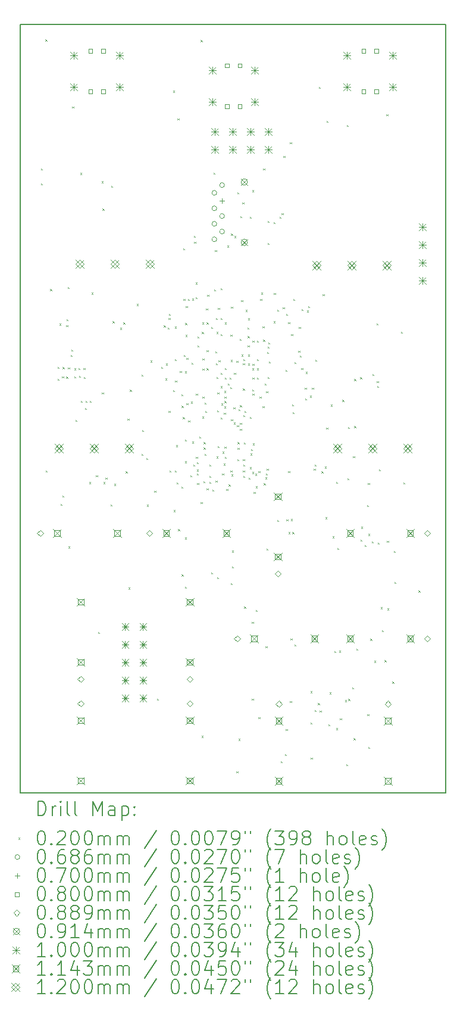
<source format=gbr>
%TF.GenerationSoftware,KiCad,Pcbnew,7.0.6-0*%
%TF.CreationDate,2024-04-10T13:52:42-07:00*%
%TF.ProjectId,Sampler-built,53616d70-6c65-4722-9d62-75696c742e6b,rev?*%
%TF.SameCoordinates,PXb71b00PY73f50f0*%
%TF.FileFunction,Drillmap*%
%TF.FilePolarity,Positive*%
%FSLAX45Y45*%
G04 Gerber Fmt 4.5, Leading zero omitted, Abs format (unit mm)*
G04 Created by KiCad (PCBNEW 7.0.6-0) date 2024-04-10 13:52:42*
%MOMM*%
%LPD*%
G01*
G04 APERTURE LIST*
%ADD10C,0.150000*%
%ADD11C,0.200000*%
%ADD12C,0.020000*%
%ADD13C,0.068580*%
%ADD14C,0.069977*%
%ADD15C,0.080000*%
%ADD16C,0.088900*%
%ADD17C,0.091440*%
%ADD18C,0.100000*%
%ADD19C,0.114300*%
%ADD20C,0.120000*%
G04 APERTURE END LIST*
D10*
X12365000Y10526000D02*
X18420000Y10526000D01*
X18420000Y-394000D01*
X12365000Y-394000D01*
X12365000Y10526000D01*
D11*
D12*
X12661000Y8483000D02*
X12681000Y8463000D01*
X12681000Y8483000D02*
X12661000Y8463000D01*
X12661000Y8272000D02*
X12681000Y8252000D01*
X12681000Y8272000D02*
X12661000Y8252000D01*
X12722665Y10314992D02*
X12742665Y10294992D01*
X12742665Y10314992D02*
X12722665Y10294992D01*
X12728665Y4188992D02*
X12748665Y4168992D01*
X12748665Y4188992D02*
X12728665Y4168992D01*
X12791000Y6766365D02*
X12811000Y6746365D01*
X12811000Y6766365D02*
X12791000Y6746365D01*
X12893665Y5491992D02*
X12913665Y5471992D01*
X12913665Y5491992D02*
X12893665Y5471992D01*
X12898170Y5659830D02*
X12918170Y5639830D01*
X12918170Y5659830D02*
X12898170Y5639830D01*
X12920000Y6275000D02*
X12940000Y6255000D01*
X12940000Y6275000D02*
X12920000Y6255000D01*
X12936665Y3713992D02*
X12956665Y3693992D01*
X12956665Y3713992D02*
X12936665Y3693992D01*
X12960170Y5526830D02*
X12980170Y5506830D01*
X12980170Y5526830D02*
X12960170Y5506830D01*
X12965000Y3836000D02*
X12985000Y3816000D01*
X12985000Y3836000D02*
X12965000Y3816000D01*
X12967170Y5656830D02*
X12987170Y5636830D01*
X12987170Y5656830D02*
X12967170Y5636830D01*
X13018170Y5523830D02*
X13038170Y5503830D01*
X13038170Y5523830D02*
X13018170Y5503830D01*
X13019000Y6254000D02*
X13039000Y6234000D01*
X13039000Y6254000D02*
X13019000Y6234000D01*
X13021000Y6342000D02*
X13041000Y6322000D01*
X13041000Y6342000D02*
X13021000Y6322000D01*
X13038000Y6795000D02*
X13058000Y6775000D01*
X13058000Y6795000D02*
X13038000Y6775000D01*
X13044000Y5652000D02*
X13064000Y5632000D01*
X13064000Y5652000D02*
X13044000Y5632000D01*
X13048665Y3108992D02*
X13068665Y3088992D01*
X13068665Y3108992D02*
X13048665Y3088992D01*
X13084000Y5830000D02*
X13104000Y5810000D01*
X13104000Y5830000D02*
X13084000Y5810000D01*
X13089000Y5910000D02*
X13109000Y5890000D01*
X13109000Y5910000D02*
X13089000Y5890000D01*
X13103000Y9365000D02*
X13123000Y9345000D01*
X13123000Y9365000D02*
X13103000Y9345000D01*
X13131000Y5526000D02*
X13151000Y5506000D01*
X13151000Y5526000D02*
X13131000Y5506000D01*
X13133000Y5641000D02*
X13153000Y5621000D01*
X13153000Y5641000D02*
X13133000Y5621000D01*
X13151000Y4907000D02*
X13171000Y4887000D01*
X13171000Y4907000D02*
X13151000Y4887000D01*
X13192000Y5647000D02*
X13212000Y5627000D01*
X13212000Y5647000D02*
X13192000Y5627000D01*
X13201000Y5533000D02*
X13221000Y5513000D01*
X13221000Y5533000D02*
X13201000Y5513000D01*
X13216000Y8418000D02*
X13236000Y8398000D01*
X13236000Y8418000D02*
X13216000Y8398000D01*
X13224657Y5181000D02*
X13244657Y5161000D01*
X13244657Y5181000D02*
X13224657Y5161000D01*
X13265000Y5646000D02*
X13285000Y5626000D01*
X13285000Y5646000D02*
X13265000Y5626000D01*
X13268000Y5520000D02*
X13288000Y5500000D01*
X13288000Y5520000D02*
X13268000Y5500000D01*
X13287665Y5075992D02*
X13307665Y5055992D01*
X13307665Y5075992D02*
X13287665Y5055992D01*
X13291665Y5179992D02*
X13311665Y5159992D01*
X13311665Y5179992D02*
X13291665Y5159992D01*
X13344665Y4022992D02*
X13364665Y4002992D01*
X13364665Y4022992D02*
X13344665Y4002992D01*
X13353665Y5181992D02*
X13373665Y5161992D01*
X13373665Y5181992D02*
X13353665Y5161992D01*
X13380665Y6715992D02*
X13400665Y6695992D01*
X13400665Y6715992D02*
X13380665Y6695992D01*
X13440926Y4123731D02*
X13460926Y4103731D01*
X13460926Y4123731D02*
X13440926Y4103731D01*
X13471665Y1892992D02*
X13491665Y1872992D01*
X13491665Y1892992D02*
X13471665Y1872992D01*
X13522000Y8299000D02*
X13542000Y8279000D01*
X13542000Y8299000D02*
X13522000Y8279000D01*
X13526665Y5300992D02*
X13546665Y5280992D01*
X13546665Y5300992D02*
X13526665Y5280992D01*
X13535665Y7908992D02*
X13555665Y7888992D01*
X13555665Y7908992D02*
X13535665Y7888992D01*
X13547000Y4022992D02*
X13567000Y4002992D01*
X13567000Y4022992D02*
X13547000Y4002992D01*
X13579000Y4090000D02*
X13599000Y4070000D01*
X13599000Y4090000D02*
X13579000Y4070000D01*
X13651665Y3708992D02*
X13671665Y3688992D01*
X13671665Y3708992D02*
X13651665Y3688992D01*
X13660665Y8236492D02*
X13680665Y8216492D01*
X13680665Y8236492D02*
X13660665Y8216492D01*
X13680000Y6309000D02*
X13700000Y6289000D01*
X13700000Y6309000D02*
X13680000Y6289000D01*
X13702665Y3999992D02*
X13722665Y3979992D01*
X13722665Y3999992D02*
X13702665Y3979992D01*
X13787468Y6217531D02*
X13807468Y6197531D01*
X13807468Y6217531D02*
X13787468Y6197531D01*
X13830968Y6292031D02*
X13850968Y6272031D01*
X13850968Y6292031D02*
X13830968Y6272031D01*
X13867000Y4178000D02*
X13887000Y4158000D01*
X13887000Y4178000D02*
X13867000Y4158000D01*
X13891665Y4923992D02*
X13911665Y4903992D01*
X13911665Y4923992D02*
X13891665Y4903992D01*
X13905665Y2525992D02*
X13925665Y2505992D01*
X13925665Y2525992D02*
X13905665Y2505992D01*
X13924665Y5335992D02*
X13944665Y5315992D01*
X13944665Y5335992D02*
X13924665Y5315992D01*
X14023000Y6555000D02*
X14043000Y6535000D01*
X14043000Y6555000D02*
X14023000Y6535000D01*
X14092000Y5554000D02*
X14112000Y5534000D01*
X14112000Y5554000D02*
X14092000Y5534000D01*
X14092665Y4424992D02*
X14112665Y4404992D01*
X14112665Y4424992D02*
X14092665Y4404992D01*
X14098000Y4764000D02*
X14118000Y4744000D01*
X14118000Y4764000D02*
X14098000Y4744000D01*
X14157665Y4365992D02*
X14177665Y4345992D01*
X14177665Y4365992D02*
X14157665Y4345992D01*
X14165665Y3701992D02*
X14185665Y3681992D01*
X14185665Y3701992D02*
X14165665Y3681992D01*
X14218000Y5750000D02*
X14238000Y5730000D01*
X14238000Y5750000D02*
X14218000Y5730000D01*
X14270665Y3898992D02*
X14290665Y3878992D01*
X14290665Y3898992D02*
X14270665Y3878992D01*
X14308665Y945000D02*
X14328665Y925000D01*
X14328665Y945000D02*
X14308665Y925000D01*
X14367650Y5662000D02*
X14387650Y5642000D01*
X14387650Y5662000D02*
X14367650Y5642000D01*
X14408000Y6250000D02*
X14428000Y6230000D01*
X14428000Y6250000D02*
X14408000Y6230000D01*
X14431000Y5498000D02*
X14451000Y5478000D01*
X14451000Y5498000D02*
X14431000Y5478000D01*
X14439000Y5708000D02*
X14459000Y5688000D01*
X14459000Y5708000D02*
X14439000Y5688000D01*
X14460249Y6218618D02*
X14480249Y6198618D01*
X14480249Y6218618D02*
X14460249Y6198618D01*
X14474000Y6354000D02*
X14494000Y6334000D01*
X14494000Y6354000D02*
X14474000Y6334000D01*
X14476000Y5035000D02*
X14496000Y5015000D01*
X14496000Y5035000D02*
X14476000Y5015000D01*
X14482000Y6415000D02*
X14502000Y6395000D01*
X14502000Y6415000D02*
X14482000Y6395000D01*
X14488000Y4191000D02*
X14508000Y4171000D01*
X14508000Y4191000D02*
X14488000Y4171000D01*
X14537000Y9585992D02*
X14557000Y9565992D01*
X14557000Y9585992D02*
X14537000Y9565992D01*
X14540000Y5334000D02*
X14560000Y5314000D01*
X14560000Y5334000D02*
X14540000Y5314000D01*
X14549532Y3625531D02*
X14569532Y3605531D01*
X14569532Y3625531D02*
X14549532Y3605531D01*
X14562000Y4187000D02*
X14582000Y4167000D01*
X14582000Y4187000D02*
X14562000Y4167000D01*
X14563656Y5773984D02*
X14583656Y5753984D01*
X14583656Y5773984D02*
X14563656Y5753984D01*
X14566000Y6235000D02*
X14586000Y6215000D01*
X14586000Y6235000D02*
X14566000Y6215000D01*
X14568000Y5466000D02*
X14588000Y5446000D01*
X14588000Y5466000D02*
X14568000Y5446000D01*
X14581665Y4547992D02*
X14601665Y4527992D01*
X14601665Y4547992D02*
X14581665Y4527992D01*
X14588000Y4020000D02*
X14608000Y4000000D01*
X14608000Y4020000D02*
X14588000Y4000000D01*
X14603000Y9194000D02*
X14623000Y9174000D01*
X14623000Y9194000D02*
X14603000Y9174000D01*
X14611665Y3354992D02*
X14631665Y3334992D01*
X14631665Y3354992D02*
X14611665Y3334992D01*
X14636000Y5601000D02*
X14656000Y5581000D01*
X14656000Y5601000D02*
X14636000Y5581000D01*
X14658000Y3960000D02*
X14678000Y3940000D01*
X14678000Y3960000D02*
X14658000Y3940000D01*
X14658290Y5274367D02*
X14678290Y5254367D01*
X14678290Y5274367D02*
X14658290Y5254367D01*
X14660665Y2711042D02*
X14680665Y2691042D01*
X14680665Y2711042D02*
X14660665Y2691042D01*
X14662665Y5107992D02*
X14682665Y5087992D01*
X14682665Y5107992D02*
X14662665Y5087992D01*
X14679968Y4946039D02*
X14699968Y4926039D01*
X14699968Y4946039D02*
X14679968Y4926039D01*
X14683000Y7348000D02*
X14703000Y7328000D01*
X14703000Y7348000D02*
X14683000Y7328000D01*
X14686350Y6624992D02*
X14706350Y6604992D01*
X14706350Y6624992D02*
X14686350Y6604992D01*
X14690544Y5833634D02*
X14710544Y5813634D01*
X14710544Y5833634D02*
X14690544Y5813634D01*
X14706000Y5598000D02*
X14726000Y5578000D01*
X14726000Y5598000D02*
X14706000Y5578000D01*
X14706015Y4319660D02*
X14726015Y4299660D01*
X14726015Y4319660D02*
X14706015Y4299660D01*
X14707015Y4630660D02*
X14727015Y4610660D01*
X14727015Y4630660D02*
X14707015Y4610660D01*
X14708665Y3236992D02*
X14728665Y3216992D01*
X14728665Y3236992D02*
X14708665Y3216992D01*
X14709665Y2535992D02*
X14729665Y2515992D01*
X14729665Y2535992D02*
X14709665Y2515992D01*
X14712015Y6284660D02*
X14732015Y6264660D01*
X14732015Y6284660D02*
X14712015Y6264660D01*
X14717015Y6115660D02*
X14737015Y6095660D01*
X14737015Y6115660D02*
X14717015Y6095660D01*
X14721000Y6526000D02*
X14741000Y6506000D01*
X14741000Y6526000D02*
X14721000Y6506000D01*
X14728958Y5146699D02*
X14748958Y5126699D01*
X14748958Y5146699D02*
X14728958Y5126699D01*
X14730665Y5787334D02*
X14750665Y5767334D01*
X14750665Y5787334D02*
X14730665Y5767334D01*
X14749665Y6624992D02*
X14769665Y6604992D01*
X14769665Y6624992D02*
X14749665Y6604992D01*
X14756015Y4900660D02*
X14776015Y4880660D01*
X14776015Y4900660D02*
X14756015Y4880660D01*
X14784015Y4123660D02*
X14804015Y4103660D01*
X14804015Y4123660D02*
X14784015Y4103660D01*
X14790658Y5165972D02*
X14810658Y5145972D01*
X14810658Y5165972D02*
X14790658Y5145972D01*
X14801715Y5720960D02*
X14821715Y5700960D01*
X14821715Y5720960D02*
X14801715Y5700960D01*
X14807571Y6630799D02*
X14827571Y6610799D01*
X14827571Y6630799D02*
X14807571Y6610799D01*
X14809015Y4599660D02*
X14829015Y4579660D01*
X14829015Y4599660D02*
X14809015Y4579660D01*
X14825665Y4271992D02*
X14845665Y4251992D01*
X14845665Y4271992D02*
X14825665Y4251992D01*
X14837000Y7526000D02*
X14857000Y7506000D01*
X14857000Y7526000D02*
X14837000Y7506000D01*
X14839000Y7442000D02*
X14859000Y7422000D01*
X14859000Y7442000D02*
X14839000Y7422000D01*
X14862980Y6653819D02*
X14882980Y6633819D01*
X14882980Y6653819D02*
X14862980Y6633819D01*
X14863000Y6860000D02*
X14883000Y6840000D01*
X14883000Y6860000D02*
X14863000Y6840000D01*
X14864015Y4382660D02*
X14884015Y4362660D01*
X14884015Y4382660D02*
X14864015Y4362660D01*
X14864834Y5283360D02*
X14884834Y5263360D01*
X14884834Y5283360D02*
X14864834Y5263360D01*
X14875015Y4200660D02*
X14895015Y4180660D01*
X14895015Y4200660D02*
X14875015Y4180660D01*
X14876365Y4310433D02*
X14896365Y4290433D01*
X14896365Y4310433D02*
X14876365Y4290433D01*
X14879015Y4146660D02*
X14899015Y4126660D01*
X14899015Y4146660D02*
X14879015Y4126660D01*
X14880728Y4010857D02*
X14900728Y3990857D01*
X14900728Y4010857D02*
X14880728Y3990857D01*
X14887499Y6096660D02*
X14907499Y6076660D01*
X14907499Y6096660D02*
X14887499Y6076660D01*
X14887783Y5966421D02*
X14907783Y5946421D01*
X14907783Y5966421D02*
X14887783Y5946421D01*
X14911615Y4674305D02*
X14931615Y4654305D01*
X14931615Y4674305D02*
X14911615Y4654305D01*
X14931665Y3740992D02*
X14951665Y3720992D01*
X14951665Y3740992D02*
X14931665Y3720992D01*
X14933665Y10304992D02*
X14953665Y10284992D01*
X14953665Y10304992D02*
X14933665Y10284992D01*
X14946665Y415992D02*
X14966665Y395992D01*
X14966665Y415992D02*
X14946665Y395992D01*
X14948803Y6158448D02*
X14968803Y6138448D01*
X14968803Y6158448D02*
X14948803Y6138448D01*
X14951015Y4955660D02*
X14971015Y4935660D01*
X14971015Y4955660D02*
X14951015Y4935660D01*
X14953015Y6292660D02*
X14973015Y6272660D01*
X14973015Y6292660D02*
X14953015Y6272660D01*
X14956592Y5778533D02*
X14976592Y5758533D01*
X14976592Y5778533D02*
X14956592Y5758533D01*
X14956935Y5639560D02*
X14976935Y5619560D01*
X14976935Y5639560D02*
X14956935Y5619560D01*
X14957044Y5239310D02*
X14977044Y5219310D01*
X14977044Y5239310D02*
X14957044Y5219310D01*
X14968015Y4037660D02*
X14988015Y4017660D01*
X14988015Y4037660D02*
X14968015Y4017660D01*
X14974985Y4513660D02*
X14994985Y4493660D01*
X14994985Y4513660D02*
X14974985Y4493660D01*
X14975015Y4591660D02*
X14995015Y4571660D01*
X14995015Y4591660D02*
X14975015Y4571660D01*
X14986142Y5154533D02*
X15006142Y5134533D01*
X15006142Y5154533D02*
X14986142Y5134533D01*
X14988702Y4424419D02*
X15008702Y4404419D01*
X15008702Y4424419D02*
X14988702Y4404419D01*
X14993847Y5033828D02*
X15013847Y5013828D01*
X15013847Y5033828D02*
X14993847Y5013828D01*
X15009516Y6491000D02*
X15029516Y6471000D01*
X15029516Y6491000D02*
X15009516Y6471000D01*
X15016015Y3934660D02*
X15036015Y3914660D01*
X15036015Y3934660D02*
X15016015Y3914660D01*
X15017525Y5642660D02*
X15037525Y5622660D01*
X15037525Y5642660D02*
X15017525Y5622660D01*
X15017665Y6292163D02*
X15037665Y6272163D01*
X15037665Y6292163D02*
X15017665Y6272163D01*
X15018409Y5901622D02*
X15038409Y5881622D01*
X15038409Y5901622D02*
X15018409Y5881622D01*
X15025221Y6688678D02*
X15045221Y6668678D01*
X15045221Y6688678D02*
X15025221Y6668678D01*
X15055150Y4030480D02*
X15075150Y4010480D01*
X15075150Y4030480D02*
X15055150Y4010480D01*
X15055566Y4114407D02*
X15075566Y4094407D01*
X15075566Y4114407D02*
X15055566Y4094407D01*
X15056015Y4272660D02*
X15076015Y4252660D01*
X15076015Y4272660D02*
X15056015Y4252660D01*
X15081165Y2742992D02*
X15101165Y2722992D01*
X15101165Y2742992D02*
X15081165Y2722992D01*
X15082015Y6227660D02*
X15102015Y6207660D01*
X15102015Y6227660D02*
X15082015Y6207660D01*
X15100015Y3915660D02*
X15120015Y3895660D01*
X15120015Y3915660D02*
X15100015Y3895660D01*
X15116000Y8425000D02*
X15136000Y8405000D01*
X15136000Y8425000D02*
X15116000Y8405000D01*
X15121000Y6764000D02*
X15141000Y6744000D01*
X15141000Y6764000D02*
X15121000Y6744000D01*
X15137000Y7320300D02*
X15157000Y7300300D01*
X15157000Y7320300D02*
X15137000Y7300300D01*
X15137371Y5883874D02*
X15157371Y5863874D01*
X15157371Y5883874D02*
X15137371Y5863874D01*
X15144482Y4044283D02*
X15164482Y4024283D01*
X15164482Y4044283D02*
X15144482Y4024283D01*
X15148015Y6356660D02*
X15168015Y6336660D01*
X15168015Y6356660D02*
X15148015Y6336660D01*
X15148831Y5714660D02*
X15168831Y5694660D01*
X15168831Y5714660D02*
X15148831Y5694660D01*
X15155015Y4386660D02*
X15175015Y4366660D01*
X15175015Y4386660D02*
X15155015Y4366660D01*
X15155417Y5517283D02*
X15175417Y5497283D01*
X15175417Y5517283D02*
X15155417Y5497283D01*
X15159015Y6157660D02*
X15179015Y6137660D01*
X15179015Y6157660D02*
X15159015Y6137660D01*
X15162715Y5044660D02*
X15182715Y5024660D01*
X15182715Y5044660D02*
X15162715Y5024660D01*
X15168000Y2670992D02*
X15188000Y2650992D01*
X15188000Y2670992D02*
X15168000Y2650992D01*
X15169979Y5299625D02*
X15189979Y5279625D01*
X15189979Y5299625D02*
X15169979Y5279625D01*
X15176223Y4535204D02*
X15196223Y4515204D01*
X15196223Y4535204D02*
X15176223Y4515204D01*
X15177015Y6500660D02*
X15197015Y6480660D01*
X15197015Y6500660D02*
X15177015Y6480660D01*
X15185131Y5756660D02*
X15205131Y5736660D01*
X15205131Y5756660D02*
X15185131Y5736660D01*
X15213498Y5578660D02*
X15233498Y5558660D01*
X15233498Y5578660D02*
X15213498Y5558660D01*
X15213793Y6357323D02*
X15233793Y6337323D01*
X15233793Y6357323D02*
X15213793Y6337323D01*
X15215245Y5387104D02*
X15235245Y5367104D01*
X15235245Y5387104D02*
X15215245Y5367104D01*
X15215479Y4940531D02*
X15235479Y4920531D01*
X15235479Y4940531D02*
X15215479Y4920531D01*
X15216000Y6782000D02*
X15236000Y6762000D01*
X15236000Y6782000D02*
X15216000Y6762000D01*
X15218015Y6127660D02*
X15238015Y6107660D01*
X15238015Y6127660D02*
X15218015Y6107660D01*
X15224033Y5141642D02*
X15244033Y5121642D01*
X15244033Y5141642D02*
X15224033Y5121642D01*
X15236611Y4144601D02*
X15256611Y4124601D01*
X15256611Y4144601D02*
X15236611Y4124601D01*
X15240015Y4454660D02*
X15260015Y4434660D01*
X15260015Y4454660D02*
X15240015Y4434660D01*
X15259188Y4287717D02*
X15279188Y4267717D01*
X15279188Y4287717D02*
X15259188Y4267717D01*
X15263962Y5008360D02*
X15283962Y4988360D01*
X15283962Y5008360D02*
X15263962Y4988360D01*
X15265329Y5320883D02*
X15285329Y5300883D01*
X15285329Y5320883D02*
X15265329Y5300883D01*
X15267015Y5100660D02*
X15287015Y5080660D01*
X15287015Y5100660D02*
X15267015Y5080660D01*
X15269715Y5238660D02*
X15289715Y5218660D01*
X15289715Y5238660D02*
X15269715Y5218660D01*
X15270789Y4525895D02*
X15290789Y4505895D01*
X15290789Y4525895D02*
X15270789Y4505895D01*
X15271015Y5174385D02*
X15291015Y5154385D01*
X15291015Y5174385D02*
X15271015Y5154385D01*
X15273015Y4384660D02*
X15293015Y4364660D01*
X15293015Y4384660D02*
X15273015Y4364660D01*
X15277015Y5512660D02*
X15297015Y5492660D01*
X15297015Y5512660D02*
X15277015Y5492660D01*
X15277730Y5643384D02*
X15297730Y5623384D01*
X15297730Y5643384D02*
X15277730Y5623384D01*
X15278015Y6291660D02*
X15298015Y6271660D01*
X15298015Y6291660D02*
X15278015Y6271660D01*
X15296075Y3926458D02*
X15316075Y3906458D01*
X15316075Y3926458D02*
X15296075Y3906458D01*
X15309665Y7384992D02*
X15329665Y7364992D01*
X15329665Y7384992D02*
X15309665Y7364992D01*
X15316015Y5427660D02*
X15336015Y5407660D01*
X15336015Y5427660D02*
X15316015Y5407660D01*
X15331350Y3991121D02*
X15351350Y3971121D01*
X15351350Y3991121D02*
X15331350Y3971121D01*
X15342495Y5511941D02*
X15362495Y5491941D01*
X15362495Y5511941D02*
X15342495Y5491941D01*
X15352315Y5375660D02*
X15372315Y5355660D01*
X15372315Y5375660D02*
X15352315Y5355660D01*
X15356015Y6121660D02*
X15376015Y6101660D01*
X15376015Y6121660D02*
X15356015Y6101660D01*
X15356521Y4188149D02*
X15376521Y4168149D01*
X15376521Y4188149D02*
X15356521Y4168149D01*
X15358665Y2589992D02*
X15378665Y2569992D01*
X15378665Y2589992D02*
X15358665Y2569992D01*
X15360259Y5759905D02*
X15380259Y5739905D01*
X15380259Y5759905D02*
X15360259Y5739905D01*
X15363015Y4915660D02*
X15383015Y4895660D01*
X15383015Y4915660D02*
X15363015Y4895660D01*
X15364015Y6517660D02*
X15384015Y6497660D01*
X15384015Y6517660D02*
X15364015Y6497660D01*
X15365000Y7556000D02*
X15385000Y7536000D01*
X15385000Y7556000D02*
X15365000Y7536000D01*
X15368180Y4134504D02*
X15388180Y4114504D01*
X15388180Y4134504D02*
X15368180Y4114504D01*
X15377665Y3048992D02*
X15397665Y3028992D01*
X15397665Y3048992D02*
X15377665Y3028992D01*
X15378665Y2826992D02*
X15398665Y2806992D01*
X15398665Y2826992D02*
X15378665Y2806992D01*
X15397015Y5085894D02*
X15417015Y5065894D01*
X15417015Y5085894D02*
X15397015Y5065894D01*
X15404015Y4870660D02*
X15424015Y4850660D01*
X15424015Y4870660D02*
X15404015Y4850660D01*
X15408015Y5577156D02*
X15428015Y5557156D01*
X15428015Y5577156D02*
X15408015Y5557156D01*
X15412665Y7520992D02*
X15432665Y7500992D01*
X15432665Y7520992D02*
X15412665Y7500992D01*
X15439665Y-87508D02*
X15459665Y-107508D01*
X15459665Y-87508D02*
X15439665Y-107508D01*
X15440000Y5747000D02*
X15460000Y5727000D01*
X15460000Y5747000D02*
X15440000Y5727000D01*
X15448285Y4830931D02*
X15468285Y4810931D01*
X15468285Y4830931D02*
X15448285Y4810931D01*
X15450665Y8142992D02*
X15470665Y8122992D01*
X15470665Y8142992D02*
X15450665Y8122992D01*
X15455015Y4352660D02*
X15475015Y4332660D01*
X15475015Y4352660D02*
X15455015Y4332660D01*
X15458015Y4509660D02*
X15478015Y4489660D01*
X15478015Y4509660D02*
X15458015Y4489660D01*
X15458830Y4591306D02*
X15478830Y4571306D01*
X15478830Y4591306D02*
X15458830Y4571306D01*
X15470847Y5062828D02*
X15490847Y5042828D01*
X15490847Y5062828D02*
X15470847Y5042828D01*
X15472665Y373992D02*
X15492665Y353992D01*
X15492665Y373992D02*
X15472665Y353992D01*
X15488015Y6058660D02*
X15508015Y6038660D01*
X15508015Y6058660D02*
X15488015Y6038660D01*
X15492665Y4865660D02*
X15512665Y4845660D01*
X15512665Y4865660D02*
X15492665Y4845660D01*
X15492715Y5116660D02*
X15512715Y5096660D01*
X15512715Y5116660D02*
X15492715Y5096660D01*
X15492715Y4783660D02*
X15512715Y4763660D01*
X15512715Y4783660D02*
X15492715Y4763660D01*
X15494000Y7805000D02*
X15514000Y7785000D01*
X15514000Y7805000D02*
X15494000Y7785000D01*
X15508015Y6609660D02*
X15528015Y6589660D01*
X15528015Y6609660D02*
X15508015Y6589660D01*
X15513000Y5836664D02*
X15533000Y5816664D01*
X15533000Y5836664D02*
X15513000Y5816664D01*
X15525404Y8000731D02*
X15545404Y7980731D01*
X15545404Y8000731D02*
X15525404Y7980731D01*
X15532234Y5354457D02*
X15552234Y5334457D01*
X15552234Y5354457D02*
X15532234Y5334457D01*
X15533015Y4188660D02*
X15553015Y4168660D01*
X15553015Y4188660D02*
X15533015Y4168660D01*
X15534372Y4351008D02*
X15554372Y4331008D01*
X15554372Y4351008D02*
X15534372Y4331008D01*
X15534940Y5711548D02*
X15554940Y5691548D01*
X15554940Y5711548D02*
X15534940Y5691548D01*
X15535515Y4975160D02*
X15555515Y4955160D01*
X15555515Y4975160D02*
X15535515Y4955160D01*
X15535621Y4113660D02*
X15555621Y4093660D01*
X15555621Y4113660D02*
X15535621Y4093660D01*
X15535644Y4274326D02*
X15555644Y4254326D01*
X15555644Y4274326D02*
X15535644Y4254326D01*
X15537000Y5771924D02*
X15557000Y5751924D01*
X15557000Y5771924D02*
X15537000Y5751924D01*
X15545984Y4586004D02*
X15565984Y4566004D01*
X15565984Y4586004D02*
X15545984Y4566004D01*
X15552000Y2255000D02*
X15572000Y2235000D01*
X15572000Y2255000D02*
X15552000Y2235000D01*
X15552715Y5033660D02*
X15572715Y5013660D01*
X15572715Y5033660D02*
X15552715Y5013660D01*
X15573665Y6469992D02*
X15593665Y6449992D01*
X15593665Y6469992D02*
X15573665Y6449992D01*
X15599015Y6223660D02*
X15619015Y6203660D01*
X15619015Y6223660D02*
X15599015Y6203660D01*
X15601707Y5964845D02*
X15621707Y5944845D01*
X15621707Y5964845D02*
X15601707Y5944845D01*
X15602517Y6097660D02*
X15622517Y6077660D01*
X15622517Y6097660D02*
X15602517Y6077660D01*
X15603015Y5836660D02*
X15623015Y5816660D01*
X15623015Y5836660D02*
X15603015Y5816660D01*
X15603015Y5707660D02*
X15623015Y5687660D01*
X15623015Y5707660D02*
X15603015Y5687660D01*
X15604370Y6353647D02*
X15624370Y6333647D01*
X15624370Y6353647D02*
X15604370Y6333647D01*
X15615683Y4086328D02*
X15635683Y4066328D01*
X15635683Y4086328D02*
X15615683Y4066328D01*
X15630424Y4236526D02*
X15650424Y4216526D01*
X15650424Y4236526D02*
X15630424Y4216526D01*
X15632665Y7793992D02*
X15652665Y7773992D01*
X15652665Y7793992D02*
X15632665Y7773992D01*
X15633015Y4950660D02*
X15653015Y4930660D01*
X15653015Y4950660D02*
X15633015Y4930660D01*
X15637015Y4429660D02*
X15657015Y4409660D01*
X15657015Y4429660D02*
X15637015Y4409660D01*
X15649015Y4494660D02*
X15669015Y4474660D01*
X15669015Y4494660D02*
X15649015Y4474660D01*
X15660665Y2035992D02*
X15680665Y2015992D01*
X15680665Y2035992D02*
X15660665Y2015992D01*
X15660665Y945992D02*
X15680665Y925992D01*
X15680665Y945992D02*
X15660665Y925992D01*
X15663017Y4168167D02*
X15683017Y4148167D01*
X15683017Y4168167D02*
X15663017Y4148167D01*
X15665000Y8172000D02*
X15685000Y8152000D01*
X15685000Y8172000D02*
X15665000Y8152000D01*
X15666490Y5341003D02*
X15686490Y5321003D01*
X15686490Y5341003D02*
X15666490Y5321003D01*
X15667510Y5642660D02*
X15687510Y5622660D01*
X15687510Y5642660D02*
X15667510Y5622660D01*
X15667841Y5510368D02*
X15687841Y5490368D01*
X15687841Y5510368D02*
X15667841Y5490368D01*
X15668683Y5283328D02*
X15688683Y5263328D01*
X15688683Y5283328D02*
X15668683Y5263328D01*
X15668780Y5704332D02*
X15688780Y5684332D01*
X15688780Y5704332D02*
X15668780Y5684332D01*
X15668791Y6034884D02*
X15688791Y6014884D01*
X15688791Y6034884D02*
X15668791Y6014884D01*
X15671665Y4574660D02*
X15691665Y4554660D01*
X15691665Y4574660D02*
X15671665Y4554660D01*
X15685665Y3884992D02*
X15705665Y3864992D01*
X15705665Y3884992D02*
X15685665Y3864992D01*
X15706410Y4143268D02*
X15726410Y4123268D01*
X15726410Y4143268D02*
X15706410Y4123268D01*
X15714238Y2208650D02*
X15734238Y2188650D01*
X15734238Y2208650D02*
X15714238Y2188650D01*
X15717427Y3964159D02*
X15737427Y3944159D01*
X15737427Y3964159D02*
X15717427Y3944159D01*
X15732015Y5512162D02*
X15752015Y5492162D01*
X15752015Y5512162D02*
X15732015Y5492162D01*
X15732512Y5641660D02*
X15752512Y5621660D01*
X15752512Y5641660D02*
X15732512Y5621660D01*
X15732665Y5771992D02*
X15752665Y5751992D01*
X15752665Y5771992D02*
X15732665Y5751992D01*
X15733015Y6032660D02*
X15753015Y6012660D01*
X15753015Y6032660D02*
X15733015Y6012660D01*
X15753461Y4180501D02*
X15773461Y4160501D01*
X15773461Y4180501D02*
X15753461Y4160501D01*
X15753665Y685992D02*
X15773665Y665992D01*
X15773665Y685992D02*
X15753665Y665992D01*
X15772015Y5236660D02*
X15792015Y5216660D01*
X15792015Y5236660D02*
X15772015Y5216660D01*
X15778052Y6626042D02*
X15798052Y6606042D01*
X15798052Y6626042D02*
X15778052Y6606042D01*
X15794000Y6715000D02*
X15814000Y6695000D01*
X15814000Y6715000D02*
X15794000Y6695000D01*
X15812665Y6237992D02*
X15832665Y6217992D01*
X15832665Y6237992D02*
X15812665Y6217992D01*
X15813600Y5101000D02*
X15833600Y5081000D01*
X15833600Y5101000D02*
X15813600Y5081000D01*
X15821000Y8480000D02*
X15841000Y8460000D01*
X15841000Y8480000D02*
X15821000Y8460000D01*
X15822015Y6047660D02*
X15842015Y6027660D01*
X15842015Y6047660D02*
X15822015Y6027660D01*
X15830015Y4008660D02*
X15850015Y3988660D01*
X15850015Y4008660D02*
X15830015Y3988660D01*
X15843295Y5425941D02*
X15863295Y5405941D01*
X15863295Y5425941D02*
X15843295Y5405941D01*
X15850197Y4091865D02*
X15870197Y4071865D01*
X15870197Y4091865D02*
X15850197Y4071865D01*
X15854665Y1693992D02*
X15874665Y1673992D01*
X15874665Y1693992D02*
X15854665Y1673992D01*
X15858665Y4146389D02*
X15878665Y4126389D01*
X15878665Y4146389D02*
X15858665Y4126389D01*
X15862801Y5314960D02*
X15882801Y5294960D01*
X15882801Y5314960D02*
X15862801Y5294960D01*
X15867665Y3081992D02*
X15887665Y3061992D01*
X15887665Y3081992D02*
X15867665Y3061992D01*
X15872354Y4216657D02*
X15892354Y4196657D01*
X15892354Y4216657D02*
X15872354Y4196657D01*
X15876234Y5875879D02*
X15896234Y5855879D01*
X15896234Y5875879D02*
X15876234Y5855879D01*
X15885377Y5519448D02*
X15905377Y5499448D01*
X15905377Y5519448D02*
X15885377Y5499448D01*
X15886015Y5948660D02*
X15906015Y5928660D01*
X15906015Y5948660D02*
X15886015Y5928660D01*
X15887665Y7736992D02*
X15907665Y7716992D01*
X15907665Y7736992D02*
X15887665Y7716992D01*
X15887665Y7424992D02*
X15907665Y7404992D01*
X15907665Y7424992D02*
X15887665Y7404992D01*
X15895147Y6009792D02*
X15915147Y5989792D01*
X15915147Y6009792D02*
X15895147Y5989792D01*
X15899976Y5739447D02*
X15919976Y5719447D01*
X15919976Y5739447D02*
X15899976Y5719447D01*
X15968000Y6311000D02*
X15988000Y6291000D01*
X15988000Y6311000D02*
X15968000Y6291000D01*
X15971404Y7718731D02*
X15991404Y7698731D01*
X15991404Y7718731D02*
X15971404Y7698731D01*
X15973877Y6712204D02*
X15993877Y6692204D01*
X15993877Y6712204D02*
X15973877Y6692204D01*
X16019665Y6476992D02*
X16039665Y6456992D01*
X16039665Y6476992D02*
X16019665Y6456992D01*
X16020000Y3485000D02*
X16040000Y3465000D01*
X16040000Y3485000D02*
X16020000Y3465000D01*
X16051665Y7795992D02*
X16071665Y7775992D01*
X16071665Y7795992D02*
X16051665Y7775992D01*
X16072665Y58992D02*
X16092665Y38992D01*
X16092665Y58992D02*
X16072665Y38992D01*
X16084365Y7848992D02*
X16104365Y7828992D01*
X16104365Y7848992D02*
X16084365Y7828992D01*
X16100665Y6509992D02*
X16120665Y6489992D01*
X16120665Y6509992D02*
X16100665Y6489992D01*
X16108650Y8661000D02*
X16128650Y8641000D01*
X16128650Y8661000D02*
X16108650Y8641000D01*
X16132665Y159992D02*
X16152665Y139992D01*
X16152665Y159992D02*
X16132665Y139992D01*
X16138061Y5620550D02*
X16158061Y5600550D01*
X16158061Y5620550D02*
X16138061Y5600550D01*
X16142665Y515992D02*
X16162665Y495992D01*
X16162665Y515992D02*
X16142665Y495992D01*
X16145000Y6415000D02*
X16165000Y6395000D01*
X16165000Y6415000D02*
X16145000Y6395000D01*
X16153000Y3497000D02*
X16173000Y3477000D01*
X16173000Y3497000D02*
X16153000Y3477000D01*
X16176665Y6295992D02*
X16196665Y6275992D01*
X16196665Y6295992D02*
X16176665Y6275992D01*
X16177000Y4183000D02*
X16197000Y4163000D01*
X16197000Y4183000D02*
X16177000Y4163000D01*
X16182000Y3312000D02*
X16202000Y3292000D01*
X16202000Y3312000D02*
X16182000Y3292000D01*
X16201000Y8855000D02*
X16221000Y8835000D01*
X16221000Y8855000D02*
X16201000Y8835000D01*
X16201665Y910992D02*
X16221665Y890992D01*
X16221665Y910992D02*
X16201665Y890992D01*
X16209665Y1798992D02*
X16229665Y1778992D01*
X16229665Y1798992D02*
X16209665Y1778992D01*
X16213000Y3499000D02*
X16233000Y3479000D01*
X16233000Y3499000D02*
X16213000Y3479000D01*
X16219665Y6129992D02*
X16239665Y6109992D01*
X16239665Y6129992D02*
X16219665Y6109992D01*
X16234665Y5129992D02*
X16254665Y5109992D01*
X16254665Y5129992D02*
X16234665Y5109992D01*
X16235000Y3312000D02*
X16255000Y3292000D01*
X16255000Y3312000D02*
X16235000Y3292000D01*
X16239665Y5018992D02*
X16259665Y4998992D01*
X16259665Y5018992D02*
X16239665Y4998992D01*
X16250650Y6629226D02*
X16270650Y6609226D01*
X16270650Y6629226D02*
X16250650Y6609226D01*
X16264665Y1717992D02*
X16284665Y1697992D01*
X16284665Y1717992D02*
X16264665Y1697992D01*
X16267665Y5728992D02*
X16287665Y5708992D01*
X16287665Y5728992D02*
X16267665Y5708992D01*
X16319665Y5892992D02*
X16339665Y5872992D01*
X16339665Y5892992D02*
X16319665Y5872992D01*
X16329665Y6230992D02*
X16349665Y6210992D01*
X16349665Y6230992D02*
X16329665Y6210992D01*
X16341665Y5821992D02*
X16361665Y5801992D01*
X16361665Y5821992D02*
X16341665Y5801992D01*
X16362665Y5645992D02*
X16382665Y5625992D01*
X16382665Y5645992D02*
X16362665Y5625992D01*
X16369500Y6484500D02*
X16389500Y6464500D01*
X16389500Y6484500D02*
X16369500Y6464500D01*
X16414665Y5364992D02*
X16434665Y5344992D01*
X16434665Y5364992D02*
X16414665Y5344992D01*
X16421000Y5214000D02*
X16441000Y5194000D01*
X16441000Y5214000D02*
X16421000Y5194000D01*
X16424665Y5589992D02*
X16444665Y5569992D01*
X16444665Y5589992D02*
X16424665Y5569992D01*
X16445000Y6461000D02*
X16465000Y6441000D01*
X16465000Y6461000D02*
X16445000Y6441000D01*
X16459000Y6528000D02*
X16479000Y6508000D01*
X16479000Y6528000D02*
X16459000Y6508000D01*
X16484000Y5250350D02*
X16504000Y5230350D01*
X16504000Y5250350D02*
X16484000Y5230350D01*
X16494665Y1051992D02*
X16514665Y1031992D01*
X16514665Y1051992D02*
X16494665Y1031992D01*
X16496665Y606992D02*
X16516665Y586992D01*
X16516665Y606992D02*
X16496665Y586992D01*
X16498665Y105992D02*
X16518665Y85992D01*
X16518665Y105992D02*
X16498665Y85992D01*
X16515665Y5364992D02*
X16535665Y5344992D01*
X16535665Y5364992D02*
X16515665Y5344992D01*
X16541000Y4217000D02*
X16561000Y4197000D01*
X16561000Y4217000D02*
X16541000Y4197000D01*
X16551665Y787992D02*
X16571665Y767992D01*
X16571665Y787992D02*
X16551665Y767992D01*
X16555000Y4276000D02*
X16575000Y4256000D01*
X16575000Y4276000D02*
X16555000Y4256000D01*
X16561000Y5766000D02*
X16581000Y5746000D01*
X16581000Y5766000D02*
X16561000Y5746000D01*
X16599665Y882992D02*
X16619665Y862992D01*
X16619665Y882992D02*
X16599665Y862992D01*
X16612780Y9639680D02*
X16632780Y9619680D01*
X16632780Y9639680D02*
X16612780Y9619680D01*
X16626665Y777992D02*
X16646665Y757992D01*
X16646665Y777992D02*
X16626665Y757992D01*
X16650000Y4175000D02*
X16670000Y4155000D01*
X16670000Y4175000D02*
X16650000Y4155000D01*
X16669000Y6696000D02*
X16689000Y6676000D01*
X16689000Y6696000D02*
X16669000Y6676000D01*
X16697152Y4244152D02*
X16717152Y4224152D01*
X16717152Y4244152D02*
X16697152Y4224152D01*
X16708665Y3525992D02*
X16728665Y3505992D01*
X16728665Y3525992D02*
X16708665Y3505992D01*
X16718000Y4797000D02*
X16738000Y4777000D01*
X16738000Y4797000D02*
X16718000Y4777000D01*
X16722000Y9159000D02*
X16742000Y9139000D01*
X16742000Y9159000D02*
X16722000Y9139000D01*
X16746665Y583992D02*
X16766665Y563992D01*
X16766665Y583992D02*
X16746665Y563992D01*
X16766665Y1034992D02*
X16786665Y1014992D01*
X16786665Y1034992D02*
X16766665Y1014992D01*
X16783000Y5126000D02*
X16803000Y5106000D01*
X16803000Y5126000D02*
X16783000Y5106000D01*
X16806000Y3254000D02*
X16826000Y3234000D01*
X16826000Y3254000D02*
X16806000Y3234000D01*
X16832000Y1623000D02*
X16852000Y1603000D01*
X16852000Y1623000D02*
X16832000Y1603000D01*
X16860000Y4027000D02*
X16880000Y4007000D01*
X16880000Y4027000D02*
X16860000Y4007000D01*
X16860665Y526992D02*
X16880665Y506992D01*
X16880665Y526992D02*
X16860665Y506992D01*
X16876665Y3089992D02*
X16896665Y3069992D01*
X16896665Y3089992D02*
X16876665Y3069992D01*
X16899044Y1628152D02*
X16919044Y1608152D01*
X16919044Y1628152D02*
X16899044Y1608152D01*
X16913665Y665992D02*
X16933665Y645992D01*
X16933665Y665992D02*
X16913665Y645992D01*
X16949000Y5192000D02*
X16969000Y5172000D01*
X16969000Y5192000D02*
X16949000Y5172000D01*
X16985255Y925582D02*
X17005255Y905582D01*
X17005255Y925582D02*
X16985255Y905582D01*
X17000665Y15992D02*
X17020665Y-4008D01*
X17020665Y15992D02*
X17000665Y-4008D01*
X17011000Y9100000D02*
X17031000Y9080000D01*
X17031000Y9100000D02*
X17011000Y9080000D01*
X17019665Y4078000D02*
X17039665Y4058000D01*
X17039665Y4078000D02*
X17019665Y4058000D01*
X17029000Y4807000D02*
X17049000Y4787000D01*
X17049000Y4807000D02*
X17029000Y4787000D01*
X17031809Y943687D02*
X17051809Y923687D01*
X17051809Y943687D02*
X17031809Y923687D01*
X17089665Y1106992D02*
X17109665Y1086992D01*
X17109665Y1106992D02*
X17089665Y1086992D01*
X17101000Y4394000D02*
X17121000Y4374000D01*
X17121000Y4394000D02*
X17101000Y4374000D01*
X17107665Y383992D02*
X17127665Y363992D01*
X17127665Y383992D02*
X17107665Y363992D01*
X17115665Y5489992D02*
X17135665Y5469992D01*
X17135665Y5489992D02*
X17115665Y5469992D01*
X17115715Y4820000D02*
X17135715Y4800000D01*
X17135715Y4820000D02*
X17115715Y4800000D01*
X17144665Y1657992D02*
X17164665Y1637992D01*
X17164665Y1657992D02*
X17144665Y1637992D01*
X17201665Y5513992D02*
X17221665Y5493992D01*
X17221665Y5513992D02*
X17201665Y5493992D01*
X17204451Y3207964D02*
X17224451Y3187964D01*
X17224451Y3207964D02*
X17204451Y3187964D01*
X17215000Y3388000D02*
X17235000Y3368000D01*
X17235000Y3388000D02*
X17215000Y3368000D01*
X17263665Y3132992D02*
X17283665Y3112992D01*
X17283665Y3132992D02*
X17263665Y3112992D01*
X17297665Y3699992D02*
X17317665Y3679992D01*
X17317665Y3699992D02*
X17297665Y3679992D01*
X17304665Y724992D02*
X17324665Y704992D01*
X17324665Y724992D02*
X17304665Y704992D01*
X17312665Y4013992D02*
X17332665Y3993992D01*
X17332665Y4013992D02*
X17312665Y3993992D01*
X17315665Y257992D02*
X17335665Y237992D01*
X17335665Y257992D02*
X17315665Y237992D01*
X17318315Y3286692D02*
X17338315Y3266692D01*
X17338315Y3286692D02*
X17318315Y3266692D01*
X17345665Y1797992D02*
X17365665Y1777992D01*
X17365665Y1797992D02*
X17345665Y1777992D01*
X17364665Y3180992D02*
X17384665Y3160992D01*
X17384665Y3180992D02*
X17364665Y3160992D01*
X17375000Y5561000D02*
X17395000Y5541000D01*
X17395000Y5561000D02*
X17375000Y5541000D01*
X17400665Y1484992D02*
X17420665Y1464992D01*
X17420665Y1484992D02*
X17400665Y1464992D01*
X17437000Y6280000D02*
X17457000Y6260000D01*
X17457000Y6280000D02*
X17437000Y6260000D01*
X17440000Y5458253D02*
X17460000Y5438253D01*
X17460000Y5458253D02*
X17440000Y5438253D01*
X17442000Y5390492D02*
X17462000Y5370492D01*
X17462000Y5390492D02*
X17442000Y5370492D01*
X17451665Y3162992D02*
X17471665Y3142992D01*
X17471665Y3162992D02*
X17451665Y3142992D01*
X17468415Y4203992D02*
X17488415Y4183992D01*
X17488415Y4203992D02*
X17468415Y4183992D01*
X17493000Y2247000D02*
X17513000Y2227000D01*
X17513000Y2247000D02*
X17493000Y2227000D01*
X17509665Y1920992D02*
X17529665Y1900992D01*
X17529665Y1920992D02*
X17509665Y1900992D01*
X17549665Y1492992D02*
X17569665Y1472992D01*
X17569665Y1492992D02*
X17549665Y1472992D01*
X17574000Y9254000D02*
X17594000Y9234000D01*
X17594000Y9254000D02*
X17574000Y9234000D01*
X17582000Y3188000D02*
X17602000Y3168000D01*
X17602000Y3188000D02*
X17582000Y3168000D01*
X17587665Y2227992D02*
X17607665Y2207992D01*
X17607665Y2227992D02*
X17587665Y2207992D01*
X17657665Y1186992D02*
X17677665Y1166992D01*
X17677665Y1186992D02*
X17657665Y1166992D01*
X17678000Y3044000D02*
X17698000Y3024000D01*
X17698000Y3044000D02*
X17678000Y3024000D01*
X17690000Y2604000D02*
X17710000Y2584000D01*
X17710000Y2604000D02*
X17690000Y2584000D01*
X17781000Y6160000D02*
X17801000Y6140000D01*
X17801000Y6160000D02*
X17781000Y6140000D01*
X17814000Y4021000D02*
X17834000Y4001000D01*
X17834000Y4021000D02*
X17814000Y4001000D01*
X18030000Y2484000D02*
X18050000Y2464000D01*
X18050000Y2484000D02*
X18030000Y2464000D01*
D13*
X15159973Y8134985D02*
G75*
G03*
X15159973Y8134985I-34290J0D01*
G01*
X15159973Y7914996D02*
G75*
G03*
X15159973Y7914996I-34290J0D01*
G01*
X15159973Y7695006D02*
G75*
G03*
X15159973Y7695006I-34290J0D01*
G01*
X15159973Y7475017D02*
G75*
G03*
X15159973Y7475017I-34290J0D01*
G01*
X15269955Y8244967D02*
G75*
G03*
X15269955Y8244967I-34290J0D01*
G01*
X15269955Y7804988D02*
G75*
G03*
X15269955Y7804988I-34290J0D01*
G01*
X15269955Y7584999D02*
G75*
G03*
X15269955Y7584999I-34290J0D01*
G01*
D14*
X15235665Y8059966D02*
X15235665Y7989989D01*
X15200676Y8024978D02*
X15270653Y8024978D01*
D15*
X13391949Y10126708D02*
X13391949Y10183277D01*
X13335380Y10183277D01*
X13335380Y10126708D01*
X13391949Y10126708D01*
X13391949Y9546708D02*
X13391949Y9603277D01*
X13335380Y9603277D01*
X13335380Y9546708D01*
X13391949Y9546708D01*
X13571949Y10126708D02*
X13571949Y10183277D01*
X13515380Y10183277D01*
X13515380Y10126708D01*
X13571949Y10126708D01*
X13571949Y9546708D02*
X13571949Y9603277D01*
X13515380Y9603277D01*
X13515380Y9546708D01*
X13571949Y9546708D01*
X15335949Y9916708D02*
X15335949Y9973277D01*
X15279380Y9973277D01*
X15279380Y9916708D01*
X15335949Y9916708D01*
X15335949Y9336708D02*
X15335949Y9393277D01*
X15279380Y9393277D01*
X15279380Y9336708D01*
X15335949Y9336708D01*
X15515949Y9916708D02*
X15515949Y9973277D01*
X15459380Y9973277D01*
X15459380Y9916708D01*
X15515949Y9916708D01*
X15515949Y9336708D02*
X15515949Y9393277D01*
X15459380Y9393277D01*
X15459380Y9336708D01*
X15515949Y9336708D01*
X17279149Y10126708D02*
X17279149Y10183277D01*
X17222580Y10183277D01*
X17222580Y10126708D01*
X17279149Y10126708D01*
X17279149Y9546708D02*
X17279149Y9603277D01*
X17222580Y9603277D01*
X17222580Y9546708D01*
X17279149Y9546708D01*
X17459149Y10126708D02*
X17459149Y10183277D01*
X17402580Y10183277D01*
X17402580Y10126708D01*
X17459149Y10126708D01*
X17459149Y9546708D02*
X17459149Y9603277D01*
X17402580Y9603277D01*
X17402580Y9546708D01*
X17459149Y9546708D01*
D16*
X12649285Y3255542D02*
X12693735Y3299992D01*
X12649285Y3344442D01*
X12604835Y3299992D01*
X12649285Y3255542D01*
X13225865Y1178962D02*
X13270315Y1223412D01*
X13225865Y1267862D01*
X13181415Y1223412D01*
X13225865Y1178962D01*
X13225865Y832122D02*
X13270315Y876572D01*
X13225865Y921022D01*
X13181415Y876572D01*
X13225865Y832122D01*
X14202085Y3255542D02*
X14246535Y3299992D01*
X14202085Y3344442D01*
X14157635Y3299992D01*
X14202085Y3255542D01*
X14778665Y1178962D02*
X14823115Y1223412D01*
X14778665Y1267862D01*
X14734215Y1223412D01*
X14778665Y1178962D01*
X14778665Y832122D02*
X14823115Y876572D01*
X14778665Y921022D01*
X14734215Y876572D01*
X14778665Y832122D01*
X15452085Y1755542D02*
X15496535Y1799992D01*
X15452085Y1844442D01*
X15407635Y1799992D01*
X15452085Y1755542D01*
X16028665Y2678962D02*
X16073115Y2723412D01*
X16028665Y2767862D01*
X15984215Y2723412D01*
X16028665Y2678962D01*
X16045085Y827566D02*
X16089535Y872016D01*
X16045085Y916466D01*
X16000635Y872016D01*
X16045085Y827566D01*
X17595085Y827566D02*
X17639535Y872016D01*
X17595085Y916466D01*
X17550635Y872016D01*
X17595085Y827566D01*
X18155245Y3255542D02*
X18199695Y3299992D01*
X18155245Y3344442D01*
X18110795Y3299992D01*
X18155245Y3255542D01*
X18155245Y1755542D02*
X18199695Y1799992D01*
X18155245Y1844442D01*
X18110795Y1799992D01*
X18155245Y1755542D01*
D17*
X15506937Y8334972D02*
X15598377Y8243532D01*
X15598377Y8334972D02*
X15506937Y8243532D01*
X15598377Y8289252D02*
G75*
G03*
X15598377Y8289252I-45720J0D01*
G01*
X15506937Y7476452D02*
X15598377Y7385012D01*
X15598377Y7476452D02*
X15506937Y7385012D01*
X15598377Y7430732D02*
G75*
G03*
X15598377Y7430732I-45720J0D01*
G01*
D18*
X13078665Y10139992D02*
X13178665Y10039992D01*
X13178665Y10139992D02*
X13078665Y10039992D01*
X13128665Y10139992D02*
X13128665Y10039992D01*
X13078665Y10089992D02*
X13178665Y10089992D01*
X13078665Y9689992D02*
X13178665Y9589992D01*
X13178665Y9689992D02*
X13078665Y9589992D01*
X13128665Y9689992D02*
X13128665Y9589992D01*
X13078665Y9639992D02*
X13178665Y9639992D01*
X13728665Y10139992D02*
X13828665Y10039992D01*
X13828665Y10139992D02*
X13728665Y10039992D01*
X13778665Y10139992D02*
X13778665Y10039992D01*
X13728665Y10089992D02*
X13828665Y10089992D01*
X13728665Y9689992D02*
X13828665Y9589992D01*
X13828665Y9689992D02*
X13728665Y9589992D01*
X13778665Y9689992D02*
X13778665Y9589992D01*
X13728665Y9639992D02*
X13828665Y9639992D01*
X13808665Y2021992D02*
X13908665Y1921992D01*
X13908665Y2021992D02*
X13808665Y1921992D01*
X13858665Y2021992D02*
X13858665Y1921992D01*
X13808665Y1971992D02*
X13908665Y1971992D01*
X13808665Y1767992D02*
X13908665Y1667992D01*
X13908665Y1767992D02*
X13808665Y1667992D01*
X13858665Y1767992D02*
X13858665Y1667992D01*
X13808665Y1717992D02*
X13908665Y1717992D01*
X13808665Y1513992D02*
X13908665Y1413992D01*
X13908665Y1513992D02*
X13808665Y1413992D01*
X13858665Y1513992D02*
X13858665Y1413992D01*
X13808665Y1463992D02*
X13908665Y1463992D01*
X13808665Y1259992D02*
X13908665Y1159992D01*
X13908665Y1259992D02*
X13808665Y1159992D01*
X13858665Y1259992D02*
X13858665Y1159992D01*
X13808665Y1209992D02*
X13908665Y1209992D01*
X13808665Y1005992D02*
X13908665Y905992D01*
X13908665Y1005992D02*
X13808665Y905992D01*
X13858665Y1005992D02*
X13858665Y905992D01*
X13808665Y955992D02*
X13908665Y955992D01*
X14062665Y2021992D02*
X14162665Y1921992D01*
X14162665Y2021992D02*
X14062665Y1921992D01*
X14112665Y2021992D02*
X14112665Y1921992D01*
X14062665Y1971992D02*
X14162665Y1971992D01*
X14062665Y1767992D02*
X14162665Y1667992D01*
X14162665Y1767992D02*
X14062665Y1667992D01*
X14112665Y1767992D02*
X14112665Y1667992D01*
X14062665Y1717992D02*
X14162665Y1717992D01*
X14062665Y1513992D02*
X14162665Y1413992D01*
X14162665Y1513992D02*
X14062665Y1413992D01*
X14112665Y1513992D02*
X14112665Y1413992D01*
X14062665Y1463992D02*
X14162665Y1463992D01*
X14062665Y1259992D02*
X14162665Y1159992D01*
X14162665Y1259992D02*
X14062665Y1159992D01*
X14112665Y1259992D02*
X14112665Y1159992D01*
X14062665Y1209992D02*
X14162665Y1209992D01*
X14062665Y1005992D02*
X14162665Y905992D01*
X14162665Y1005992D02*
X14062665Y905992D01*
X14112665Y1005992D02*
X14112665Y905992D01*
X14062665Y955992D02*
X14162665Y955992D01*
X15048065Y9929992D02*
X15148065Y9829992D01*
X15148065Y9929992D02*
X15048065Y9829992D01*
X15098065Y9929992D02*
X15098065Y9829992D01*
X15048065Y9879992D02*
X15148065Y9879992D01*
X15048065Y9479992D02*
X15148065Y9379992D01*
X15148065Y9479992D02*
X15048065Y9379992D01*
X15098065Y9479992D02*
X15098065Y9379992D01*
X15048065Y9429992D02*
X15148065Y9429992D01*
X15079665Y9056992D02*
X15179665Y8956992D01*
X15179665Y9056992D02*
X15079665Y8956992D01*
X15129665Y9056992D02*
X15129665Y8956992D01*
X15079665Y9006992D02*
X15179665Y9006992D01*
X15079665Y8802992D02*
X15179665Y8702992D01*
X15179665Y8802992D02*
X15079665Y8702992D01*
X15129665Y8802992D02*
X15129665Y8702992D01*
X15079665Y8752992D02*
X15179665Y8752992D01*
X15333665Y9056992D02*
X15433665Y8956992D01*
X15433665Y9056992D02*
X15333665Y8956992D01*
X15383665Y9056992D02*
X15383665Y8956992D01*
X15333665Y9006992D02*
X15433665Y9006992D01*
X15333665Y8802992D02*
X15433665Y8702992D01*
X15433665Y8802992D02*
X15333665Y8702992D01*
X15383665Y8802992D02*
X15383665Y8702992D01*
X15333665Y8752992D02*
X15433665Y8752992D01*
X15587665Y9056992D02*
X15687665Y8956992D01*
X15687665Y9056992D02*
X15587665Y8956992D01*
X15637665Y9056992D02*
X15637665Y8956992D01*
X15587665Y9006992D02*
X15687665Y9006992D01*
X15587665Y8802992D02*
X15687665Y8702992D01*
X15687665Y8802992D02*
X15587665Y8702992D01*
X15637665Y8802992D02*
X15637665Y8702992D01*
X15587665Y8752992D02*
X15687665Y8752992D01*
X15647265Y9929992D02*
X15747265Y9829992D01*
X15747265Y9929992D02*
X15647265Y9829992D01*
X15697265Y9929992D02*
X15697265Y9829992D01*
X15647265Y9879992D02*
X15747265Y9879992D01*
X15647265Y9479992D02*
X15747265Y9379992D01*
X15747265Y9479992D02*
X15647265Y9379992D01*
X15697265Y9479992D02*
X15697265Y9379992D01*
X15647265Y9429992D02*
X15747265Y9429992D01*
X15841665Y9056992D02*
X15941665Y8956992D01*
X15941665Y9056992D02*
X15841665Y8956992D01*
X15891665Y9056992D02*
X15891665Y8956992D01*
X15841665Y9006992D02*
X15941665Y9006992D01*
X15841665Y8802992D02*
X15941665Y8702992D01*
X15941665Y8802992D02*
X15841665Y8702992D01*
X15891665Y8802992D02*
X15891665Y8702992D01*
X15841665Y8752992D02*
X15941665Y8752992D01*
X16965865Y10139992D02*
X17065865Y10039992D01*
X17065865Y10139992D02*
X16965865Y10039992D01*
X17015865Y10139992D02*
X17015865Y10039992D01*
X16965865Y10089992D02*
X17065865Y10089992D01*
X16965865Y9689992D02*
X17065865Y9589992D01*
X17065865Y9689992D02*
X16965865Y9589992D01*
X17015865Y9689992D02*
X17015865Y9589992D01*
X16965865Y9639992D02*
X17065865Y9639992D01*
X17615865Y10139992D02*
X17715865Y10039992D01*
X17715865Y10139992D02*
X17615865Y10039992D01*
X17665865Y10139992D02*
X17665865Y10039992D01*
X17615865Y10089992D02*
X17715865Y10089992D01*
X17615865Y9689992D02*
X17715865Y9589992D01*
X17715865Y9689992D02*
X17615865Y9589992D01*
X17665865Y9689992D02*
X17665865Y9589992D01*
X17615865Y9639992D02*
X17715865Y9639992D01*
X18037665Y7702992D02*
X18137665Y7602992D01*
X18137665Y7702992D02*
X18037665Y7602992D01*
X18087665Y7702992D02*
X18087665Y7602992D01*
X18037665Y7652992D02*
X18137665Y7652992D01*
X18037665Y7448992D02*
X18137665Y7348992D01*
X18137665Y7448992D02*
X18037665Y7348992D01*
X18087665Y7448992D02*
X18087665Y7348992D01*
X18037665Y7398992D02*
X18137665Y7398992D01*
X18037665Y7194992D02*
X18137665Y7094992D01*
X18137665Y7194992D02*
X18037665Y7094992D01*
X18087665Y7194992D02*
X18087665Y7094992D01*
X18037665Y7144992D02*
X18137665Y7144992D01*
X18037665Y6940992D02*
X18137665Y6840992D01*
X18137665Y6940992D02*
X18037665Y6840992D01*
X18087665Y6940992D02*
X18087665Y6840992D01*
X18037665Y6890992D02*
X18137665Y6890992D01*
D19*
X12833435Y3357142D02*
X12947735Y3242842D01*
X12947735Y3357142D02*
X12833435Y3242842D01*
X12930996Y3259581D02*
X12930996Y3340404D01*
X12850173Y3340404D01*
X12850173Y3259581D01*
X12930996Y3259581D01*
X13168715Y2377842D02*
X13283015Y2263542D01*
X13283015Y2377842D02*
X13168715Y2263542D01*
X13266276Y2280281D02*
X13266276Y2361104D01*
X13185453Y2361104D01*
X13185453Y2280281D01*
X13266276Y2280281D01*
X13168715Y1521862D02*
X13283015Y1407562D01*
X13283015Y1521862D02*
X13168715Y1407562D01*
X13266276Y1424301D02*
X13266276Y1505124D01*
X13185453Y1505124D01*
X13185453Y1424301D01*
X13266276Y1424301D01*
X13168715Y692422D02*
X13283015Y578122D01*
X13283015Y692422D02*
X13168715Y578122D01*
X13266276Y594861D02*
X13266276Y675684D01*
X13185453Y675684D01*
X13185453Y594861D01*
X13266276Y594861D01*
X13168715Y-163558D02*
X13283015Y-277858D01*
X13283015Y-163558D02*
X13168715Y-277858D01*
X13266276Y-261119D02*
X13266276Y-180296D01*
X13185453Y-180296D01*
X13185453Y-261119D01*
X13266276Y-261119D01*
X13689415Y3357142D02*
X13803715Y3242842D01*
X13803715Y3357142D02*
X13689415Y3242842D01*
X13786976Y3259581D02*
X13786976Y3340404D01*
X13706153Y3340404D01*
X13706153Y3259581D01*
X13786976Y3259581D01*
X14386235Y3357142D02*
X14500535Y3242842D01*
X14500535Y3357142D02*
X14386235Y3242842D01*
X14483796Y3259581D02*
X14483796Y3340404D01*
X14402973Y3340404D01*
X14402973Y3259581D01*
X14483796Y3259581D01*
X14721515Y2377842D02*
X14835815Y2263542D01*
X14835815Y2377842D02*
X14721515Y2263542D01*
X14819076Y2280281D02*
X14819076Y2361104D01*
X14738253Y2361104D01*
X14738253Y2280281D01*
X14819076Y2280281D01*
X14721515Y1521862D02*
X14835815Y1407562D01*
X14835815Y1521862D02*
X14721515Y1407562D01*
X14819076Y1424301D02*
X14819076Y1505124D01*
X14738253Y1505124D01*
X14738253Y1424301D01*
X14819076Y1424301D01*
X14721515Y692422D02*
X14835815Y578122D01*
X14835815Y692422D02*
X14721515Y578122D01*
X14819076Y594861D02*
X14819076Y675684D01*
X14738253Y675684D01*
X14738253Y594861D01*
X14819076Y594861D01*
X14721515Y-163558D02*
X14835815Y-277858D01*
X14835815Y-163558D02*
X14721515Y-277858D01*
X14819076Y-261119D02*
X14819076Y-180296D01*
X14738253Y-180296D01*
X14738253Y-261119D01*
X14819076Y-261119D01*
X15242215Y3357142D02*
X15356515Y3242842D01*
X15356515Y3357142D02*
X15242215Y3242842D01*
X15339776Y3259581D02*
X15339776Y3340404D01*
X15258953Y3340404D01*
X15258953Y3259581D01*
X15339776Y3259581D01*
X15636235Y1857142D02*
X15750535Y1742842D01*
X15750535Y1857142D02*
X15636235Y1742842D01*
X15733796Y1759581D02*
X15733796Y1840404D01*
X15652973Y1840404D01*
X15652973Y1759581D01*
X15733796Y1759581D01*
X15971515Y3877842D02*
X16085815Y3763542D01*
X16085815Y3877842D02*
X15971515Y3763542D01*
X16069076Y3780281D02*
X16069076Y3861104D01*
X15988253Y3861104D01*
X15988253Y3780281D01*
X16069076Y3780281D01*
X15971515Y3021862D02*
X16085815Y2907562D01*
X16085815Y3021862D02*
X15971515Y2907562D01*
X16069076Y2924301D02*
X16069076Y3005124D01*
X15988253Y3005124D01*
X15988253Y2924301D01*
X16069076Y2924301D01*
X15987935Y687866D02*
X16102235Y573566D01*
X16102235Y687866D02*
X15987935Y573566D01*
X16085496Y590305D02*
X16085496Y671128D01*
X16004673Y671128D01*
X16004673Y590305D01*
X16085496Y590305D01*
X15987935Y-168114D02*
X16102235Y-282414D01*
X16102235Y-168114D02*
X15987935Y-282414D01*
X16085496Y-265675D02*
X16085496Y-184852D01*
X16004673Y-184852D01*
X16004673Y-265675D01*
X16085496Y-265675D01*
X16492215Y1857142D02*
X16606515Y1742842D01*
X16606515Y1857142D02*
X16492215Y1742842D01*
X16589776Y1759581D02*
X16589776Y1840404D01*
X16508953Y1840404D01*
X16508953Y1759581D01*
X16589776Y1759581D01*
X17000815Y3357142D02*
X17115115Y3242842D01*
X17115115Y3357142D02*
X17000815Y3242842D01*
X17098376Y3259581D02*
X17098376Y3340404D01*
X17017553Y3340404D01*
X17017553Y3259581D01*
X17098376Y3259581D01*
X17000815Y1857142D02*
X17115115Y1742842D01*
X17115115Y1857142D02*
X17000815Y1742842D01*
X17098376Y1759581D02*
X17098376Y1840404D01*
X17017553Y1840404D01*
X17017553Y1759581D01*
X17098376Y1759581D01*
X17537935Y687866D02*
X17652235Y573566D01*
X17652235Y687866D02*
X17537935Y573566D01*
X17635496Y590305D02*
X17635496Y671128D01*
X17554673Y671128D01*
X17554673Y590305D01*
X17635496Y590305D01*
X17537935Y-168114D02*
X17652235Y-282414D01*
X17652235Y-168114D02*
X17537935Y-282414D01*
X17635496Y-265675D02*
X17635496Y-184852D01*
X17554673Y-184852D01*
X17554673Y-265675D01*
X17635496Y-265675D01*
X17856795Y3357142D02*
X17971095Y3242842D01*
X17971095Y3357142D02*
X17856795Y3242842D01*
X17954356Y3259581D02*
X17954356Y3340404D01*
X17873533Y3340404D01*
X17873533Y3259581D01*
X17954356Y3259581D01*
X17856795Y1857142D02*
X17971095Y1742842D01*
X17971095Y1857142D02*
X17856795Y1742842D01*
X17954356Y1759581D02*
X17954356Y1840404D01*
X17873533Y1840404D01*
X17873533Y1759581D01*
X17954356Y1759581D01*
D20*
X12855865Y4564592D02*
X12975865Y4444592D01*
X12975865Y4564592D02*
X12855865Y4444592D01*
X12915865Y4444592D02*
X12975865Y4504592D01*
X12915865Y4564592D01*
X12855865Y4504592D01*
X12915865Y4444592D01*
X13149000Y7182600D02*
X13269000Y7062600D01*
X13269000Y7182600D02*
X13149000Y7062600D01*
X13209000Y7062600D02*
X13269000Y7122600D01*
X13209000Y7182600D01*
X13149000Y7122600D01*
X13209000Y7062600D01*
X13355865Y4564592D02*
X13475865Y4444592D01*
X13475865Y4564592D02*
X13355865Y4444592D01*
X13415865Y4444592D02*
X13475865Y4504592D01*
X13415865Y4564592D01*
X13355865Y4504592D01*
X13415865Y4444592D01*
X13649000Y7182600D02*
X13769000Y7062600D01*
X13769000Y7182600D02*
X13649000Y7062600D01*
X13709000Y7062600D02*
X13769000Y7122600D01*
X13709000Y7182600D01*
X13649000Y7122600D01*
X13709000Y7062600D01*
X13855865Y4564592D02*
X13975865Y4444592D01*
X13975865Y4564592D02*
X13855865Y4444592D01*
X13915865Y4444592D02*
X13975865Y4504592D01*
X13915865Y4564592D01*
X13855865Y4504592D01*
X13915865Y4444592D01*
X14149000Y7182600D02*
X14269000Y7062600D01*
X14269000Y7182600D02*
X14149000Y7062600D01*
X14209000Y7062600D02*
X14269000Y7122600D01*
X14209000Y7182600D01*
X14149000Y7122600D01*
X14209000Y7062600D01*
X16518665Y7164592D02*
X16638665Y7044592D01*
X16638665Y7164592D02*
X16518665Y7044592D01*
X16578665Y7044592D02*
X16638665Y7104592D01*
X16578665Y7164592D01*
X16518665Y7104592D01*
X16578665Y7044592D01*
X16818665Y4564592D02*
X16938665Y4444592D01*
X16938665Y4564592D02*
X16818665Y4444592D01*
X16878665Y4444592D02*
X16938665Y4504592D01*
X16878665Y4564592D01*
X16818665Y4504592D01*
X16878665Y4444592D01*
X17018665Y7164592D02*
X17138665Y7044592D01*
X17138665Y7164592D02*
X17018665Y7044592D01*
X17078665Y7044592D02*
X17138665Y7104592D01*
X17078665Y7164592D01*
X17018665Y7104592D01*
X17078665Y7044592D01*
X17318665Y4564592D02*
X17438665Y4444592D01*
X17438665Y4564592D02*
X17318665Y4444592D01*
X17378665Y4444592D02*
X17438665Y4504592D01*
X17378665Y4564592D01*
X17318665Y4504592D01*
X17378665Y4444592D01*
X17518665Y7164592D02*
X17638665Y7044592D01*
X17638665Y7164592D02*
X17518665Y7044592D01*
X17578665Y7044592D02*
X17638665Y7104592D01*
X17578665Y7164592D01*
X17518665Y7104592D01*
X17578665Y7044592D01*
X17818665Y4564592D02*
X17938665Y4444592D01*
X17938665Y4564592D02*
X17818665Y4444592D01*
X17878665Y4444592D02*
X17938665Y4504592D01*
X17878665Y4564592D01*
X17818665Y4504592D01*
X17878665Y4444592D01*
D11*
X12618277Y-712984D02*
X12618277Y-512984D01*
X12618277Y-512984D02*
X12665896Y-512984D01*
X12665896Y-512984D02*
X12694467Y-522508D01*
X12694467Y-522508D02*
X12713515Y-541555D01*
X12713515Y-541555D02*
X12723039Y-560603D01*
X12723039Y-560603D02*
X12732562Y-598698D01*
X12732562Y-598698D02*
X12732562Y-627270D01*
X12732562Y-627270D02*
X12723039Y-665365D01*
X12723039Y-665365D02*
X12713515Y-684412D01*
X12713515Y-684412D02*
X12694467Y-703460D01*
X12694467Y-703460D02*
X12665896Y-712984D01*
X12665896Y-712984D02*
X12618277Y-712984D01*
X12818277Y-712984D02*
X12818277Y-579650D01*
X12818277Y-617746D02*
X12827801Y-598698D01*
X12827801Y-598698D02*
X12837324Y-589174D01*
X12837324Y-589174D02*
X12856372Y-579650D01*
X12856372Y-579650D02*
X12875420Y-579650D01*
X12942086Y-712984D02*
X12942086Y-579650D01*
X12942086Y-512984D02*
X12932562Y-522508D01*
X12932562Y-522508D02*
X12942086Y-532031D01*
X12942086Y-532031D02*
X12951610Y-522508D01*
X12951610Y-522508D02*
X12942086Y-512984D01*
X12942086Y-512984D02*
X12942086Y-532031D01*
X13065896Y-712984D02*
X13046848Y-703460D01*
X13046848Y-703460D02*
X13037324Y-684412D01*
X13037324Y-684412D02*
X13037324Y-512984D01*
X13170658Y-712984D02*
X13151610Y-703460D01*
X13151610Y-703460D02*
X13142086Y-684412D01*
X13142086Y-684412D02*
X13142086Y-512984D01*
X13399229Y-712984D02*
X13399229Y-512984D01*
X13399229Y-512984D02*
X13465896Y-655841D01*
X13465896Y-655841D02*
X13532562Y-512984D01*
X13532562Y-512984D02*
X13532562Y-712984D01*
X13713515Y-712984D02*
X13713515Y-608222D01*
X13713515Y-608222D02*
X13703991Y-589174D01*
X13703991Y-589174D02*
X13684943Y-579650D01*
X13684943Y-579650D02*
X13646848Y-579650D01*
X13646848Y-579650D02*
X13627801Y-589174D01*
X13713515Y-703460D02*
X13694467Y-712984D01*
X13694467Y-712984D02*
X13646848Y-712984D01*
X13646848Y-712984D02*
X13627801Y-703460D01*
X13627801Y-703460D02*
X13618277Y-684412D01*
X13618277Y-684412D02*
X13618277Y-665365D01*
X13618277Y-665365D02*
X13627801Y-646317D01*
X13627801Y-646317D02*
X13646848Y-636793D01*
X13646848Y-636793D02*
X13694467Y-636793D01*
X13694467Y-636793D02*
X13713515Y-627270D01*
X13808753Y-579650D02*
X13808753Y-779650D01*
X13808753Y-589174D02*
X13827801Y-579650D01*
X13827801Y-579650D02*
X13865896Y-579650D01*
X13865896Y-579650D02*
X13884943Y-589174D01*
X13884943Y-589174D02*
X13894467Y-598698D01*
X13894467Y-598698D02*
X13903991Y-617746D01*
X13903991Y-617746D02*
X13903991Y-674889D01*
X13903991Y-674889D02*
X13894467Y-693936D01*
X13894467Y-693936D02*
X13884943Y-703460D01*
X13884943Y-703460D02*
X13865896Y-712984D01*
X13865896Y-712984D02*
X13827801Y-712984D01*
X13827801Y-712984D02*
X13808753Y-703460D01*
X13989705Y-693936D02*
X13999229Y-703460D01*
X13999229Y-703460D02*
X13989705Y-712984D01*
X13989705Y-712984D02*
X13980182Y-703460D01*
X13980182Y-703460D02*
X13989705Y-693936D01*
X13989705Y-693936D02*
X13989705Y-712984D01*
X13989705Y-589174D02*
X13999229Y-598698D01*
X13999229Y-598698D02*
X13989705Y-608222D01*
X13989705Y-608222D02*
X13980182Y-598698D01*
X13980182Y-598698D02*
X13989705Y-589174D01*
X13989705Y-589174D02*
X13989705Y-608222D01*
D12*
X12337500Y-1031500D02*
X12357500Y-1051500D01*
X12357500Y-1031500D02*
X12337500Y-1051500D01*
D11*
X12656372Y-932984D02*
X12675420Y-932984D01*
X12675420Y-932984D02*
X12694467Y-942508D01*
X12694467Y-942508D02*
X12703991Y-952031D01*
X12703991Y-952031D02*
X12713515Y-971079D01*
X12713515Y-971079D02*
X12723039Y-1009174D01*
X12723039Y-1009174D02*
X12723039Y-1056793D01*
X12723039Y-1056793D02*
X12713515Y-1094889D01*
X12713515Y-1094889D02*
X12703991Y-1113936D01*
X12703991Y-1113936D02*
X12694467Y-1123460D01*
X12694467Y-1123460D02*
X12675420Y-1132984D01*
X12675420Y-1132984D02*
X12656372Y-1132984D01*
X12656372Y-1132984D02*
X12637324Y-1123460D01*
X12637324Y-1123460D02*
X12627801Y-1113936D01*
X12627801Y-1113936D02*
X12618277Y-1094889D01*
X12618277Y-1094889D02*
X12608753Y-1056793D01*
X12608753Y-1056793D02*
X12608753Y-1009174D01*
X12608753Y-1009174D02*
X12618277Y-971079D01*
X12618277Y-971079D02*
X12627801Y-952031D01*
X12627801Y-952031D02*
X12637324Y-942508D01*
X12637324Y-942508D02*
X12656372Y-932984D01*
X12808753Y-1113936D02*
X12818277Y-1123460D01*
X12818277Y-1123460D02*
X12808753Y-1132984D01*
X12808753Y-1132984D02*
X12799229Y-1123460D01*
X12799229Y-1123460D02*
X12808753Y-1113936D01*
X12808753Y-1113936D02*
X12808753Y-1132984D01*
X12894467Y-952031D02*
X12903991Y-942508D01*
X12903991Y-942508D02*
X12923039Y-932984D01*
X12923039Y-932984D02*
X12970658Y-932984D01*
X12970658Y-932984D02*
X12989705Y-942508D01*
X12989705Y-942508D02*
X12999229Y-952031D01*
X12999229Y-952031D02*
X13008753Y-971079D01*
X13008753Y-971079D02*
X13008753Y-990127D01*
X13008753Y-990127D02*
X12999229Y-1018698D01*
X12999229Y-1018698D02*
X12884943Y-1132984D01*
X12884943Y-1132984D02*
X13008753Y-1132984D01*
X13132562Y-932984D02*
X13151610Y-932984D01*
X13151610Y-932984D02*
X13170658Y-942508D01*
X13170658Y-942508D02*
X13180182Y-952031D01*
X13180182Y-952031D02*
X13189705Y-971079D01*
X13189705Y-971079D02*
X13199229Y-1009174D01*
X13199229Y-1009174D02*
X13199229Y-1056793D01*
X13199229Y-1056793D02*
X13189705Y-1094889D01*
X13189705Y-1094889D02*
X13180182Y-1113936D01*
X13180182Y-1113936D02*
X13170658Y-1123460D01*
X13170658Y-1123460D02*
X13151610Y-1132984D01*
X13151610Y-1132984D02*
X13132562Y-1132984D01*
X13132562Y-1132984D02*
X13113515Y-1123460D01*
X13113515Y-1123460D02*
X13103991Y-1113936D01*
X13103991Y-1113936D02*
X13094467Y-1094889D01*
X13094467Y-1094889D02*
X13084943Y-1056793D01*
X13084943Y-1056793D02*
X13084943Y-1009174D01*
X13084943Y-1009174D02*
X13094467Y-971079D01*
X13094467Y-971079D02*
X13103991Y-952031D01*
X13103991Y-952031D02*
X13113515Y-942508D01*
X13113515Y-942508D02*
X13132562Y-932984D01*
X13323039Y-932984D02*
X13342086Y-932984D01*
X13342086Y-932984D02*
X13361134Y-942508D01*
X13361134Y-942508D02*
X13370658Y-952031D01*
X13370658Y-952031D02*
X13380182Y-971079D01*
X13380182Y-971079D02*
X13389705Y-1009174D01*
X13389705Y-1009174D02*
X13389705Y-1056793D01*
X13389705Y-1056793D02*
X13380182Y-1094889D01*
X13380182Y-1094889D02*
X13370658Y-1113936D01*
X13370658Y-1113936D02*
X13361134Y-1123460D01*
X13361134Y-1123460D02*
X13342086Y-1132984D01*
X13342086Y-1132984D02*
X13323039Y-1132984D01*
X13323039Y-1132984D02*
X13303991Y-1123460D01*
X13303991Y-1123460D02*
X13294467Y-1113936D01*
X13294467Y-1113936D02*
X13284943Y-1094889D01*
X13284943Y-1094889D02*
X13275420Y-1056793D01*
X13275420Y-1056793D02*
X13275420Y-1009174D01*
X13275420Y-1009174D02*
X13284943Y-971079D01*
X13284943Y-971079D02*
X13294467Y-952031D01*
X13294467Y-952031D02*
X13303991Y-942508D01*
X13303991Y-942508D02*
X13323039Y-932984D01*
X13475420Y-1132984D02*
X13475420Y-999650D01*
X13475420Y-1018698D02*
X13484943Y-1009174D01*
X13484943Y-1009174D02*
X13503991Y-999650D01*
X13503991Y-999650D02*
X13532563Y-999650D01*
X13532563Y-999650D02*
X13551610Y-1009174D01*
X13551610Y-1009174D02*
X13561134Y-1028222D01*
X13561134Y-1028222D02*
X13561134Y-1132984D01*
X13561134Y-1028222D02*
X13570658Y-1009174D01*
X13570658Y-1009174D02*
X13589705Y-999650D01*
X13589705Y-999650D02*
X13618277Y-999650D01*
X13618277Y-999650D02*
X13637324Y-1009174D01*
X13637324Y-1009174D02*
X13646848Y-1028222D01*
X13646848Y-1028222D02*
X13646848Y-1132984D01*
X13742086Y-1132984D02*
X13742086Y-999650D01*
X13742086Y-1018698D02*
X13751610Y-1009174D01*
X13751610Y-1009174D02*
X13770658Y-999650D01*
X13770658Y-999650D02*
X13799229Y-999650D01*
X13799229Y-999650D02*
X13818277Y-1009174D01*
X13818277Y-1009174D02*
X13827801Y-1028222D01*
X13827801Y-1028222D02*
X13827801Y-1132984D01*
X13827801Y-1028222D02*
X13837324Y-1009174D01*
X13837324Y-1009174D02*
X13856372Y-999650D01*
X13856372Y-999650D02*
X13884943Y-999650D01*
X13884943Y-999650D02*
X13903991Y-1009174D01*
X13903991Y-1009174D02*
X13913515Y-1028222D01*
X13913515Y-1028222D02*
X13913515Y-1132984D01*
X14303991Y-923460D02*
X14132563Y-1180603D01*
X14561134Y-932984D02*
X14580182Y-932984D01*
X14580182Y-932984D02*
X14599229Y-942508D01*
X14599229Y-942508D02*
X14608753Y-952031D01*
X14608753Y-952031D02*
X14618277Y-971079D01*
X14618277Y-971079D02*
X14627801Y-1009174D01*
X14627801Y-1009174D02*
X14627801Y-1056793D01*
X14627801Y-1056793D02*
X14618277Y-1094889D01*
X14618277Y-1094889D02*
X14608753Y-1113936D01*
X14608753Y-1113936D02*
X14599229Y-1123460D01*
X14599229Y-1123460D02*
X14580182Y-1132984D01*
X14580182Y-1132984D02*
X14561134Y-1132984D01*
X14561134Y-1132984D02*
X14542086Y-1123460D01*
X14542086Y-1123460D02*
X14532563Y-1113936D01*
X14532563Y-1113936D02*
X14523039Y-1094889D01*
X14523039Y-1094889D02*
X14513515Y-1056793D01*
X14513515Y-1056793D02*
X14513515Y-1009174D01*
X14513515Y-1009174D02*
X14523039Y-971079D01*
X14523039Y-971079D02*
X14532563Y-952031D01*
X14532563Y-952031D02*
X14542086Y-942508D01*
X14542086Y-942508D02*
X14561134Y-932984D01*
X14713515Y-1113936D02*
X14723039Y-1123460D01*
X14723039Y-1123460D02*
X14713515Y-1132984D01*
X14713515Y-1132984D02*
X14703991Y-1123460D01*
X14703991Y-1123460D02*
X14713515Y-1113936D01*
X14713515Y-1113936D02*
X14713515Y-1132984D01*
X14846848Y-932984D02*
X14865896Y-932984D01*
X14865896Y-932984D02*
X14884944Y-942508D01*
X14884944Y-942508D02*
X14894467Y-952031D01*
X14894467Y-952031D02*
X14903991Y-971079D01*
X14903991Y-971079D02*
X14913515Y-1009174D01*
X14913515Y-1009174D02*
X14913515Y-1056793D01*
X14913515Y-1056793D02*
X14903991Y-1094889D01*
X14903991Y-1094889D02*
X14894467Y-1113936D01*
X14894467Y-1113936D02*
X14884944Y-1123460D01*
X14884944Y-1123460D02*
X14865896Y-1132984D01*
X14865896Y-1132984D02*
X14846848Y-1132984D01*
X14846848Y-1132984D02*
X14827801Y-1123460D01*
X14827801Y-1123460D02*
X14818277Y-1113936D01*
X14818277Y-1113936D02*
X14808753Y-1094889D01*
X14808753Y-1094889D02*
X14799229Y-1056793D01*
X14799229Y-1056793D02*
X14799229Y-1009174D01*
X14799229Y-1009174D02*
X14808753Y-971079D01*
X14808753Y-971079D02*
X14818277Y-952031D01*
X14818277Y-952031D02*
X14827801Y-942508D01*
X14827801Y-942508D02*
X14846848Y-932984D01*
X15037325Y-932984D02*
X15056372Y-932984D01*
X15056372Y-932984D02*
X15075420Y-942508D01*
X15075420Y-942508D02*
X15084944Y-952031D01*
X15084944Y-952031D02*
X15094467Y-971079D01*
X15094467Y-971079D02*
X15103991Y-1009174D01*
X15103991Y-1009174D02*
X15103991Y-1056793D01*
X15103991Y-1056793D02*
X15094467Y-1094889D01*
X15094467Y-1094889D02*
X15084944Y-1113936D01*
X15084944Y-1113936D02*
X15075420Y-1123460D01*
X15075420Y-1123460D02*
X15056372Y-1132984D01*
X15056372Y-1132984D02*
X15037325Y-1132984D01*
X15037325Y-1132984D02*
X15018277Y-1123460D01*
X15018277Y-1123460D02*
X15008753Y-1113936D01*
X15008753Y-1113936D02*
X14999229Y-1094889D01*
X14999229Y-1094889D02*
X14989706Y-1056793D01*
X14989706Y-1056793D02*
X14989706Y-1009174D01*
X14989706Y-1009174D02*
X14999229Y-971079D01*
X14999229Y-971079D02*
X15008753Y-952031D01*
X15008753Y-952031D02*
X15018277Y-942508D01*
X15018277Y-942508D02*
X15037325Y-932984D01*
X15170658Y-932984D02*
X15303991Y-932984D01*
X15303991Y-932984D02*
X15218277Y-1132984D01*
X15389706Y-1132984D02*
X15427801Y-1132984D01*
X15427801Y-1132984D02*
X15446848Y-1123460D01*
X15446848Y-1123460D02*
X15456372Y-1113936D01*
X15456372Y-1113936D02*
X15475420Y-1085365D01*
X15475420Y-1085365D02*
X15484944Y-1047269D01*
X15484944Y-1047269D02*
X15484944Y-971079D01*
X15484944Y-971079D02*
X15475420Y-952031D01*
X15475420Y-952031D02*
X15465896Y-942508D01*
X15465896Y-942508D02*
X15446848Y-932984D01*
X15446848Y-932984D02*
X15408753Y-932984D01*
X15408753Y-932984D02*
X15389706Y-942508D01*
X15389706Y-942508D02*
X15380182Y-952031D01*
X15380182Y-952031D02*
X15370658Y-971079D01*
X15370658Y-971079D02*
X15370658Y-1018698D01*
X15370658Y-1018698D02*
X15380182Y-1037746D01*
X15380182Y-1037746D02*
X15389706Y-1047269D01*
X15389706Y-1047269D02*
X15408753Y-1056793D01*
X15408753Y-1056793D02*
X15446848Y-1056793D01*
X15446848Y-1056793D02*
X15465896Y-1047269D01*
X15465896Y-1047269D02*
X15475420Y-1037746D01*
X15475420Y-1037746D02*
X15484944Y-1018698D01*
X15561134Y-932984D02*
X15561134Y-971079D01*
X15637325Y-932984D02*
X15637325Y-971079D01*
X15932563Y-1209174D02*
X15923039Y-1199650D01*
X15923039Y-1199650D02*
X15903991Y-1171079D01*
X15903991Y-1171079D02*
X15894468Y-1152031D01*
X15894468Y-1152031D02*
X15884944Y-1123460D01*
X15884944Y-1123460D02*
X15875420Y-1075841D01*
X15875420Y-1075841D02*
X15875420Y-1037746D01*
X15875420Y-1037746D02*
X15884944Y-990127D01*
X15884944Y-990127D02*
X15894468Y-961555D01*
X15894468Y-961555D02*
X15903991Y-942508D01*
X15903991Y-942508D02*
X15923039Y-913936D01*
X15923039Y-913936D02*
X15932563Y-904412D01*
X15989706Y-932984D02*
X16113515Y-932984D01*
X16113515Y-932984D02*
X16046848Y-1009174D01*
X16046848Y-1009174D02*
X16075420Y-1009174D01*
X16075420Y-1009174D02*
X16094468Y-1018698D01*
X16094468Y-1018698D02*
X16103991Y-1028222D01*
X16103991Y-1028222D02*
X16113515Y-1047269D01*
X16113515Y-1047269D02*
X16113515Y-1094889D01*
X16113515Y-1094889D02*
X16103991Y-1113936D01*
X16103991Y-1113936D02*
X16094468Y-1123460D01*
X16094468Y-1123460D02*
X16075420Y-1132984D01*
X16075420Y-1132984D02*
X16018277Y-1132984D01*
X16018277Y-1132984D02*
X15999229Y-1123460D01*
X15999229Y-1123460D02*
X15989706Y-1113936D01*
X16208753Y-1132984D02*
X16246848Y-1132984D01*
X16246848Y-1132984D02*
X16265896Y-1123460D01*
X16265896Y-1123460D02*
X16275420Y-1113936D01*
X16275420Y-1113936D02*
X16294468Y-1085365D01*
X16294468Y-1085365D02*
X16303991Y-1047269D01*
X16303991Y-1047269D02*
X16303991Y-971079D01*
X16303991Y-971079D02*
X16294468Y-952031D01*
X16294468Y-952031D02*
X16284944Y-942508D01*
X16284944Y-942508D02*
X16265896Y-932984D01*
X16265896Y-932984D02*
X16227801Y-932984D01*
X16227801Y-932984D02*
X16208753Y-942508D01*
X16208753Y-942508D02*
X16199229Y-952031D01*
X16199229Y-952031D02*
X16189706Y-971079D01*
X16189706Y-971079D02*
X16189706Y-1018698D01*
X16189706Y-1018698D02*
X16199229Y-1037746D01*
X16199229Y-1037746D02*
X16208753Y-1047269D01*
X16208753Y-1047269D02*
X16227801Y-1056793D01*
X16227801Y-1056793D02*
X16265896Y-1056793D01*
X16265896Y-1056793D02*
X16284944Y-1047269D01*
X16284944Y-1047269D02*
X16294468Y-1037746D01*
X16294468Y-1037746D02*
X16303991Y-1018698D01*
X16418277Y-1018698D02*
X16399229Y-1009174D01*
X16399229Y-1009174D02*
X16389706Y-999650D01*
X16389706Y-999650D02*
X16380182Y-980603D01*
X16380182Y-980603D02*
X16380182Y-971079D01*
X16380182Y-971079D02*
X16389706Y-952031D01*
X16389706Y-952031D02*
X16399229Y-942508D01*
X16399229Y-942508D02*
X16418277Y-932984D01*
X16418277Y-932984D02*
X16456372Y-932984D01*
X16456372Y-932984D02*
X16475420Y-942508D01*
X16475420Y-942508D02*
X16484944Y-952031D01*
X16484944Y-952031D02*
X16494468Y-971079D01*
X16494468Y-971079D02*
X16494468Y-980603D01*
X16494468Y-980603D02*
X16484944Y-999650D01*
X16484944Y-999650D02*
X16475420Y-1009174D01*
X16475420Y-1009174D02*
X16456372Y-1018698D01*
X16456372Y-1018698D02*
X16418277Y-1018698D01*
X16418277Y-1018698D02*
X16399229Y-1028222D01*
X16399229Y-1028222D02*
X16389706Y-1037746D01*
X16389706Y-1037746D02*
X16380182Y-1056793D01*
X16380182Y-1056793D02*
X16380182Y-1094889D01*
X16380182Y-1094889D02*
X16389706Y-1113936D01*
X16389706Y-1113936D02*
X16399229Y-1123460D01*
X16399229Y-1123460D02*
X16418277Y-1132984D01*
X16418277Y-1132984D02*
X16456372Y-1132984D01*
X16456372Y-1132984D02*
X16475420Y-1123460D01*
X16475420Y-1123460D02*
X16484944Y-1113936D01*
X16484944Y-1113936D02*
X16494468Y-1094889D01*
X16494468Y-1094889D02*
X16494468Y-1056793D01*
X16494468Y-1056793D02*
X16484944Y-1037746D01*
X16484944Y-1037746D02*
X16475420Y-1028222D01*
X16475420Y-1028222D02*
X16456372Y-1018698D01*
X16732563Y-1132984D02*
X16732563Y-932984D01*
X16818277Y-1132984D02*
X16818277Y-1028222D01*
X16818277Y-1028222D02*
X16808753Y-1009174D01*
X16808753Y-1009174D02*
X16789706Y-999650D01*
X16789706Y-999650D02*
X16761134Y-999650D01*
X16761134Y-999650D02*
X16742087Y-1009174D01*
X16742087Y-1009174D02*
X16732563Y-1018698D01*
X16942087Y-1132984D02*
X16923039Y-1123460D01*
X16923039Y-1123460D02*
X16913515Y-1113936D01*
X16913515Y-1113936D02*
X16903992Y-1094889D01*
X16903992Y-1094889D02*
X16903992Y-1037746D01*
X16903992Y-1037746D02*
X16913515Y-1018698D01*
X16913515Y-1018698D02*
X16923039Y-1009174D01*
X16923039Y-1009174D02*
X16942087Y-999650D01*
X16942087Y-999650D02*
X16970658Y-999650D01*
X16970658Y-999650D02*
X16989706Y-1009174D01*
X16989706Y-1009174D02*
X16999230Y-1018698D01*
X16999230Y-1018698D02*
X17008753Y-1037746D01*
X17008753Y-1037746D02*
X17008753Y-1094889D01*
X17008753Y-1094889D02*
X16999230Y-1113936D01*
X16999230Y-1113936D02*
X16989706Y-1123460D01*
X16989706Y-1123460D02*
X16970658Y-1132984D01*
X16970658Y-1132984D02*
X16942087Y-1132984D01*
X17123039Y-1132984D02*
X17103992Y-1123460D01*
X17103992Y-1123460D02*
X17094468Y-1104412D01*
X17094468Y-1104412D02*
X17094468Y-932984D01*
X17275420Y-1123460D02*
X17256373Y-1132984D01*
X17256373Y-1132984D02*
X17218277Y-1132984D01*
X17218277Y-1132984D02*
X17199230Y-1123460D01*
X17199230Y-1123460D02*
X17189706Y-1104412D01*
X17189706Y-1104412D02*
X17189706Y-1028222D01*
X17189706Y-1028222D02*
X17199230Y-1009174D01*
X17199230Y-1009174D02*
X17218277Y-999650D01*
X17218277Y-999650D02*
X17256373Y-999650D01*
X17256373Y-999650D02*
X17275420Y-1009174D01*
X17275420Y-1009174D02*
X17284944Y-1028222D01*
X17284944Y-1028222D02*
X17284944Y-1047269D01*
X17284944Y-1047269D02*
X17189706Y-1066317D01*
X17361134Y-1123460D02*
X17380182Y-1132984D01*
X17380182Y-1132984D02*
X17418277Y-1132984D01*
X17418277Y-1132984D02*
X17437325Y-1123460D01*
X17437325Y-1123460D02*
X17446849Y-1104412D01*
X17446849Y-1104412D02*
X17446849Y-1094889D01*
X17446849Y-1094889D02*
X17437325Y-1075841D01*
X17437325Y-1075841D02*
X17418277Y-1066317D01*
X17418277Y-1066317D02*
X17389706Y-1066317D01*
X17389706Y-1066317D02*
X17370658Y-1056793D01*
X17370658Y-1056793D02*
X17361134Y-1037746D01*
X17361134Y-1037746D02*
X17361134Y-1028222D01*
X17361134Y-1028222D02*
X17370658Y-1009174D01*
X17370658Y-1009174D02*
X17389706Y-999650D01*
X17389706Y-999650D02*
X17418277Y-999650D01*
X17418277Y-999650D02*
X17437325Y-1009174D01*
X17513515Y-1209174D02*
X17523039Y-1199650D01*
X17523039Y-1199650D02*
X17542087Y-1171079D01*
X17542087Y-1171079D02*
X17551611Y-1152031D01*
X17551611Y-1152031D02*
X17561134Y-1123460D01*
X17561134Y-1123460D02*
X17570658Y-1075841D01*
X17570658Y-1075841D02*
X17570658Y-1037746D01*
X17570658Y-1037746D02*
X17561134Y-990127D01*
X17561134Y-990127D02*
X17551611Y-961555D01*
X17551611Y-961555D02*
X17542087Y-942508D01*
X17542087Y-942508D02*
X17523039Y-913936D01*
X17523039Y-913936D02*
X17513515Y-904412D01*
D13*
X12357500Y-1305500D02*
G75*
G03*
X12357500Y-1305500I-34290J0D01*
G01*
D11*
X12656372Y-1196984D02*
X12675420Y-1196984D01*
X12675420Y-1196984D02*
X12694467Y-1206508D01*
X12694467Y-1206508D02*
X12703991Y-1216031D01*
X12703991Y-1216031D02*
X12713515Y-1235079D01*
X12713515Y-1235079D02*
X12723039Y-1273174D01*
X12723039Y-1273174D02*
X12723039Y-1320793D01*
X12723039Y-1320793D02*
X12713515Y-1358889D01*
X12713515Y-1358889D02*
X12703991Y-1377936D01*
X12703991Y-1377936D02*
X12694467Y-1387460D01*
X12694467Y-1387460D02*
X12675420Y-1396984D01*
X12675420Y-1396984D02*
X12656372Y-1396984D01*
X12656372Y-1396984D02*
X12637324Y-1387460D01*
X12637324Y-1387460D02*
X12627801Y-1377936D01*
X12627801Y-1377936D02*
X12618277Y-1358889D01*
X12618277Y-1358889D02*
X12608753Y-1320793D01*
X12608753Y-1320793D02*
X12608753Y-1273174D01*
X12608753Y-1273174D02*
X12618277Y-1235079D01*
X12618277Y-1235079D02*
X12627801Y-1216031D01*
X12627801Y-1216031D02*
X12637324Y-1206508D01*
X12637324Y-1206508D02*
X12656372Y-1196984D01*
X12808753Y-1377936D02*
X12818277Y-1387460D01*
X12818277Y-1387460D02*
X12808753Y-1396984D01*
X12808753Y-1396984D02*
X12799229Y-1387460D01*
X12799229Y-1387460D02*
X12808753Y-1377936D01*
X12808753Y-1377936D02*
X12808753Y-1396984D01*
X12989705Y-1196984D02*
X12951610Y-1196984D01*
X12951610Y-1196984D02*
X12932562Y-1206508D01*
X12932562Y-1206508D02*
X12923039Y-1216031D01*
X12923039Y-1216031D02*
X12903991Y-1244603D01*
X12903991Y-1244603D02*
X12894467Y-1282698D01*
X12894467Y-1282698D02*
X12894467Y-1358889D01*
X12894467Y-1358889D02*
X12903991Y-1377936D01*
X12903991Y-1377936D02*
X12913515Y-1387460D01*
X12913515Y-1387460D02*
X12932562Y-1396984D01*
X12932562Y-1396984D02*
X12970658Y-1396984D01*
X12970658Y-1396984D02*
X12989705Y-1387460D01*
X12989705Y-1387460D02*
X12999229Y-1377936D01*
X12999229Y-1377936D02*
X13008753Y-1358889D01*
X13008753Y-1358889D02*
X13008753Y-1311270D01*
X13008753Y-1311270D02*
X12999229Y-1292222D01*
X12999229Y-1292222D02*
X12989705Y-1282698D01*
X12989705Y-1282698D02*
X12970658Y-1273174D01*
X12970658Y-1273174D02*
X12932562Y-1273174D01*
X12932562Y-1273174D02*
X12913515Y-1282698D01*
X12913515Y-1282698D02*
X12903991Y-1292222D01*
X12903991Y-1292222D02*
X12894467Y-1311270D01*
X13123039Y-1282698D02*
X13103991Y-1273174D01*
X13103991Y-1273174D02*
X13094467Y-1263650D01*
X13094467Y-1263650D02*
X13084943Y-1244603D01*
X13084943Y-1244603D02*
X13084943Y-1235079D01*
X13084943Y-1235079D02*
X13094467Y-1216031D01*
X13094467Y-1216031D02*
X13103991Y-1206508D01*
X13103991Y-1206508D02*
X13123039Y-1196984D01*
X13123039Y-1196984D02*
X13161134Y-1196984D01*
X13161134Y-1196984D02*
X13180182Y-1206508D01*
X13180182Y-1206508D02*
X13189705Y-1216031D01*
X13189705Y-1216031D02*
X13199229Y-1235079D01*
X13199229Y-1235079D02*
X13199229Y-1244603D01*
X13199229Y-1244603D02*
X13189705Y-1263650D01*
X13189705Y-1263650D02*
X13180182Y-1273174D01*
X13180182Y-1273174D02*
X13161134Y-1282698D01*
X13161134Y-1282698D02*
X13123039Y-1282698D01*
X13123039Y-1282698D02*
X13103991Y-1292222D01*
X13103991Y-1292222D02*
X13094467Y-1301746D01*
X13094467Y-1301746D02*
X13084943Y-1320793D01*
X13084943Y-1320793D02*
X13084943Y-1358889D01*
X13084943Y-1358889D02*
X13094467Y-1377936D01*
X13094467Y-1377936D02*
X13103991Y-1387460D01*
X13103991Y-1387460D02*
X13123039Y-1396984D01*
X13123039Y-1396984D02*
X13161134Y-1396984D01*
X13161134Y-1396984D02*
X13180182Y-1387460D01*
X13180182Y-1387460D02*
X13189705Y-1377936D01*
X13189705Y-1377936D02*
X13199229Y-1358889D01*
X13199229Y-1358889D02*
X13199229Y-1320793D01*
X13199229Y-1320793D02*
X13189705Y-1301746D01*
X13189705Y-1301746D02*
X13180182Y-1292222D01*
X13180182Y-1292222D02*
X13161134Y-1282698D01*
X13370658Y-1196984D02*
X13332562Y-1196984D01*
X13332562Y-1196984D02*
X13313515Y-1206508D01*
X13313515Y-1206508D02*
X13303991Y-1216031D01*
X13303991Y-1216031D02*
X13284943Y-1244603D01*
X13284943Y-1244603D02*
X13275420Y-1282698D01*
X13275420Y-1282698D02*
X13275420Y-1358889D01*
X13275420Y-1358889D02*
X13284943Y-1377936D01*
X13284943Y-1377936D02*
X13294467Y-1387460D01*
X13294467Y-1387460D02*
X13313515Y-1396984D01*
X13313515Y-1396984D02*
X13351610Y-1396984D01*
X13351610Y-1396984D02*
X13370658Y-1387460D01*
X13370658Y-1387460D02*
X13380182Y-1377936D01*
X13380182Y-1377936D02*
X13389705Y-1358889D01*
X13389705Y-1358889D02*
X13389705Y-1311270D01*
X13389705Y-1311270D02*
X13380182Y-1292222D01*
X13380182Y-1292222D02*
X13370658Y-1282698D01*
X13370658Y-1282698D02*
X13351610Y-1273174D01*
X13351610Y-1273174D02*
X13313515Y-1273174D01*
X13313515Y-1273174D02*
X13294467Y-1282698D01*
X13294467Y-1282698D02*
X13284943Y-1292222D01*
X13284943Y-1292222D02*
X13275420Y-1311270D01*
X13475420Y-1396984D02*
X13475420Y-1263650D01*
X13475420Y-1282698D02*
X13484943Y-1273174D01*
X13484943Y-1273174D02*
X13503991Y-1263650D01*
X13503991Y-1263650D02*
X13532563Y-1263650D01*
X13532563Y-1263650D02*
X13551610Y-1273174D01*
X13551610Y-1273174D02*
X13561134Y-1292222D01*
X13561134Y-1292222D02*
X13561134Y-1396984D01*
X13561134Y-1292222D02*
X13570658Y-1273174D01*
X13570658Y-1273174D02*
X13589705Y-1263650D01*
X13589705Y-1263650D02*
X13618277Y-1263650D01*
X13618277Y-1263650D02*
X13637324Y-1273174D01*
X13637324Y-1273174D02*
X13646848Y-1292222D01*
X13646848Y-1292222D02*
X13646848Y-1396984D01*
X13742086Y-1396984D02*
X13742086Y-1263650D01*
X13742086Y-1282698D02*
X13751610Y-1273174D01*
X13751610Y-1273174D02*
X13770658Y-1263650D01*
X13770658Y-1263650D02*
X13799229Y-1263650D01*
X13799229Y-1263650D02*
X13818277Y-1273174D01*
X13818277Y-1273174D02*
X13827801Y-1292222D01*
X13827801Y-1292222D02*
X13827801Y-1396984D01*
X13827801Y-1292222D02*
X13837324Y-1273174D01*
X13837324Y-1273174D02*
X13856372Y-1263650D01*
X13856372Y-1263650D02*
X13884943Y-1263650D01*
X13884943Y-1263650D02*
X13903991Y-1273174D01*
X13903991Y-1273174D02*
X13913515Y-1292222D01*
X13913515Y-1292222D02*
X13913515Y-1396984D01*
X14303991Y-1187460D02*
X14132563Y-1444603D01*
X14561134Y-1196984D02*
X14580182Y-1196984D01*
X14580182Y-1196984D02*
X14599229Y-1206508D01*
X14599229Y-1206508D02*
X14608753Y-1216031D01*
X14608753Y-1216031D02*
X14618277Y-1235079D01*
X14618277Y-1235079D02*
X14627801Y-1273174D01*
X14627801Y-1273174D02*
X14627801Y-1320793D01*
X14627801Y-1320793D02*
X14618277Y-1358889D01*
X14618277Y-1358889D02*
X14608753Y-1377936D01*
X14608753Y-1377936D02*
X14599229Y-1387460D01*
X14599229Y-1387460D02*
X14580182Y-1396984D01*
X14580182Y-1396984D02*
X14561134Y-1396984D01*
X14561134Y-1396984D02*
X14542086Y-1387460D01*
X14542086Y-1387460D02*
X14532563Y-1377936D01*
X14532563Y-1377936D02*
X14523039Y-1358889D01*
X14523039Y-1358889D02*
X14513515Y-1320793D01*
X14513515Y-1320793D02*
X14513515Y-1273174D01*
X14513515Y-1273174D02*
X14523039Y-1235079D01*
X14523039Y-1235079D02*
X14532563Y-1216031D01*
X14532563Y-1216031D02*
X14542086Y-1206508D01*
X14542086Y-1206508D02*
X14561134Y-1196984D01*
X14713515Y-1377936D02*
X14723039Y-1387460D01*
X14723039Y-1387460D02*
X14713515Y-1396984D01*
X14713515Y-1396984D02*
X14703991Y-1387460D01*
X14703991Y-1387460D02*
X14713515Y-1377936D01*
X14713515Y-1377936D02*
X14713515Y-1396984D01*
X14846848Y-1196984D02*
X14865896Y-1196984D01*
X14865896Y-1196984D02*
X14884944Y-1206508D01*
X14884944Y-1206508D02*
X14894467Y-1216031D01*
X14894467Y-1216031D02*
X14903991Y-1235079D01*
X14903991Y-1235079D02*
X14913515Y-1273174D01*
X14913515Y-1273174D02*
X14913515Y-1320793D01*
X14913515Y-1320793D02*
X14903991Y-1358889D01*
X14903991Y-1358889D02*
X14894467Y-1377936D01*
X14894467Y-1377936D02*
X14884944Y-1387460D01*
X14884944Y-1387460D02*
X14865896Y-1396984D01*
X14865896Y-1396984D02*
X14846848Y-1396984D01*
X14846848Y-1396984D02*
X14827801Y-1387460D01*
X14827801Y-1387460D02*
X14818277Y-1377936D01*
X14818277Y-1377936D02*
X14808753Y-1358889D01*
X14808753Y-1358889D02*
X14799229Y-1320793D01*
X14799229Y-1320793D02*
X14799229Y-1273174D01*
X14799229Y-1273174D02*
X14808753Y-1235079D01*
X14808753Y-1235079D02*
X14818277Y-1216031D01*
X14818277Y-1216031D02*
X14827801Y-1206508D01*
X14827801Y-1206508D02*
X14846848Y-1196984D01*
X14989706Y-1216031D02*
X14999229Y-1206508D01*
X14999229Y-1206508D02*
X15018277Y-1196984D01*
X15018277Y-1196984D02*
X15065896Y-1196984D01*
X15065896Y-1196984D02*
X15084944Y-1206508D01*
X15084944Y-1206508D02*
X15094467Y-1216031D01*
X15094467Y-1216031D02*
X15103991Y-1235079D01*
X15103991Y-1235079D02*
X15103991Y-1254127D01*
X15103991Y-1254127D02*
X15094467Y-1282698D01*
X15094467Y-1282698D02*
X14980182Y-1396984D01*
X14980182Y-1396984D02*
X15103991Y-1396984D01*
X15170658Y-1196984D02*
X15303991Y-1196984D01*
X15303991Y-1196984D02*
X15218277Y-1396984D01*
X15418277Y-1196984D02*
X15437325Y-1196984D01*
X15437325Y-1196984D02*
X15456372Y-1206508D01*
X15456372Y-1206508D02*
X15465896Y-1216031D01*
X15465896Y-1216031D02*
X15475420Y-1235079D01*
X15475420Y-1235079D02*
X15484944Y-1273174D01*
X15484944Y-1273174D02*
X15484944Y-1320793D01*
X15484944Y-1320793D02*
X15475420Y-1358889D01*
X15475420Y-1358889D02*
X15465896Y-1377936D01*
X15465896Y-1377936D02*
X15456372Y-1387460D01*
X15456372Y-1387460D02*
X15437325Y-1396984D01*
X15437325Y-1396984D02*
X15418277Y-1396984D01*
X15418277Y-1396984D02*
X15399229Y-1387460D01*
X15399229Y-1387460D02*
X15389706Y-1377936D01*
X15389706Y-1377936D02*
X15380182Y-1358889D01*
X15380182Y-1358889D02*
X15370658Y-1320793D01*
X15370658Y-1320793D02*
X15370658Y-1273174D01*
X15370658Y-1273174D02*
X15380182Y-1235079D01*
X15380182Y-1235079D02*
X15389706Y-1216031D01*
X15389706Y-1216031D02*
X15399229Y-1206508D01*
X15399229Y-1206508D02*
X15418277Y-1196984D01*
X15561134Y-1196984D02*
X15561134Y-1235079D01*
X15637325Y-1196984D02*
X15637325Y-1235079D01*
X15932563Y-1473174D02*
X15923039Y-1463650D01*
X15923039Y-1463650D02*
X15903991Y-1435079D01*
X15903991Y-1435079D02*
X15894468Y-1416031D01*
X15894468Y-1416031D02*
X15884944Y-1387460D01*
X15884944Y-1387460D02*
X15875420Y-1339841D01*
X15875420Y-1339841D02*
X15875420Y-1301746D01*
X15875420Y-1301746D02*
X15884944Y-1254127D01*
X15884944Y-1254127D02*
X15894468Y-1225555D01*
X15894468Y-1225555D02*
X15903991Y-1206508D01*
X15903991Y-1206508D02*
X15923039Y-1177936D01*
X15923039Y-1177936D02*
X15932563Y-1168412D01*
X15989706Y-1196984D02*
X16123039Y-1196984D01*
X16123039Y-1196984D02*
X16037325Y-1396984D01*
X16351610Y-1396984D02*
X16351610Y-1196984D01*
X16437325Y-1396984D02*
X16437325Y-1292222D01*
X16437325Y-1292222D02*
X16427801Y-1273174D01*
X16427801Y-1273174D02*
X16408753Y-1263650D01*
X16408753Y-1263650D02*
X16380182Y-1263650D01*
X16380182Y-1263650D02*
X16361134Y-1273174D01*
X16361134Y-1273174D02*
X16351610Y-1282698D01*
X16561134Y-1396984D02*
X16542087Y-1387460D01*
X16542087Y-1387460D02*
X16532563Y-1377936D01*
X16532563Y-1377936D02*
X16523039Y-1358889D01*
X16523039Y-1358889D02*
X16523039Y-1301746D01*
X16523039Y-1301746D02*
X16532563Y-1282698D01*
X16532563Y-1282698D02*
X16542087Y-1273174D01*
X16542087Y-1273174D02*
X16561134Y-1263650D01*
X16561134Y-1263650D02*
X16589706Y-1263650D01*
X16589706Y-1263650D02*
X16608753Y-1273174D01*
X16608753Y-1273174D02*
X16618277Y-1282698D01*
X16618277Y-1282698D02*
X16627801Y-1301746D01*
X16627801Y-1301746D02*
X16627801Y-1358889D01*
X16627801Y-1358889D02*
X16618277Y-1377936D01*
X16618277Y-1377936D02*
X16608753Y-1387460D01*
X16608753Y-1387460D02*
X16589706Y-1396984D01*
X16589706Y-1396984D02*
X16561134Y-1396984D01*
X16742087Y-1396984D02*
X16723039Y-1387460D01*
X16723039Y-1387460D02*
X16713515Y-1368412D01*
X16713515Y-1368412D02*
X16713515Y-1196984D01*
X16894468Y-1387460D02*
X16875420Y-1396984D01*
X16875420Y-1396984D02*
X16837325Y-1396984D01*
X16837325Y-1396984D02*
X16818277Y-1387460D01*
X16818277Y-1387460D02*
X16808753Y-1368412D01*
X16808753Y-1368412D02*
X16808753Y-1292222D01*
X16808753Y-1292222D02*
X16818277Y-1273174D01*
X16818277Y-1273174D02*
X16837325Y-1263650D01*
X16837325Y-1263650D02*
X16875420Y-1263650D01*
X16875420Y-1263650D02*
X16894468Y-1273174D01*
X16894468Y-1273174D02*
X16903992Y-1292222D01*
X16903992Y-1292222D02*
X16903992Y-1311270D01*
X16903992Y-1311270D02*
X16808753Y-1330317D01*
X16980182Y-1387460D02*
X16999230Y-1396984D01*
X16999230Y-1396984D02*
X17037325Y-1396984D01*
X17037325Y-1396984D02*
X17056373Y-1387460D01*
X17056373Y-1387460D02*
X17065896Y-1368412D01*
X17065896Y-1368412D02*
X17065896Y-1358889D01*
X17065896Y-1358889D02*
X17056373Y-1339841D01*
X17056373Y-1339841D02*
X17037325Y-1330317D01*
X17037325Y-1330317D02*
X17008753Y-1330317D01*
X17008753Y-1330317D02*
X16989706Y-1320793D01*
X16989706Y-1320793D02*
X16980182Y-1301746D01*
X16980182Y-1301746D02*
X16980182Y-1292222D01*
X16980182Y-1292222D02*
X16989706Y-1273174D01*
X16989706Y-1273174D02*
X17008753Y-1263650D01*
X17008753Y-1263650D02*
X17037325Y-1263650D01*
X17037325Y-1263650D02*
X17056373Y-1273174D01*
X17132563Y-1473174D02*
X17142087Y-1463650D01*
X17142087Y-1463650D02*
X17161134Y-1435079D01*
X17161134Y-1435079D02*
X17170658Y-1416031D01*
X17170658Y-1416031D02*
X17180182Y-1387460D01*
X17180182Y-1387460D02*
X17189706Y-1339841D01*
X17189706Y-1339841D02*
X17189706Y-1301746D01*
X17189706Y-1301746D02*
X17180182Y-1254127D01*
X17180182Y-1254127D02*
X17170658Y-1225555D01*
X17170658Y-1225555D02*
X17161134Y-1206508D01*
X17161134Y-1206508D02*
X17142087Y-1177936D01*
X17142087Y-1177936D02*
X17132563Y-1168412D01*
D14*
X12322511Y-1534511D02*
X12322511Y-1604488D01*
X12287523Y-1569500D02*
X12357500Y-1569500D01*
D11*
X12656372Y-1460984D02*
X12675420Y-1460984D01*
X12675420Y-1460984D02*
X12694467Y-1470508D01*
X12694467Y-1470508D02*
X12703991Y-1480031D01*
X12703991Y-1480031D02*
X12713515Y-1499079D01*
X12713515Y-1499079D02*
X12723039Y-1537174D01*
X12723039Y-1537174D02*
X12723039Y-1584793D01*
X12723039Y-1584793D02*
X12713515Y-1622888D01*
X12713515Y-1622888D02*
X12703991Y-1641936D01*
X12703991Y-1641936D02*
X12694467Y-1651460D01*
X12694467Y-1651460D02*
X12675420Y-1660984D01*
X12675420Y-1660984D02*
X12656372Y-1660984D01*
X12656372Y-1660984D02*
X12637324Y-1651460D01*
X12637324Y-1651460D02*
X12627801Y-1641936D01*
X12627801Y-1641936D02*
X12618277Y-1622888D01*
X12618277Y-1622888D02*
X12608753Y-1584793D01*
X12608753Y-1584793D02*
X12608753Y-1537174D01*
X12608753Y-1537174D02*
X12618277Y-1499079D01*
X12618277Y-1499079D02*
X12627801Y-1480031D01*
X12627801Y-1480031D02*
X12637324Y-1470508D01*
X12637324Y-1470508D02*
X12656372Y-1460984D01*
X12808753Y-1641936D02*
X12818277Y-1651460D01*
X12818277Y-1651460D02*
X12808753Y-1660984D01*
X12808753Y-1660984D02*
X12799229Y-1651460D01*
X12799229Y-1651460D02*
X12808753Y-1641936D01*
X12808753Y-1641936D02*
X12808753Y-1660984D01*
X12884943Y-1460984D02*
X13018277Y-1460984D01*
X13018277Y-1460984D02*
X12932562Y-1660984D01*
X13132562Y-1460984D02*
X13151610Y-1460984D01*
X13151610Y-1460984D02*
X13170658Y-1470508D01*
X13170658Y-1470508D02*
X13180182Y-1480031D01*
X13180182Y-1480031D02*
X13189705Y-1499079D01*
X13189705Y-1499079D02*
X13199229Y-1537174D01*
X13199229Y-1537174D02*
X13199229Y-1584793D01*
X13199229Y-1584793D02*
X13189705Y-1622888D01*
X13189705Y-1622888D02*
X13180182Y-1641936D01*
X13180182Y-1641936D02*
X13170658Y-1651460D01*
X13170658Y-1651460D02*
X13151610Y-1660984D01*
X13151610Y-1660984D02*
X13132562Y-1660984D01*
X13132562Y-1660984D02*
X13113515Y-1651460D01*
X13113515Y-1651460D02*
X13103991Y-1641936D01*
X13103991Y-1641936D02*
X13094467Y-1622888D01*
X13094467Y-1622888D02*
X13084943Y-1584793D01*
X13084943Y-1584793D02*
X13084943Y-1537174D01*
X13084943Y-1537174D02*
X13094467Y-1499079D01*
X13094467Y-1499079D02*
X13103991Y-1480031D01*
X13103991Y-1480031D02*
X13113515Y-1470508D01*
X13113515Y-1470508D02*
X13132562Y-1460984D01*
X13323039Y-1460984D02*
X13342086Y-1460984D01*
X13342086Y-1460984D02*
X13361134Y-1470508D01*
X13361134Y-1470508D02*
X13370658Y-1480031D01*
X13370658Y-1480031D02*
X13380182Y-1499079D01*
X13380182Y-1499079D02*
X13389705Y-1537174D01*
X13389705Y-1537174D02*
X13389705Y-1584793D01*
X13389705Y-1584793D02*
X13380182Y-1622888D01*
X13380182Y-1622888D02*
X13370658Y-1641936D01*
X13370658Y-1641936D02*
X13361134Y-1651460D01*
X13361134Y-1651460D02*
X13342086Y-1660984D01*
X13342086Y-1660984D02*
X13323039Y-1660984D01*
X13323039Y-1660984D02*
X13303991Y-1651460D01*
X13303991Y-1651460D02*
X13294467Y-1641936D01*
X13294467Y-1641936D02*
X13284943Y-1622888D01*
X13284943Y-1622888D02*
X13275420Y-1584793D01*
X13275420Y-1584793D02*
X13275420Y-1537174D01*
X13275420Y-1537174D02*
X13284943Y-1499079D01*
X13284943Y-1499079D02*
X13294467Y-1480031D01*
X13294467Y-1480031D02*
X13303991Y-1470508D01*
X13303991Y-1470508D02*
X13323039Y-1460984D01*
X13475420Y-1660984D02*
X13475420Y-1527650D01*
X13475420Y-1546698D02*
X13484943Y-1537174D01*
X13484943Y-1537174D02*
X13503991Y-1527650D01*
X13503991Y-1527650D02*
X13532563Y-1527650D01*
X13532563Y-1527650D02*
X13551610Y-1537174D01*
X13551610Y-1537174D02*
X13561134Y-1556222D01*
X13561134Y-1556222D02*
X13561134Y-1660984D01*
X13561134Y-1556222D02*
X13570658Y-1537174D01*
X13570658Y-1537174D02*
X13589705Y-1527650D01*
X13589705Y-1527650D02*
X13618277Y-1527650D01*
X13618277Y-1527650D02*
X13637324Y-1537174D01*
X13637324Y-1537174D02*
X13646848Y-1556222D01*
X13646848Y-1556222D02*
X13646848Y-1660984D01*
X13742086Y-1660984D02*
X13742086Y-1527650D01*
X13742086Y-1546698D02*
X13751610Y-1537174D01*
X13751610Y-1537174D02*
X13770658Y-1527650D01*
X13770658Y-1527650D02*
X13799229Y-1527650D01*
X13799229Y-1527650D02*
X13818277Y-1537174D01*
X13818277Y-1537174D02*
X13827801Y-1556222D01*
X13827801Y-1556222D02*
X13827801Y-1660984D01*
X13827801Y-1556222D02*
X13837324Y-1537174D01*
X13837324Y-1537174D02*
X13856372Y-1527650D01*
X13856372Y-1527650D02*
X13884943Y-1527650D01*
X13884943Y-1527650D02*
X13903991Y-1537174D01*
X13903991Y-1537174D02*
X13913515Y-1556222D01*
X13913515Y-1556222D02*
X13913515Y-1660984D01*
X14303991Y-1451460D02*
X14132563Y-1708603D01*
X14561134Y-1460984D02*
X14580182Y-1460984D01*
X14580182Y-1460984D02*
X14599229Y-1470508D01*
X14599229Y-1470508D02*
X14608753Y-1480031D01*
X14608753Y-1480031D02*
X14618277Y-1499079D01*
X14618277Y-1499079D02*
X14627801Y-1537174D01*
X14627801Y-1537174D02*
X14627801Y-1584793D01*
X14627801Y-1584793D02*
X14618277Y-1622888D01*
X14618277Y-1622888D02*
X14608753Y-1641936D01*
X14608753Y-1641936D02*
X14599229Y-1651460D01*
X14599229Y-1651460D02*
X14580182Y-1660984D01*
X14580182Y-1660984D02*
X14561134Y-1660984D01*
X14561134Y-1660984D02*
X14542086Y-1651460D01*
X14542086Y-1651460D02*
X14532563Y-1641936D01*
X14532563Y-1641936D02*
X14523039Y-1622888D01*
X14523039Y-1622888D02*
X14513515Y-1584793D01*
X14513515Y-1584793D02*
X14513515Y-1537174D01*
X14513515Y-1537174D02*
X14523039Y-1499079D01*
X14523039Y-1499079D02*
X14532563Y-1480031D01*
X14532563Y-1480031D02*
X14542086Y-1470508D01*
X14542086Y-1470508D02*
X14561134Y-1460984D01*
X14713515Y-1641936D02*
X14723039Y-1651460D01*
X14723039Y-1651460D02*
X14713515Y-1660984D01*
X14713515Y-1660984D02*
X14703991Y-1651460D01*
X14703991Y-1651460D02*
X14713515Y-1641936D01*
X14713515Y-1641936D02*
X14713515Y-1660984D01*
X14846848Y-1460984D02*
X14865896Y-1460984D01*
X14865896Y-1460984D02*
X14884944Y-1470508D01*
X14884944Y-1470508D02*
X14894467Y-1480031D01*
X14894467Y-1480031D02*
X14903991Y-1499079D01*
X14903991Y-1499079D02*
X14913515Y-1537174D01*
X14913515Y-1537174D02*
X14913515Y-1584793D01*
X14913515Y-1584793D02*
X14903991Y-1622888D01*
X14903991Y-1622888D02*
X14894467Y-1641936D01*
X14894467Y-1641936D02*
X14884944Y-1651460D01*
X14884944Y-1651460D02*
X14865896Y-1660984D01*
X14865896Y-1660984D02*
X14846848Y-1660984D01*
X14846848Y-1660984D02*
X14827801Y-1651460D01*
X14827801Y-1651460D02*
X14818277Y-1641936D01*
X14818277Y-1641936D02*
X14808753Y-1622888D01*
X14808753Y-1622888D02*
X14799229Y-1584793D01*
X14799229Y-1584793D02*
X14799229Y-1537174D01*
X14799229Y-1537174D02*
X14808753Y-1499079D01*
X14808753Y-1499079D02*
X14818277Y-1480031D01*
X14818277Y-1480031D02*
X14827801Y-1470508D01*
X14827801Y-1470508D02*
X14846848Y-1460984D01*
X14989706Y-1480031D02*
X14999229Y-1470508D01*
X14999229Y-1470508D02*
X15018277Y-1460984D01*
X15018277Y-1460984D02*
X15065896Y-1460984D01*
X15065896Y-1460984D02*
X15084944Y-1470508D01*
X15084944Y-1470508D02*
X15094467Y-1480031D01*
X15094467Y-1480031D02*
X15103991Y-1499079D01*
X15103991Y-1499079D02*
X15103991Y-1518127D01*
X15103991Y-1518127D02*
X15094467Y-1546698D01*
X15094467Y-1546698D02*
X14980182Y-1660984D01*
X14980182Y-1660984D02*
X15103991Y-1660984D01*
X15170658Y-1460984D02*
X15303991Y-1460984D01*
X15303991Y-1460984D02*
X15218277Y-1660984D01*
X15475420Y-1460984D02*
X15380182Y-1460984D01*
X15380182Y-1460984D02*
X15370658Y-1556222D01*
X15370658Y-1556222D02*
X15380182Y-1546698D01*
X15380182Y-1546698D02*
X15399229Y-1537174D01*
X15399229Y-1537174D02*
X15446848Y-1537174D01*
X15446848Y-1537174D02*
X15465896Y-1546698D01*
X15465896Y-1546698D02*
X15475420Y-1556222D01*
X15475420Y-1556222D02*
X15484944Y-1575269D01*
X15484944Y-1575269D02*
X15484944Y-1622888D01*
X15484944Y-1622888D02*
X15475420Y-1641936D01*
X15475420Y-1641936D02*
X15465896Y-1651460D01*
X15465896Y-1651460D02*
X15446848Y-1660984D01*
X15446848Y-1660984D02*
X15399229Y-1660984D01*
X15399229Y-1660984D02*
X15380182Y-1651460D01*
X15380182Y-1651460D02*
X15370658Y-1641936D01*
X15561134Y-1460984D02*
X15561134Y-1499079D01*
X15637325Y-1460984D02*
X15637325Y-1499079D01*
X15932563Y-1737174D02*
X15923039Y-1727650D01*
X15923039Y-1727650D02*
X15903991Y-1699079D01*
X15903991Y-1699079D02*
X15894468Y-1680031D01*
X15894468Y-1680031D02*
X15884944Y-1651460D01*
X15884944Y-1651460D02*
X15875420Y-1603841D01*
X15875420Y-1603841D02*
X15875420Y-1565746D01*
X15875420Y-1565746D02*
X15884944Y-1518127D01*
X15884944Y-1518127D02*
X15894468Y-1489555D01*
X15894468Y-1489555D02*
X15903991Y-1470508D01*
X15903991Y-1470508D02*
X15923039Y-1441936D01*
X15923039Y-1441936D02*
X15932563Y-1432412D01*
X16113515Y-1660984D02*
X15999229Y-1660984D01*
X16056372Y-1660984D02*
X16056372Y-1460984D01*
X16056372Y-1460984D02*
X16037325Y-1489555D01*
X16037325Y-1489555D02*
X16018277Y-1508603D01*
X16018277Y-1508603D02*
X15999229Y-1518127D01*
X16351610Y-1660984D02*
X16351610Y-1460984D01*
X16437325Y-1660984D02*
X16437325Y-1556222D01*
X16437325Y-1556222D02*
X16427801Y-1537174D01*
X16427801Y-1537174D02*
X16408753Y-1527650D01*
X16408753Y-1527650D02*
X16380182Y-1527650D01*
X16380182Y-1527650D02*
X16361134Y-1537174D01*
X16361134Y-1537174D02*
X16351610Y-1546698D01*
X16561134Y-1660984D02*
X16542087Y-1651460D01*
X16542087Y-1651460D02*
X16532563Y-1641936D01*
X16532563Y-1641936D02*
X16523039Y-1622888D01*
X16523039Y-1622888D02*
X16523039Y-1565746D01*
X16523039Y-1565746D02*
X16532563Y-1546698D01*
X16532563Y-1546698D02*
X16542087Y-1537174D01*
X16542087Y-1537174D02*
X16561134Y-1527650D01*
X16561134Y-1527650D02*
X16589706Y-1527650D01*
X16589706Y-1527650D02*
X16608753Y-1537174D01*
X16608753Y-1537174D02*
X16618277Y-1546698D01*
X16618277Y-1546698D02*
X16627801Y-1565746D01*
X16627801Y-1565746D02*
X16627801Y-1622888D01*
X16627801Y-1622888D02*
X16618277Y-1641936D01*
X16618277Y-1641936D02*
X16608753Y-1651460D01*
X16608753Y-1651460D02*
X16589706Y-1660984D01*
X16589706Y-1660984D02*
X16561134Y-1660984D01*
X16742087Y-1660984D02*
X16723039Y-1651460D01*
X16723039Y-1651460D02*
X16713515Y-1632412D01*
X16713515Y-1632412D02*
X16713515Y-1460984D01*
X16894468Y-1651460D02*
X16875420Y-1660984D01*
X16875420Y-1660984D02*
X16837325Y-1660984D01*
X16837325Y-1660984D02*
X16818277Y-1651460D01*
X16818277Y-1651460D02*
X16808753Y-1632412D01*
X16808753Y-1632412D02*
X16808753Y-1556222D01*
X16808753Y-1556222D02*
X16818277Y-1537174D01*
X16818277Y-1537174D02*
X16837325Y-1527650D01*
X16837325Y-1527650D02*
X16875420Y-1527650D01*
X16875420Y-1527650D02*
X16894468Y-1537174D01*
X16894468Y-1537174D02*
X16903992Y-1556222D01*
X16903992Y-1556222D02*
X16903992Y-1575269D01*
X16903992Y-1575269D02*
X16808753Y-1594317D01*
X16970658Y-1737174D02*
X16980182Y-1727650D01*
X16980182Y-1727650D02*
X16999230Y-1699079D01*
X16999230Y-1699079D02*
X17008753Y-1680031D01*
X17008753Y-1680031D02*
X17018277Y-1651460D01*
X17018277Y-1651460D02*
X17027801Y-1603841D01*
X17027801Y-1603841D02*
X17027801Y-1565746D01*
X17027801Y-1565746D02*
X17018277Y-1518127D01*
X17018277Y-1518127D02*
X17008753Y-1489555D01*
X17008753Y-1489555D02*
X16999230Y-1470508D01*
X16999230Y-1470508D02*
X16980182Y-1441936D01*
X16980182Y-1441936D02*
X16970658Y-1432412D01*
D15*
X12345784Y-1861784D02*
X12345784Y-1805215D01*
X12289215Y-1805215D01*
X12289215Y-1861784D01*
X12345784Y-1861784D01*
D11*
X12656372Y-1724984D02*
X12675420Y-1724984D01*
X12675420Y-1724984D02*
X12694467Y-1734508D01*
X12694467Y-1734508D02*
X12703991Y-1744031D01*
X12703991Y-1744031D02*
X12713515Y-1763079D01*
X12713515Y-1763079D02*
X12723039Y-1801174D01*
X12723039Y-1801174D02*
X12723039Y-1848793D01*
X12723039Y-1848793D02*
X12713515Y-1886888D01*
X12713515Y-1886888D02*
X12703991Y-1905936D01*
X12703991Y-1905936D02*
X12694467Y-1915460D01*
X12694467Y-1915460D02*
X12675420Y-1924984D01*
X12675420Y-1924984D02*
X12656372Y-1924984D01*
X12656372Y-1924984D02*
X12637324Y-1915460D01*
X12637324Y-1915460D02*
X12627801Y-1905936D01*
X12627801Y-1905936D02*
X12618277Y-1886888D01*
X12618277Y-1886888D02*
X12608753Y-1848793D01*
X12608753Y-1848793D02*
X12608753Y-1801174D01*
X12608753Y-1801174D02*
X12618277Y-1763079D01*
X12618277Y-1763079D02*
X12627801Y-1744031D01*
X12627801Y-1744031D02*
X12637324Y-1734508D01*
X12637324Y-1734508D02*
X12656372Y-1724984D01*
X12808753Y-1905936D02*
X12818277Y-1915460D01*
X12818277Y-1915460D02*
X12808753Y-1924984D01*
X12808753Y-1924984D02*
X12799229Y-1915460D01*
X12799229Y-1915460D02*
X12808753Y-1905936D01*
X12808753Y-1905936D02*
X12808753Y-1924984D01*
X12932562Y-1810698D02*
X12913515Y-1801174D01*
X12913515Y-1801174D02*
X12903991Y-1791650D01*
X12903991Y-1791650D02*
X12894467Y-1772603D01*
X12894467Y-1772603D02*
X12894467Y-1763079D01*
X12894467Y-1763079D02*
X12903991Y-1744031D01*
X12903991Y-1744031D02*
X12913515Y-1734508D01*
X12913515Y-1734508D02*
X12932562Y-1724984D01*
X12932562Y-1724984D02*
X12970658Y-1724984D01*
X12970658Y-1724984D02*
X12989705Y-1734508D01*
X12989705Y-1734508D02*
X12999229Y-1744031D01*
X12999229Y-1744031D02*
X13008753Y-1763079D01*
X13008753Y-1763079D02*
X13008753Y-1772603D01*
X13008753Y-1772603D02*
X12999229Y-1791650D01*
X12999229Y-1791650D02*
X12989705Y-1801174D01*
X12989705Y-1801174D02*
X12970658Y-1810698D01*
X12970658Y-1810698D02*
X12932562Y-1810698D01*
X12932562Y-1810698D02*
X12913515Y-1820222D01*
X12913515Y-1820222D02*
X12903991Y-1829746D01*
X12903991Y-1829746D02*
X12894467Y-1848793D01*
X12894467Y-1848793D02*
X12894467Y-1886888D01*
X12894467Y-1886888D02*
X12903991Y-1905936D01*
X12903991Y-1905936D02*
X12913515Y-1915460D01*
X12913515Y-1915460D02*
X12932562Y-1924984D01*
X12932562Y-1924984D02*
X12970658Y-1924984D01*
X12970658Y-1924984D02*
X12989705Y-1915460D01*
X12989705Y-1915460D02*
X12999229Y-1905936D01*
X12999229Y-1905936D02*
X13008753Y-1886888D01*
X13008753Y-1886888D02*
X13008753Y-1848793D01*
X13008753Y-1848793D02*
X12999229Y-1829746D01*
X12999229Y-1829746D02*
X12989705Y-1820222D01*
X12989705Y-1820222D02*
X12970658Y-1810698D01*
X13132562Y-1724984D02*
X13151610Y-1724984D01*
X13151610Y-1724984D02*
X13170658Y-1734508D01*
X13170658Y-1734508D02*
X13180182Y-1744031D01*
X13180182Y-1744031D02*
X13189705Y-1763079D01*
X13189705Y-1763079D02*
X13199229Y-1801174D01*
X13199229Y-1801174D02*
X13199229Y-1848793D01*
X13199229Y-1848793D02*
X13189705Y-1886888D01*
X13189705Y-1886888D02*
X13180182Y-1905936D01*
X13180182Y-1905936D02*
X13170658Y-1915460D01*
X13170658Y-1915460D02*
X13151610Y-1924984D01*
X13151610Y-1924984D02*
X13132562Y-1924984D01*
X13132562Y-1924984D02*
X13113515Y-1915460D01*
X13113515Y-1915460D02*
X13103991Y-1905936D01*
X13103991Y-1905936D02*
X13094467Y-1886888D01*
X13094467Y-1886888D02*
X13084943Y-1848793D01*
X13084943Y-1848793D02*
X13084943Y-1801174D01*
X13084943Y-1801174D02*
X13094467Y-1763079D01*
X13094467Y-1763079D02*
X13103991Y-1744031D01*
X13103991Y-1744031D02*
X13113515Y-1734508D01*
X13113515Y-1734508D02*
X13132562Y-1724984D01*
X13323039Y-1724984D02*
X13342086Y-1724984D01*
X13342086Y-1724984D02*
X13361134Y-1734508D01*
X13361134Y-1734508D02*
X13370658Y-1744031D01*
X13370658Y-1744031D02*
X13380182Y-1763079D01*
X13380182Y-1763079D02*
X13389705Y-1801174D01*
X13389705Y-1801174D02*
X13389705Y-1848793D01*
X13389705Y-1848793D02*
X13380182Y-1886888D01*
X13380182Y-1886888D02*
X13370658Y-1905936D01*
X13370658Y-1905936D02*
X13361134Y-1915460D01*
X13361134Y-1915460D02*
X13342086Y-1924984D01*
X13342086Y-1924984D02*
X13323039Y-1924984D01*
X13323039Y-1924984D02*
X13303991Y-1915460D01*
X13303991Y-1915460D02*
X13294467Y-1905936D01*
X13294467Y-1905936D02*
X13284943Y-1886888D01*
X13284943Y-1886888D02*
X13275420Y-1848793D01*
X13275420Y-1848793D02*
X13275420Y-1801174D01*
X13275420Y-1801174D02*
X13284943Y-1763079D01*
X13284943Y-1763079D02*
X13294467Y-1744031D01*
X13294467Y-1744031D02*
X13303991Y-1734508D01*
X13303991Y-1734508D02*
X13323039Y-1724984D01*
X13475420Y-1924984D02*
X13475420Y-1791650D01*
X13475420Y-1810698D02*
X13484943Y-1801174D01*
X13484943Y-1801174D02*
X13503991Y-1791650D01*
X13503991Y-1791650D02*
X13532563Y-1791650D01*
X13532563Y-1791650D02*
X13551610Y-1801174D01*
X13551610Y-1801174D02*
X13561134Y-1820222D01*
X13561134Y-1820222D02*
X13561134Y-1924984D01*
X13561134Y-1820222D02*
X13570658Y-1801174D01*
X13570658Y-1801174D02*
X13589705Y-1791650D01*
X13589705Y-1791650D02*
X13618277Y-1791650D01*
X13618277Y-1791650D02*
X13637324Y-1801174D01*
X13637324Y-1801174D02*
X13646848Y-1820222D01*
X13646848Y-1820222D02*
X13646848Y-1924984D01*
X13742086Y-1924984D02*
X13742086Y-1791650D01*
X13742086Y-1810698D02*
X13751610Y-1801174D01*
X13751610Y-1801174D02*
X13770658Y-1791650D01*
X13770658Y-1791650D02*
X13799229Y-1791650D01*
X13799229Y-1791650D02*
X13818277Y-1801174D01*
X13818277Y-1801174D02*
X13827801Y-1820222D01*
X13827801Y-1820222D02*
X13827801Y-1924984D01*
X13827801Y-1820222D02*
X13837324Y-1801174D01*
X13837324Y-1801174D02*
X13856372Y-1791650D01*
X13856372Y-1791650D02*
X13884943Y-1791650D01*
X13884943Y-1791650D02*
X13903991Y-1801174D01*
X13903991Y-1801174D02*
X13913515Y-1820222D01*
X13913515Y-1820222D02*
X13913515Y-1924984D01*
X14303991Y-1715460D02*
X14132563Y-1972603D01*
X14561134Y-1724984D02*
X14580182Y-1724984D01*
X14580182Y-1724984D02*
X14599229Y-1734508D01*
X14599229Y-1734508D02*
X14608753Y-1744031D01*
X14608753Y-1744031D02*
X14618277Y-1763079D01*
X14618277Y-1763079D02*
X14627801Y-1801174D01*
X14627801Y-1801174D02*
X14627801Y-1848793D01*
X14627801Y-1848793D02*
X14618277Y-1886888D01*
X14618277Y-1886888D02*
X14608753Y-1905936D01*
X14608753Y-1905936D02*
X14599229Y-1915460D01*
X14599229Y-1915460D02*
X14580182Y-1924984D01*
X14580182Y-1924984D02*
X14561134Y-1924984D01*
X14561134Y-1924984D02*
X14542086Y-1915460D01*
X14542086Y-1915460D02*
X14532563Y-1905936D01*
X14532563Y-1905936D02*
X14523039Y-1886888D01*
X14523039Y-1886888D02*
X14513515Y-1848793D01*
X14513515Y-1848793D02*
X14513515Y-1801174D01*
X14513515Y-1801174D02*
X14523039Y-1763079D01*
X14523039Y-1763079D02*
X14532563Y-1744031D01*
X14532563Y-1744031D02*
X14542086Y-1734508D01*
X14542086Y-1734508D02*
X14561134Y-1724984D01*
X14713515Y-1905936D02*
X14723039Y-1915460D01*
X14723039Y-1915460D02*
X14713515Y-1924984D01*
X14713515Y-1924984D02*
X14703991Y-1915460D01*
X14703991Y-1915460D02*
X14713515Y-1905936D01*
X14713515Y-1905936D02*
X14713515Y-1924984D01*
X14846848Y-1724984D02*
X14865896Y-1724984D01*
X14865896Y-1724984D02*
X14884944Y-1734508D01*
X14884944Y-1734508D02*
X14894467Y-1744031D01*
X14894467Y-1744031D02*
X14903991Y-1763079D01*
X14903991Y-1763079D02*
X14913515Y-1801174D01*
X14913515Y-1801174D02*
X14913515Y-1848793D01*
X14913515Y-1848793D02*
X14903991Y-1886888D01*
X14903991Y-1886888D02*
X14894467Y-1905936D01*
X14894467Y-1905936D02*
X14884944Y-1915460D01*
X14884944Y-1915460D02*
X14865896Y-1924984D01*
X14865896Y-1924984D02*
X14846848Y-1924984D01*
X14846848Y-1924984D02*
X14827801Y-1915460D01*
X14827801Y-1915460D02*
X14818277Y-1905936D01*
X14818277Y-1905936D02*
X14808753Y-1886888D01*
X14808753Y-1886888D02*
X14799229Y-1848793D01*
X14799229Y-1848793D02*
X14799229Y-1801174D01*
X14799229Y-1801174D02*
X14808753Y-1763079D01*
X14808753Y-1763079D02*
X14818277Y-1744031D01*
X14818277Y-1744031D02*
X14827801Y-1734508D01*
X14827801Y-1734508D02*
X14846848Y-1724984D01*
X14980182Y-1724984D02*
X15103991Y-1724984D01*
X15103991Y-1724984D02*
X15037325Y-1801174D01*
X15037325Y-1801174D02*
X15065896Y-1801174D01*
X15065896Y-1801174D02*
X15084944Y-1810698D01*
X15084944Y-1810698D02*
X15094467Y-1820222D01*
X15094467Y-1820222D02*
X15103991Y-1839269D01*
X15103991Y-1839269D02*
X15103991Y-1886888D01*
X15103991Y-1886888D02*
X15094467Y-1905936D01*
X15094467Y-1905936D02*
X15084944Y-1915460D01*
X15084944Y-1915460D02*
X15065896Y-1924984D01*
X15065896Y-1924984D02*
X15008753Y-1924984D01*
X15008753Y-1924984D02*
X14989706Y-1915460D01*
X14989706Y-1915460D02*
X14980182Y-1905936D01*
X15294467Y-1924984D02*
X15180182Y-1924984D01*
X15237325Y-1924984D02*
X15237325Y-1724984D01*
X15237325Y-1724984D02*
X15218277Y-1753555D01*
X15218277Y-1753555D02*
X15199229Y-1772603D01*
X15199229Y-1772603D02*
X15180182Y-1782127D01*
X15475420Y-1724984D02*
X15380182Y-1724984D01*
X15380182Y-1724984D02*
X15370658Y-1820222D01*
X15370658Y-1820222D02*
X15380182Y-1810698D01*
X15380182Y-1810698D02*
X15399229Y-1801174D01*
X15399229Y-1801174D02*
X15446848Y-1801174D01*
X15446848Y-1801174D02*
X15465896Y-1810698D01*
X15465896Y-1810698D02*
X15475420Y-1820222D01*
X15475420Y-1820222D02*
X15484944Y-1839269D01*
X15484944Y-1839269D02*
X15484944Y-1886888D01*
X15484944Y-1886888D02*
X15475420Y-1905936D01*
X15475420Y-1905936D02*
X15465896Y-1915460D01*
X15465896Y-1915460D02*
X15446848Y-1924984D01*
X15446848Y-1924984D02*
X15399229Y-1924984D01*
X15399229Y-1924984D02*
X15380182Y-1915460D01*
X15380182Y-1915460D02*
X15370658Y-1905936D01*
X15561134Y-1724984D02*
X15561134Y-1763079D01*
X15637325Y-1724984D02*
X15637325Y-1763079D01*
X15932563Y-2001174D02*
X15923039Y-1991650D01*
X15923039Y-1991650D02*
X15903991Y-1963079D01*
X15903991Y-1963079D02*
X15894468Y-1944031D01*
X15894468Y-1944031D02*
X15884944Y-1915460D01*
X15884944Y-1915460D02*
X15875420Y-1867841D01*
X15875420Y-1867841D02*
X15875420Y-1829746D01*
X15875420Y-1829746D02*
X15884944Y-1782127D01*
X15884944Y-1782127D02*
X15894468Y-1753555D01*
X15894468Y-1753555D02*
X15903991Y-1734508D01*
X15903991Y-1734508D02*
X15923039Y-1705936D01*
X15923039Y-1705936D02*
X15932563Y-1696412D01*
X16113515Y-1924984D02*
X15999229Y-1924984D01*
X16056372Y-1924984D02*
X16056372Y-1724984D01*
X16056372Y-1724984D02*
X16037325Y-1753555D01*
X16037325Y-1753555D02*
X16018277Y-1772603D01*
X16018277Y-1772603D02*
X15999229Y-1782127D01*
X16189706Y-1744031D02*
X16199229Y-1734508D01*
X16199229Y-1734508D02*
X16218277Y-1724984D01*
X16218277Y-1724984D02*
X16265896Y-1724984D01*
X16265896Y-1724984D02*
X16284944Y-1734508D01*
X16284944Y-1734508D02*
X16294468Y-1744031D01*
X16294468Y-1744031D02*
X16303991Y-1763079D01*
X16303991Y-1763079D02*
X16303991Y-1782127D01*
X16303991Y-1782127D02*
X16294468Y-1810698D01*
X16294468Y-1810698D02*
X16180182Y-1924984D01*
X16180182Y-1924984D02*
X16303991Y-1924984D01*
X16542087Y-1924984D02*
X16542087Y-1724984D01*
X16627801Y-1924984D02*
X16627801Y-1820222D01*
X16627801Y-1820222D02*
X16618277Y-1801174D01*
X16618277Y-1801174D02*
X16599230Y-1791650D01*
X16599230Y-1791650D02*
X16570658Y-1791650D01*
X16570658Y-1791650D02*
X16551610Y-1801174D01*
X16551610Y-1801174D02*
X16542087Y-1810698D01*
X16751610Y-1924984D02*
X16732563Y-1915460D01*
X16732563Y-1915460D02*
X16723039Y-1905936D01*
X16723039Y-1905936D02*
X16713515Y-1886888D01*
X16713515Y-1886888D02*
X16713515Y-1829746D01*
X16713515Y-1829746D02*
X16723039Y-1810698D01*
X16723039Y-1810698D02*
X16732563Y-1801174D01*
X16732563Y-1801174D02*
X16751610Y-1791650D01*
X16751610Y-1791650D02*
X16780182Y-1791650D01*
X16780182Y-1791650D02*
X16799230Y-1801174D01*
X16799230Y-1801174D02*
X16808753Y-1810698D01*
X16808753Y-1810698D02*
X16818277Y-1829746D01*
X16818277Y-1829746D02*
X16818277Y-1886888D01*
X16818277Y-1886888D02*
X16808753Y-1905936D01*
X16808753Y-1905936D02*
X16799230Y-1915460D01*
X16799230Y-1915460D02*
X16780182Y-1924984D01*
X16780182Y-1924984D02*
X16751610Y-1924984D01*
X16932563Y-1924984D02*
X16913515Y-1915460D01*
X16913515Y-1915460D02*
X16903992Y-1896412D01*
X16903992Y-1896412D02*
X16903992Y-1724984D01*
X17084944Y-1915460D02*
X17065896Y-1924984D01*
X17065896Y-1924984D02*
X17027801Y-1924984D01*
X17027801Y-1924984D02*
X17008753Y-1915460D01*
X17008753Y-1915460D02*
X16999230Y-1896412D01*
X16999230Y-1896412D02*
X16999230Y-1820222D01*
X16999230Y-1820222D02*
X17008753Y-1801174D01*
X17008753Y-1801174D02*
X17027801Y-1791650D01*
X17027801Y-1791650D02*
X17065896Y-1791650D01*
X17065896Y-1791650D02*
X17084944Y-1801174D01*
X17084944Y-1801174D02*
X17094468Y-1820222D01*
X17094468Y-1820222D02*
X17094468Y-1839269D01*
X17094468Y-1839269D02*
X16999230Y-1858317D01*
X17170658Y-1915460D02*
X17189706Y-1924984D01*
X17189706Y-1924984D02*
X17227801Y-1924984D01*
X17227801Y-1924984D02*
X17246849Y-1915460D01*
X17246849Y-1915460D02*
X17256373Y-1896412D01*
X17256373Y-1896412D02*
X17256373Y-1886888D01*
X17256373Y-1886888D02*
X17246849Y-1867841D01*
X17246849Y-1867841D02*
X17227801Y-1858317D01*
X17227801Y-1858317D02*
X17199230Y-1858317D01*
X17199230Y-1858317D02*
X17180182Y-1848793D01*
X17180182Y-1848793D02*
X17170658Y-1829746D01*
X17170658Y-1829746D02*
X17170658Y-1820222D01*
X17170658Y-1820222D02*
X17180182Y-1801174D01*
X17180182Y-1801174D02*
X17199230Y-1791650D01*
X17199230Y-1791650D02*
X17227801Y-1791650D01*
X17227801Y-1791650D02*
X17246849Y-1801174D01*
X17323039Y-2001174D02*
X17332563Y-1991650D01*
X17332563Y-1991650D02*
X17351611Y-1963079D01*
X17351611Y-1963079D02*
X17361134Y-1944031D01*
X17361134Y-1944031D02*
X17370658Y-1915460D01*
X17370658Y-1915460D02*
X17380182Y-1867841D01*
X17380182Y-1867841D02*
X17380182Y-1829746D01*
X17380182Y-1829746D02*
X17370658Y-1782127D01*
X17370658Y-1782127D02*
X17361134Y-1753555D01*
X17361134Y-1753555D02*
X17351611Y-1734508D01*
X17351611Y-1734508D02*
X17332563Y-1705936D01*
X17332563Y-1705936D02*
X17323039Y-1696412D01*
D16*
X12313050Y-2141950D02*
X12357500Y-2097500D01*
X12313050Y-2053050D01*
X12268600Y-2097500D01*
X12313050Y-2141950D01*
D11*
X12656372Y-1988984D02*
X12675420Y-1988984D01*
X12675420Y-1988984D02*
X12694467Y-1998508D01*
X12694467Y-1998508D02*
X12703991Y-2008031D01*
X12703991Y-2008031D02*
X12713515Y-2027079D01*
X12713515Y-2027079D02*
X12723039Y-2065174D01*
X12723039Y-2065174D02*
X12723039Y-2112793D01*
X12723039Y-2112793D02*
X12713515Y-2150889D01*
X12713515Y-2150889D02*
X12703991Y-2169936D01*
X12703991Y-2169936D02*
X12694467Y-2179460D01*
X12694467Y-2179460D02*
X12675420Y-2188984D01*
X12675420Y-2188984D02*
X12656372Y-2188984D01*
X12656372Y-2188984D02*
X12637324Y-2179460D01*
X12637324Y-2179460D02*
X12627801Y-2169936D01*
X12627801Y-2169936D02*
X12618277Y-2150889D01*
X12618277Y-2150889D02*
X12608753Y-2112793D01*
X12608753Y-2112793D02*
X12608753Y-2065174D01*
X12608753Y-2065174D02*
X12618277Y-2027079D01*
X12618277Y-2027079D02*
X12627801Y-2008031D01*
X12627801Y-2008031D02*
X12637324Y-1998508D01*
X12637324Y-1998508D02*
X12656372Y-1988984D01*
X12808753Y-2169936D02*
X12818277Y-2179460D01*
X12818277Y-2179460D02*
X12808753Y-2188984D01*
X12808753Y-2188984D02*
X12799229Y-2179460D01*
X12799229Y-2179460D02*
X12808753Y-2169936D01*
X12808753Y-2169936D02*
X12808753Y-2188984D01*
X12932562Y-2074698D02*
X12913515Y-2065174D01*
X12913515Y-2065174D02*
X12903991Y-2055650D01*
X12903991Y-2055650D02*
X12894467Y-2036603D01*
X12894467Y-2036603D02*
X12894467Y-2027079D01*
X12894467Y-2027079D02*
X12903991Y-2008031D01*
X12903991Y-2008031D02*
X12913515Y-1998508D01*
X12913515Y-1998508D02*
X12932562Y-1988984D01*
X12932562Y-1988984D02*
X12970658Y-1988984D01*
X12970658Y-1988984D02*
X12989705Y-1998508D01*
X12989705Y-1998508D02*
X12999229Y-2008031D01*
X12999229Y-2008031D02*
X13008753Y-2027079D01*
X13008753Y-2027079D02*
X13008753Y-2036603D01*
X13008753Y-2036603D02*
X12999229Y-2055650D01*
X12999229Y-2055650D02*
X12989705Y-2065174D01*
X12989705Y-2065174D02*
X12970658Y-2074698D01*
X12970658Y-2074698D02*
X12932562Y-2074698D01*
X12932562Y-2074698D02*
X12913515Y-2084222D01*
X12913515Y-2084222D02*
X12903991Y-2093746D01*
X12903991Y-2093746D02*
X12894467Y-2112793D01*
X12894467Y-2112793D02*
X12894467Y-2150889D01*
X12894467Y-2150889D02*
X12903991Y-2169936D01*
X12903991Y-2169936D02*
X12913515Y-2179460D01*
X12913515Y-2179460D02*
X12932562Y-2188984D01*
X12932562Y-2188984D02*
X12970658Y-2188984D01*
X12970658Y-2188984D02*
X12989705Y-2179460D01*
X12989705Y-2179460D02*
X12999229Y-2169936D01*
X12999229Y-2169936D02*
X13008753Y-2150889D01*
X13008753Y-2150889D02*
X13008753Y-2112793D01*
X13008753Y-2112793D02*
X12999229Y-2093746D01*
X12999229Y-2093746D02*
X12989705Y-2084222D01*
X12989705Y-2084222D02*
X12970658Y-2074698D01*
X13123039Y-2074698D02*
X13103991Y-2065174D01*
X13103991Y-2065174D02*
X13094467Y-2055650D01*
X13094467Y-2055650D02*
X13084943Y-2036603D01*
X13084943Y-2036603D02*
X13084943Y-2027079D01*
X13084943Y-2027079D02*
X13094467Y-2008031D01*
X13094467Y-2008031D02*
X13103991Y-1998508D01*
X13103991Y-1998508D02*
X13123039Y-1988984D01*
X13123039Y-1988984D02*
X13161134Y-1988984D01*
X13161134Y-1988984D02*
X13180182Y-1998508D01*
X13180182Y-1998508D02*
X13189705Y-2008031D01*
X13189705Y-2008031D02*
X13199229Y-2027079D01*
X13199229Y-2027079D02*
X13199229Y-2036603D01*
X13199229Y-2036603D02*
X13189705Y-2055650D01*
X13189705Y-2055650D02*
X13180182Y-2065174D01*
X13180182Y-2065174D02*
X13161134Y-2074698D01*
X13161134Y-2074698D02*
X13123039Y-2074698D01*
X13123039Y-2074698D02*
X13103991Y-2084222D01*
X13103991Y-2084222D02*
X13094467Y-2093746D01*
X13094467Y-2093746D02*
X13084943Y-2112793D01*
X13084943Y-2112793D02*
X13084943Y-2150889D01*
X13084943Y-2150889D02*
X13094467Y-2169936D01*
X13094467Y-2169936D02*
X13103991Y-2179460D01*
X13103991Y-2179460D02*
X13123039Y-2188984D01*
X13123039Y-2188984D02*
X13161134Y-2188984D01*
X13161134Y-2188984D02*
X13180182Y-2179460D01*
X13180182Y-2179460D02*
X13189705Y-2169936D01*
X13189705Y-2169936D02*
X13199229Y-2150889D01*
X13199229Y-2150889D02*
X13199229Y-2112793D01*
X13199229Y-2112793D02*
X13189705Y-2093746D01*
X13189705Y-2093746D02*
X13180182Y-2084222D01*
X13180182Y-2084222D02*
X13161134Y-2074698D01*
X13294467Y-2188984D02*
X13332562Y-2188984D01*
X13332562Y-2188984D02*
X13351610Y-2179460D01*
X13351610Y-2179460D02*
X13361134Y-2169936D01*
X13361134Y-2169936D02*
X13380182Y-2141365D01*
X13380182Y-2141365D02*
X13389705Y-2103270D01*
X13389705Y-2103270D02*
X13389705Y-2027079D01*
X13389705Y-2027079D02*
X13380182Y-2008031D01*
X13380182Y-2008031D02*
X13370658Y-1998508D01*
X13370658Y-1998508D02*
X13351610Y-1988984D01*
X13351610Y-1988984D02*
X13313515Y-1988984D01*
X13313515Y-1988984D02*
X13294467Y-1998508D01*
X13294467Y-1998508D02*
X13284943Y-2008031D01*
X13284943Y-2008031D02*
X13275420Y-2027079D01*
X13275420Y-2027079D02*
X13275420Y-2074698D01*
X13275420Y-2074698D02*
X13284943Y-2093746D01*
X13284943Y-2093746D02*
X13294467Y-2103270D01*
X13294467Y-2103270D02*
X13313515Y-2112793D01*
X13313515Y-2112793D02*
X13351610Y-2112793D01*
X13351610Y-2112793D02*
X13370658Y-2103270D01*
X13370658Y-2103270D02*
X13380182Y-2093746D01*
X13380182Y-2093746D02*
X13389705Y-2074698D01*
X13475420Y-2188984D02*
X13475420Y-2055650D01*
X13475420Y-2074698D02*
X13484943Y-2065174D01*
X13484943Y-2065174D02*
X13503991Y-2055650D01*
X13503991Y-2055650D02*
X13532563Y-2055650D01*
X13532563Y-2055650D02*
X13551610Y-2065174D01*
X13551610Y-2065174D02*
X13561134Y-2084222D01*
X13561134Y-2084222D02*
X13561134Y-2188984D01*
X13561134Y-2084222D02*
X13570658Y-2065174D01*
X13570658Y-2065174D02*
X13589705Y-2055650D01*
X13589705Y-2055650D02*
X13618277Y-2055650D01*
X13618277Y-2055650D02*
X13637324Y-2065174D01*
X13637324Y-2065174D02*
X13646848Y-2084222D01*
X13646848Y-2084222D02*
X13646848Y-2188984D01*
X13742086Y-2188984D02*
X13742086Y-2055650D01*
X13742086Y-2074698D02*
X13751610Y-2065174D01*
X13751610Y-2065174D02*
X13770658Y-2055650D01*
X13770658Y-2055650D02*
X13799229Y-2055650D01*
X13799229Y-2055650D02*
X13818277Y-2065174D01*
X13818277Y-2065174D02*
X13827801Y-2084222D01*
X13827801Y-2084222D02*
X13827801Y-2188984D01*
X13827801Y-2084222D02*
X13837324Y-2065174D01*
X13837324Y-2065174D02*
X13856372Y-2055650D01*
X13856372Y-2055650D02*
X13884943Y-2055650D01*
X13884943Y-2055650D02*
X13903991Y-2065174D01*
X13903991Y-2065174D02*
X13913515Y-2084222D01*
X13913515Y-2084222D02*
X13913515Y-2188984D01*
X14303991Y-1979460D02*
X14132563Y-2236603D01*
X14561134Y-1988984D02*
X14580182Y-1988984D01*
X14580182Y-1988984D02*
X14599229Y-1998508D01*
X14599229Y-1998508D02*
X14608753Y-2008031D01*
X14608753Y-2008031D02*
X14618277Y-2027079D01*
X14618277Y-2027079D02*
X14627801Y-2065174D01*
X14627801Y-2065174D02*
X14627801Y-2112793D01*
X14627801Y-2112793D02*
X14618277Y-2150889D01*
X14618277Y-2150889D02*
X14608753Y-2169936D01*
X14608753Y-2169936D02*
X14599229Y-2179460D01*
X14599229Y-2179460D02*
X14580182Y-2188984D01*
X14580182Y-2188984D02*
X14561134Y-2188984D01*
X14561134Y-2188984D02*
X14542086Y-2179460D01*
X14542086Y-2179460D02*
X14532563Y-2169936D01*
X14532563Y-2169936D02*
X14523039Y-2150889D01*
X14523039Y-2150889D02*
X14513515Y-2112793D01*
X14513515Y-2112793D02*
X14513515Y-2065174D01*
X14513515Y-2065174D02*
X14523039Y-2027079D01*
X14523039Y-2027079D02*
X14532563Y-2008031D01*
X14532563Y-2008031D02*
X14542086Y-1998508D01*
X14542086Y-1998508D02*
X14561134Y-1988984D01*
X14713515Y-2169936D02*
X14723039Y-2179460D01*
X14723039Y-2179460D02*
X14713515Y-2188984D01*
X14713515Y-2188984D02*
X14703991Y-2179460D01*
X14703991Y-2179460D02*
X14713515Y-2169936D01*
X14713515Y-2169936D02*
X14713515Y-2188984D01*
X14846848Y-1988984D02*
X14865896Y-1988984D01*
X14865896Y-1988984D02*
X14884944Y-1998508D01*
X14884944Y-1998508D02*
X14894467Y-2008031D01*
X14894467Y-2008031D02*
X14903991Y-2027079D01*
X14903991Y-2027079D02*
X14913515Y-2065174D01*
X14913515Y-2065174D02*
X14913515Y-2112793D01*
X14913515Y-2112793D02*
X14903991Y-2150889D01*
X14903991Y-2150889D02*
X14894467Y-2169936D01*
X14894467Y-2169936D02*
X14884944Y-2179460D01*
X14884944Y-2179460D02*
X14865896Y-2188984D01*
X14865896Y-2188984D02*
X14846848Y-2188984D01*
X14846848Y-2188984D02*
X14827801Y-2179460D01*
X14827801Y-2179460D02*
X14818277Y-2169936D01*
X14818277Y-2169936D02*
X14808753Y-2150889D01*
X14808753Y-2150889D02*
X14799229Y-2112793D01*
X14799229Y-2112793D02*
X14799229Y-2065174D01*
X14799229Y-2065174D02*
X14808753Y-2027079D01*
X14808753Y-2027079D02*
X14818277Y-2008031D01*
X14818277Y-2008031D02*
X14827801Y-1998508D01*
X14827801Y-1998508D02*
X14846848Y-1988984D01*
X14980182Y-1988984D02*
X15103991Y-1988984D01*
X15103991Y-1988984D02*
X15037325Y-2065174D01*
X15037325Y-2065174D02*
X15065896Y-2065174D01*
X15065896Y-2065174D02*
X15084944Y-2074698D01*
X15084944Y-2074698D02*
X15094467Y-2084222D01*
X15094467Y-2084222D02*
X15103991Y-2103270D01*
X15103991Y-2103270D02*
X15103991Y-2150889D01*
X15103991Y-2150889D02*
X15094467Y-2169936D01*
X15094467Y-2169936D02*
X15084944Y-2179460D01*
X15084944Y-2179460D02*
X15065896Y-2188984D01*
X15065896Y-2188984D02*
X15008753Y-2188984D01*
X15008753Y-2188984D02*
X14989706Y-2179460D01*
X14989706Y-2179460D02*
X14980182Y-2169936D01*
X15284944Y-1988984D02*
X15189706Y-1988984D01*
X15189706Y-1988984D02*
X15180182Y-2084222D01*
X15180182Y-2084222D02*
X15189706Y-2074698D01*
X15189706Y-2074698D02*
X15208753Y-2065174D01*
X15208753Y-2065174D02*
X15256372Y-2065174D01*
X15256372Y-2065174D02*
X15275420Y-2074698D01*
X15275420Y-2074698D02*
X15284944Y-2084222D01*
X15284944Y-2084222D02*
X15294467Y-2103270D01*
X15294467Y-2103270D02*
X15294467Y-2150889D01*
X15294467Y-2150889D02*
X15284944Y-2169936D01*
X15284944Y-2169936D02*
X15275420Y-2179460D01*
X15275420Y-2179460D02*
X15256372Y-2188984D01*
X15256372Y-2188984D02*
X15208753Y-2188984D01*
X15208753Y-2188984D02*
X15189706Y-2179460D01*
X15189706Y-2179460D02*
X15180182Y-2169936D01*
X15418277Y-1988984D02*
X15437325Y-1988984D01*
X15437325Y-1988984D02*
X15456372Y-1998508D01*
X15456372Y-1998508D02*
X15465896Y-2008031D01*
X15465896Y-2008031D02*
X15475420Y-2027079D01*
X15475420Y-2027079D02*
X15484944Y-2065174D01*
X15484944Y-2065174D02*
X15484944Y-2112793D01*
X15484944Y-2112793D02*
X15475420Y-2150889D01*
X15475420Y-2150889D02*
X15465896Y-2169936D01*
X15465896Y-2169936D02*
X15456372Y-2179460D01*
X15456372Y-2179460D02*
X15437325Y-2188984D01*
X15437325Y-2188984D02*
X15418277Y-2188984D01*
X15418277Y-2188984D02*
X15399229Y-2179460D01*
X15399229Y-2179460D02*
X15389706Y-2169936D01*
X15389706Y-2169936D02*
X15380182Y-2150889D01*
X15380182Y-2150889D02*
X15370658Y-2112793D01*
X15370658Y-2112793D02*
X15370658Y-2065174D01*
X15370658Y-2065174D02*
X15380182Y-2027079D01*
X15380182Y-2027079D02*
X15389706Y-2008031D01*
X15389706Y-2008031D02*
X15399229Y-1998508D01*
X15399229Y-1998508D02*
X15418277Y-1988984D01*
X15561134Y-1988984D02*
X15561134Y-2027079D01*
X15637325Y-1988984D02*
X15637325Y-2027079D01*
X15932563Y-2265174D02*
X15923039Y-2255650D01*
X15923039Y-2255650D02*
X15903991Y-2227079D01*
X15903991Y-2227079D02*
X15894468Y-2208031D01*
X15894468Y-2208031D02*
X15884944Y-2179460D01*
X15884944Y-2179460D02*
X15875420Y-2131841D01*
X15875420Y-2131841D02*
X15875420Y-2093746D01*
X15875420Y-2093746D02*
X15884944Y-2046127D01*
X15884944Y-2046127D02*
X15894468Y-2017555D01*
X15894468Y-2017555D02*
X15903991Y-1998508D01*
X15903991Y-1998508D02*
X15923039Y-1969936D01*
X15923039Y-1969936D02*
X15932563Y-1960412D01*
X16113515Y-2188984D02*
X15999229Y-2188984D01*
X16056372Y-2188984D02*
X16056372Y-1988984D01*
X16056372Y-1988984D02*
X16037325Y-2017555D01*
X16037325Y-2017555D02*
X16018277Y-2036603D01*
X16018277Y-2036603D02*
X15999229Y-2046127D01*
X16189706Y-2008031D02*
X16199229Y-1998508D01*
X16199229Y-1998508D02*
X16218277Y-1988984D01*
X16218277Y-1988984D02*
X16265896Y-1988984D01*
X16265896Y-1988984D02*
X16284944Y-1998508D01*
X16284944Y-1998508D02*
X16294468Y-2008031D01*
X16294468Y-2008031D02*
X16303991Y-2027079D01*
X16303991Y-2027079D02*
X16303991Y-2046127D01*
X16303991Y-2046127D02*
X16294468Y-2074698D01*
X16294468Y-2074698D02*
X16180182Y-2188984D01*
X16180182Y-2188984D02*
X16303991Y-2188984D01*
X16542087Y-2188984D02*
X16542087Y-1988984D01*
X16627801Y-2188984D02*
X16627801Y-2084222D01*
X16627801Y-2084222D02*
X16618277Y-2065174D01*
X16618277Y-2065174D02*
X16599230Y-2055650D01*
X16599230Y-2055650D02*
X16570658Y-2055650D01*
X16570658Y-2055650D02*
X16551610Y-2065174D01*
X16551610Y-2065174D02*
X16542087Y-2074698D01*
X16751610Y-2188984D02*
X16732563Y-2179460D01*
X16732563Y-2179460D02*
X16723039Y-2169936D01*
X16723039Y-2169936D02*
X16713515Y-2150889D01*
X16713515Y-2150889D02*
X16713515Y-2093746D01*
X16713515Y-2093746D02*
X16723039Y-2074698D01*
X16723039Y-2074698D02*
X16732563Y-2065174D01*
X16732563Y-2065174D02*
X16751610Y-2055650D01*
X16751610Y-2055650D02*
X16780182Y-2055650D01*
X16780182Y-2055650D02*
X16799230Y-2065174D01*
X16799230Y-2065174D02*
X16808753Y-2074698D01*
X16808753Y-2074698D02*
X16818277Y-2093746D01*
X16818277Y-2093746D02*
X16818277Y-2150889D01*
X16818277Y-2150889D02*
X16808753Y-2169936D01*
X16808753Y-2169936D02*
X16799230Y-2179460D01*
X16799230Y-2179460D02*
X16780182Y-2188984D01*
X16780182Y-2188984D02*
X16751610Y-2188984D01*
X16932563Y-2188984D02*
X16913515Y-2179460D01*
X16913515Y-2179460D02*
X16903992Y-2160412D01*
X16903992Y-2160412D02*
X16903992Y-1988984D01*
X17084944Y-2179460D02*
X17065896Y-2188984D01*
X17065896Y-2188984D02*
X17027801Y-2188984D01*
X17027801Y-2188984D02*
X17008753Y-2179460D01*
X17008753Y-2179460D02*
X16999230Y-2160412D01*
X16999230Y-2160412D02*
X16999230Y-2084222D01*
X16999230Y-2084222D02*
X17008753Y-2065174D01*
X17008753Y-2065174D02*
X17027801Y-2055650D01*
X17027801Y-2055650D02*
X17065896Y-2055650D01*
X17065896Y-2055650D02*
X17084944Y-2065174D01*
X17084944Y-2065174D02*
X17094468Y-2084222D01*
X17094468Y-2084222D02*
X17094468Y-2103270D01*
X17094468Y-2103270D02*
X16999230Y-2122317D01*
X17170658Y-2179460D02*
X17189706Y-2188984D01*
X17189706Y-2188984D02*
X17227801Y-2188984D01*
X17227801Y-2188984D02*
X17246849Y-2179460D01*
X17246849Y-2179460D02*
X17256373Y-2160412D01*
X17256373Y-2160412D02*
X17256373Y-2150889D01*
X17256373Y-2150889D02*
X17246849Y-2131841D01*
X17246849Y-2131841D02*
X17227801Y-2122317D01*
X17227801Y-2122317D02*
X17199230Y-2122317D01*
X17199230Y-2122317D02*
X17180182Y-2112793D01*
X17180182Y-2112793D02*
X17170658Y-2093746D01*
X17170658Y-2093746D02*
X17170658Y-2084222D01*
X17170658Y-2084222D02*
X17180182Y-2065174D01*
X17180182Y-2065174D02*
X17199230Y-2055650D01*
X17199230Y-2055650D02*
X17227801Y-2055650D01*
X17227801Y-2055650D02*
X17246849Y-2065174D01*
X17323039Y-2265174D02*
X17332563Y-2255650D01*
X17332563Y-2255650D02*
X17351611Y-2227079D01*
X17351611Y-2227079D02*
X17361134Y-2208031D01*
X17361134Y-2208031D02*
X17370658Y-2179460D01*
X17370658Y-2179460D02*
X17380182Y-2131841D01*
X17380182Y-2131841D02*
X17380182Y-2093746D01*
X17380182Y-2093746D02*
X17370658Y-2046127D01*
X17370658Y-2046127D02*
X17361134Y-2017555D01*
X17361134Y-2017555D02*
X17351611Y-1998508D01*
X17351611Y-1998508D02*
X17332563Y-1969936D01*
X17332563Y-1969936D02*
X17323039Y-1960412D01*
D17*
X12266060Y-2315780D02*
X12357500Y-2407220D01*
X12357500Y-2315780D02*
X12266060Y-2407220D01*
X12357500Y-2361500D02*
G75*
G03*
X12357500Y-2361500I-45720J0D01*
G01*
D11*
X12656372Y-2252984D02*
X12675420Y-2252984D01*
X12675420Y-2252984D02*
X12694467Y-2262508D01*
X12694467Y-2262508D02*
X12703991Y-2272031D01*
X12703991Y-2272031D02*
X12713515Y-2291079D01*
X12713515Y-2291079D02*
X12723039Y-2329174D01*
X12723039Y-2329174D02*
X12723039Y-2376793D01*
X12723039Y-2376793D02*
X12713515Y-2414889D01*
X12713515Y-2414889D02*
X12703991Y-2433936D01*
X12703991Y-2433936D02*
X12694467Y-2443460D01*
X12694467Y-2443460D02*
X12675420Y-2452984D01*
X12675420Y-2452984D02*
X12656372Y-2452984D01*
X12656372Y-2452984D02*
X12637324Y-2443460D01*
X12637324Y-2443460D02*
X12627801Y-2433936D01*
X12627801Y-2433936D02*
X12618277Y-2414889D01*
X12618277Y-2414889D02*
X12608753Y-2376793D01*
X12608753Y-2376793D02*
X12608753Y-2329174D01*
X12608753Y-2329174D02*
X12618277Y-2291079D01*
X12618277Y-2291079D02*
X12627801Y-2272031D01*
X12627801Y-2272031D02*
X12637324Y-2262508D01*
X12637324Y-2262508D02*
X12656372Y-2252984D01*
X12808753Y-2433936D02*
X12818277Y-2443460D01*
X12818277Y-2443460D02*
X12808753Y-2452984D01*
X12808753Y-2452984D02*
X12799229Y-2443460D01*
X12799229Y-2443460D02*
X12808753Y-2433936D01*
X12808753Y-2433936D02*
X12808753Y-2452984D01*
X12913515Y-2452984D02*
X12951610Y-2452984D01*
X12951610Y-2452984D02*
X12970658Y-2443460D01*
X12970658Y-2443460D02*
X12980182Y-2433936D01*
X12980182Y-2433936D02*
X12999229Y-2405365D01*
X12999229Y-2405365D02*
X13008753Y-2367270D01*
X13008753Y-2367270D02*
X13008753Y-2291079D01*
X13008753Y-2291079D02*
X12999229Y-2272031D01*
X12999229Y-2272031D02*
X12989705Y-2262508D01*
X12989705Y-2262508D02*
X12970658Y-2252984D01*
X12970658Y-2252984D02*
X12932562Y-2252984D01*
X12932562Y-2252984D02*
X12913515Y-2262508D01*
X12913515Y-2262508D02*
X12903991Y-2272031D01*
X12903991Y-2272031D02*
X12894467Y-2291079D01*
X12894467Y-2291079D02*
X12894467Y-2338698D01*
X12894467Y-2338698D02*
X12903991Y-2357746D01*
X12903991Y-2357746D02*
X12913515Y-2367270D01*
X12913515Y-2367270D02*
X12932562Y-2376793D01*
X12932562Y-2376793D02*
X12970658Y-2376793D01*
X12970658Y-2376793D02*
X12989705Y-2367270D01*
X12989705Y-2367270D02*
X12999229Y-2357746D01*
X12999229Y-2357746D02*
X13008753Y-2338698D01*
X13199229Y-2452984D02*
X13084943Y-2452984D01*
X13142086Y-2452984D02*
X13142086Y-2252984D01*
X13142086Y-2252984D02*
X13123039Y-2281555D01*
X13123039Y-2281555D02*
X13103991Y-2300603D01*
X13103991Y-2300603D02*
X13084943Y-2310127D01*
X13370658Y-2319650D02*
X13370658Y-2452984D01*
X13323039Y-2243460D02*
X13275420Y-2386317D01*
X13275420Y-2386317D02*
X13399229Y-2386317D01*
X13475420Y-2452984D02*
X13475420Y-2319650D01*
X13475420Y-2338698D02*
X13484943Y-2329174D01*
X13484943Y-2329174D02*
X13503991Y-2319650D01*
X13503991Y-2319650D02*
X13532563Y-2319650D01*
X13532563Y-2319650D02*
X13551610Y-2329174D01*
X13551610Y-2329174D02*
X13561134Y-2348222D01*
X13561134Y-2348222D02*
X13561134Y-2452984D01*
X13561134Y-2348222D02*
X13570658Y-2329174D01*
X13570658Y-2329174D02*
X13589705Y-2319650D01*
X13589705Y-2319650D02*
X13618277Y-2319650D01*
X13618277Y-2319650D02*
X13637324Y-2329174D01*
X13637324Y-2329174D02*
X13646848Y-2348222D01*
X13646848Y-2348222D02*
X13646848Y-2452984D01*
X13742086Y-2452984D02*
X13742086Y-2319650D01*
X13742086Y-2338698D02*
X13751610Y-2329174D01*
X13751610Y-2329174D02*
X13770658Y-2319650D01*
X13770658Y-2319650D02*
X13799229Y-2319650D01*
X13799229Y-2319650D02*
X13818277Y-2329174D01*
X13818277Y-2329174D02*
X13827801Y-2348222D01*
X13827801Y-2348222D02*
X13827801Y-2452984D01*
X13827801Y-2348222D02*
X13837324Y-2329174D01*
X13837324Y-2329174D02*
X13856372Y-2319650D01*
X13856372Y-2319650D02*
X13884943Y-2319650D01*
X13884943Y-2319650D02*
X13903991Y-2329174D01*
X13903991Y-2329174D02*
X13913515Y-2348222D01*
X13913515Y-2348222D02*
X13913515Y-2452984D01*
X14303991Y-2243460D02*
X14132563Y-2500603D01*
X14561134Y-2252984D02*
X14580182Y-2252984D01*
X14580182Y-2252984D02*
X14599229Y-2262508D01*
X14599229Y-2262508D02*
X14608753Y-2272031D01*
X14608753Y-2272031D02*
X14618277Y-2291079D01*
X14618277Y-2291079D02*
X14627801Y-2329174D01*
X14627801Y-2329174D02*
X14627801Y-2376793D01*
X14627801Y-2376793D02*
X14618277Y-2414889D01*
X14618277Y-2414889D02*
X14608753Y-2433936D01*
X14608753Y-2433936D02*
X14599229Y-2443460D01*
X14599229Y-2443460D02*
X14580182Y-2452984D01*
X14580182Y-2452984D02*
X14561134Y-2452984D01*
X14561134Y-2452984D02*
X14542086Y-2443460D01*
X14542086Y-2443460D02*
X14532563Y-2433936D01*
X14532563Y-2433936D02*
X14523039Y-2414889D01*
X14523039Y-2414889D02*
X14513515Y-2376793D01*
X14513515Y-2376793D02*
X14513515Y-2329174D01*
X14513515Y-2329174D02*
X14523039Y-2291079D01*
X14523039Y-2291079D02*
X14532563Y-2272031D01*
X14532563Y-2272031D02*
X14542086Y-2262508D01*
X14542086Y-2262508D02*
X14561134Y-2252984D01*
X14713515Y-2433936D02*
X14723039Y-2443460D01*
X14723039Y-2443460D02*
X14713515Y-2452984D01*
X14713515Y-2452984D02*
X14703991Y-2443460D01*
X14703991Y-2443460D02*
X14713515Y-2433936D01*
X14713515Y-2433936D02*
X14713515Y-2452984D01*
X14846848Y-2252984D02*
X14865896Y-2252984D01*
X14865896Y-2252984D02*
X14884944Y-2262508D01*
X14884944Y-2262508D02*
X14894467Y-2272031D01*
X14894467Y-2272031D02*
X14903991Y-2291079D01*
X14903991Y-2291079D02*
X14913515Y-2329174D01*
X14913515Y-2329174D02*
X14913515Y-2376793D01*
X14913515Y-2376793D02*
X14903991Y-2414889D01*
X14903991Y-2414889D02*
X14894467Y-2433936D01*
X14894467Y-2433936D02*
X14884944Y-2443460D01*
X14884944Y-2443460D02*
X14865896Y-2452984D01*
X14865896Y-2452984D02*
X14846848Y-2452984D01*
X14846848Y-2452984D02*
X14827801Y-2443460D01*
X14827801Y-2443460D02*
X14818277Y-2433936D01*
X14818277Y-2433936D02*
X14808753Y-2414889D01*
X14808753Y-2414889D02*
X14799229Y-2376793D01*
X14799229Y-2376793D02*
X14799229Y-2329174D01*
X14799229Y-2329174D02*
X14808753Y-2291079D01*
X14808753Y-2291079D02*
X14818277Y-2272031D01*
X14818277Y-2272031D02*
X14827801Y-2262508D01*
X14827801Y-2262508D02*
X14846848Y-2252984D01*
X14980182Y-2252984D02*
X15103991Y-2252984D01*
X15103991Y-2252984D02*
X15037325Y-2329174D01*
X15037325Y-2329174D02*
X15065896Y-2329174D01*
X15065896Y-2329174D02*
X15084944Y-2338698D01*
X15084944Y-2338698D02*
X15094467Y-2348222D01*
X15094467Y-2348222D02*
X15103991Y-2367270D01*
X15103991Y-2367270D02*
X15103991Y-2414889D01*
X15103991Y-2414889D02*
X15094467Y-2433936D01*
X15094467Y-2433936D02*
X15084944Y-2443460D01*
X15084944Y-2443460D02*
X15065896Y-2452984D01*
X15065896Y-2452984D02*
X15008753Y-2452984D01*
X15008753Y-2452984D02*
X14989706Y-2443460D01*
X14989706Y-2443460D02*
X14980182Y-2433936D01*
X15275420Y-2252984D02*
X15237325Y-2252984D01*
X15237325Y-2252984D02*
X15218277Y-2262508D01*
X15218277Y-2262508D02*
X15208753Y-2272031D01*
X15208753Y-2272031D02*
X15189706Y-2300603D01*
X15189706Y-2300603D02*
X15180182Y-2338698D01*
X15180182Y-2338698D02*
X15180182Y-2414889D01*
X15180182Y-2414889D02*
X15189706Y-2433936D01*
X15189706Y-2433936D02*
X15199229Y-2443460D01*
X15199229Y-2443460D02*
X15218277Y-2452984D01*
X15218277Y-2452984D02*
X15256372Y-2452984D01*
X15256372Y-2452984D02*
X15275420Y-2443460D01*
X15275420Y-2443460D02*
X15284944Y-2433936D01*
X15284944Y-2433936D02*
X15294467Y-2414889D01*
X15294467Y-2414889D02*
X15294467Y-2367270D01*
X15294467Y-2367270D02*
X15284944Y-2348222D01*
X15284944Y-2348222D02*
X15275420Y-2338698D01*
X15275420Y-2338698D02*
X15256372Y-2329174D01*
X15256372Y-2329174D02*
X15218277Y-2329174D01*
X15218277Y-2329174D02*
X15199229Y-2338698D01*
X15199229Y-2338698D02*
X15189706Y-2348222D01*
X15189706Y-2348222D02*
X15180182Y-2367270D01*
X15418277Y-2252984D02*
X15437325Y-2252984D01*
X15437325Y-2252984D02*
X15456372Y-2262508D01*
X15456372Y-2262508D02*
X15465896Y-2272031D01*
X15465896Y-2272031D02*
X15475420Y-2291079D01*
X15475420Y-2291079D02*
X15484944Y-2329174D01*
X15484944Y-2329174D02*
X15484944Y-2376793D01*
X15484944Y-2376793D02*
X15475420Y-2414889D01*
X15475420Y-2414889D02*
X15465896Y-2433936D01*
X15465896Y-2433936D02*
X15456372Y-2443460D01*
X15456372Y-2443460D02*
X15437325Y-2452984D01*
X15437325Y-2452984D02*
X15418277Y-2452984D01*
X15418277Y-2452984D02*
X15399229Y-2443460D01*
X15399229Y-2443460D02*
X15389706Y-2433936D01*
X15389706Y-2433936D02*
X15380182Y-2414889D01*
X15380182Y-2414889D02*
X15370658Y-2376793D01*
X15370658Y-2376793D02*
X15370658Y-2329174D01*
X15370658Y-2329174D02*
X15380182Y-2291079D01*
X15380182Y-2291079D02*
X15389706Y-2272031D01*
X15389706Y-2272031D02*
X15399229Y-2262508D01*
X15399229Y-2262508D02*
X15418277Y-2252984D01*
X15561134Y-2252984D02*
X15561134Y-2291079D01*
X15637325Y-2252984D02*
X15637325Y-2291079D01*
X15932563Y-2529174D02*
X15923039Y-2519650D01*
X15923039Y-2519650D02*
X15903991Y-2491079D01*
X15903991Y-2491079D02*
X15894468Y-2472031D01*
X15894468Y-2472031D02*
X15884944Y-2443460D01*
X15884944Y-2443460D02*
X15875420Y-2395841D01*
X15875420Y-2395841D02*
X15875420Y-2357746D01*
X15875420Y-2357746D02*
X15884944Y-2310127D01*
X15884944Y-2310127D02*
X15894468Y-2281555D01*
X15894468Y-2281555D02*
X15903991Y-2262508D01*
X15903991Y-2262508D02*
X15923039Y-2233936D01*
X15923039Y-2233936D02*
X15932563Y-2224412D01*
X15999229Y-2272031D02*
X16008753Y-2262508D01*
X16008753Y-2262508D02*
X16027801Y-2252984D01*
X16027801Y-2252984D02*
X16075420Y-2252984D01*
X16075420Y-2252984D02*
X16094468Y-2262508D01*
X16094468Y-2262508D02*
X16103991Y-2272031D01*
X16103991Y-2272031D02*
X16113515Y-2291079D01*
X16113515Y-2291079D02*
X16113515Y-2310127D01*
X16113515Y-2310127D02*
X16103991Y-2338698D01*
X16103991Y-2338698D02*
X15989706Y-2452984D01*
X15989706Y-2452984D02*
X16113515Y-2452984D01*
X16351610Y-2452984D02*
X16351610Y-2252984D01*
X16437325Y-2452984D02*
X16437325Y-2348222D01*
X16437325Y-2348222D02*
X16427801Y-2329174D01*
X16427801Y-2329174D02*
X16408753Y-2319650D01*
X16408753Y-2319650D02*
X16380182Y-2319650D01*
X16380182Y-2319650D02*
X16361134Y-2329174D01*
X16361134Y-2329174D02*
X16351610Y-2338698D01*
X16561134Y-2452984D02*
X16542087Y-2443460D01*
X16542087Y-2443460D02*
X16532563Y-2433936D01*
X16532563Y-2433936D02*
X16523039Y-2414889D01*
X16523039Y-2414889D02*
X16523039Y-2357746D01*
X16523039Y-2357746D02*
X16532563Y-2338698D01*
X16532563Y-2338698D02*
X16542087Y-2329174D01*
X16542087Y-2329174D02*
X16561134Y-2319650D01*
X16561134Y-2319650D02*
X16589706Y-2319650D01*
X16589706Y-2319650D02*
X16608753Y-2329174D01*
X16608753Y-2329174D02*
X16618277Y-2338698D01*
X16618277Y-2338698D02*
X16627801Y-2357746D01*
X16627801Y-2357746D02*
X16627801Y-2414889D01*
X16627801Y-2414889D02*
X16618277Y-2433936D01*
X16618277Y-2433936D02*
X16608753Y-2443460D01*
X16608753Y-2443460D02*
X16589706Y-2452984D01*
X16589706Y-2452984D02*
X16561134Y-2452984D01*
X16742087Y-2452984D02*
X16723039Y-2443460D01*
X16723039Y-2443460D02*
X16713515Y-2424412D01*
X16713515Y-2424412D02*
X16713515Y-2252984D01*
X16894468Y-2443460D02*
X16875420Y-2452984D01*
X16875420Y-2452984D02*
X16837325Y-2452984D01*
X16837325Y-2452984D02*
X16818277Y-2443460D01*
X16818277Y-2443460D02*
X16808753Y-2424412D01*
X16808753Y-2424412D02*
X16808753Y-2348222D01*
X16808753Y-2348222D02*
X16818277Y-2329174D01*
X16818277Y-2329174D02*
X16837325Y-2319650D01*
X16837325Y-2319650D02*
X16875420Y-2319650D01*
X16875420Y-2319650D02*
X16894468Y-2329174D01*
X16894468Y-2329174D02*
X16903992Y-2348222D01*
X16903992Y-2348222D02*
X16903992Y-2367270D01*
X16903992Y-2367270D02*
X16808753Y-2386317D01*
X16980182Y-2443460D02*
X16999230Y-2452984D01*
X16999230Y-2452984D02*
X17037325Y-2452984D01*
X17037325Y-2452984D02*
X17056373Y-2443460D01*
X17056373Y-2443460D02*
X17065896Y-2424412D01*
X17065896Y-2424412D02*
X17065896Y-2414889D01*
X17065896Y-2414889D02*
X17056373Y-2395841D01*
X17056373Y-2395841D02*
X17037325Y-2386317D01*
X17037325Y-2386317D02*
X17008753Y-2386317D01*
X17008753Y-2386317D02*
X16989706Y-2376793D01*
X16989706Y-2376793D02*
X16980182Y-2357746D01*
X16980182Y-2357746D02*
X16980182Y-2348222D01*
X16980182Y-2348222D02*
X16989706Y-2329174D01*
X16989706Y-2329174D02*
X17008753Y-2319650D01*
X17008753Y-2319650D02*
X17037325Y-2319650D01*
X17037325Y-2319650D02*
X17056373Y-2329174D01*
X17132563Y-2529174D02*
X17142087Y-2519650D01*
X17142087Y-2519650D02*
X17161134Y-2491079D01*
X17161134Y-2491079D02*
X17170658Y-2472031D01*
X17170658Y-2472031D02*
X17180182Y-2443460D01*
X17180182Y-2443460D02*
X17189706Y-2395841D01*
X17189706Y-2395841D02*
X17189706Y-2357746D01*
X17189706Y-2357746D02*
X17180182Y-2310127D01*
X17180182Y-2310127D02*
X17170658Y-2281555D01*
X17170658Y-2281555D02*
X17161134Y-2262508D01*
X17161134Y-2262508D02*
X17142087Y-2233936D01*
X17142087Y-2233936D02*
X17132563Y-2224412D01*
D18*
X12257500Y-2575500D02*
X12357500Y-2675500D01*
X12357500Y-2575500D02*
X12257500Y-2675500D01*
X12307500Y-2575500D02*
X12307500Y-2675500D01*
X12257500Y-2625500D02*
X12357500Y-2625500D01*
D11*
X12723039Y-2716984D02*
X12608753Y-2716984D01*
X12665896Y-2716984D02*
X12665896Y-2516984D01*
X12665896Y-2516984D02*
X12646848Y-2545555D01*
X12646848Y-2545555D02*
X12627801Y-2564603D01*
X12627801Y-2564603D02*
X12608753Y-2574127D01*
X12808753Y-2697936D02*
X12818277Y-2707460D01*
X12818277Y-2707460D02*
X12808753Y-2716984D01*
X12808753Y-2716984D02*
X12799229Y-2707460D01*
X12799229Y-2707460D02*
X12808753Y-2697936D01*
X12808753Y-2697936D02*
X12808753Y-2716984D01*
X12942086Y-2516984D02*
X12961134Y-2516984D01*
X12961134Y-2516984D02*
X12980182Y-2526508D01*
X12980182Y-2526508D02*
X12989705Y-2536031D01*
X12989705Y-2536031D02*
X12999229Y-2555079D01*
X12999229Y-2555079D02*
X13008753Y-2593174D01*
X13008753Y-2593174D02*
X13008753Y-2640793D01*
X13008753Y-2640793D02*
X12999229Y-2678889D01*
X12999229Y-2678889D02*
X12989705Y-2697936D01*
X12989705Y-2697936D02*
X12980182Y-2707460D01*
X12980182Y-2707460D02*
X12961134Y-2716984D01*
X12961134Y-2716984D02*
X12942086Y-2716984D01*
X12942086Y-2716984D02*
X12923039Y-2707460D01*
X12923039Y-2707460D02*
X12913515Y-2697936D01*
X12913515Y-2697936D02*
X12903991Y-2678889D01*
X12903991Y-2678889D02*
X12894467Y-2640793D01*
X12894467Y-2640793D02*
X12894467Y-2593174D01*
X12894467Y-2593174D02*
X12903991Y-2555079D01*
X12903991Y-2555079D02*
X12913515Y-2536031D01*
X12913515Y-2536031D02*
X12923039Y-2526508D01*
X12923039Y-2526508D02*
X12942086Y-2516984D01*
X13132562Y-2516984D02*
X13151610Y-2516984D01*
X13151610Y-2516984D02*
X13170658Y-2526508D01*
X13170658Y-2526508D02*
X13180182Y-2536031D01*
X13180182Y-2536031D02*
X13189705Y-2555079D01*
X13189705Y-2555079D02*
X13199229Y-2593174D01*
X13199229Y-2593174D02*
X13199229Y-2640793D01*
X13199229Y-2640793D02*
X13189705Y-2678889D01*
X13189705Y-2678889D02*
X13180182Y-2697936D01*
X13180182Y-2697936D02*
X13170658Y-2707460D01*
X13170658Y-2707460D02*
X13151610Y-2716984D01*
X13151610Y-2716984D02*
X13132562Y-2716984D01*
X13132562Y-2716984D02*
X13113515Y-2707460D01*
X13113515Y-2707460D02*
X13103991Y-2697936D01*
X13103991Y-2697936D02*
X13094467Y-2678889D01*
X13094467Y-2678889D02*
X13084943Y-2640793D01*
X13084943Y-2640793D02*
X13084943Y-2593174D01*
X13084943Y-2593174D02*
X13094467Y-2555079D01*
X13094467Y-2555079D02*
X13103991Y-2536031D01*
X13103991Y-2536031D02*
X13113515Y-2526508D01*
X13113515Y-2526508D02*
X13132562Y-2516984D01*
X13323039Y-2516984D02*
X13342086Y-2516984D01*
X13342086Y-2516984D02*
X13361134Y-2526508D01*
X13361134Y-2526508D02*
X13370658Y-2536031D01*
X13370658Y-2536031D02*
X13380182Y-2555079D01*
X13380182Y-2555079D02*
X13389705Y-2593174D01*
X13389705Y-2593174D02*
X13389705Y-2640793D01*
X13389705Y-2640793D02*
X13380182Y-2678889D01*
X13380182Y-2678889D02*
X13370658Y-2697936D01*
X13370658Y-2697936D02*
X13361134Y-2707460D01*
X13361134Y-2707460D02*
X13342086Y-2716984D01*
X13342086Y-2716984D02*
X13323039Y-2716984D01*
X13323039Y-2716984D02*
X13303991Y-2707460D01*
X13303991Y-2707460D02*
X13294467Y-2697936D01*
X13294467Y-2697936D02*
X13284943Y-2678889D01*
X13284943Y-2678889D02*
X13275420Y-2640793D01*
X13275420Y-2640793D02*
X13275420Y-2593174D01*
X13275420Y-2593174D02*
X13284943Y-2555079D01*
X13284943Y-2555079D02*
X13294467Y-2536031D01*
X13294467Y-2536031D02*
X13303991Y-2526508D01*
X13303991Y-2526508D02*
X13323039Y-2516984D01*
X13475420Y-2716984D02*
X13475420Y-2583650D01*
X13475420Y-2602698D02*
X13484943Y-2593174D01*
X13484943Y-2593174D02*
X13503991Y-2583650D01*
X13503991Y-2583650D02*
X13532563Y-2583650D01*
X13532563Y-2583650D02*
X13551610Y-2593174D01*
X13551610Y-2593174D02*
X13561134Y-2612222D01*
X13561134Y-2612222D02*
X13561134Y-2716984D01*
X13561134Y-2612222D02*
X13570658Y-2593174D01*
X13570658Y-2593174D02*
X13589705Y-2583650D01*
X13589705Y-2583650D02*
X13618277Y-2583650D01*
X13618277Y-2583650D02*
X13637324Y-2593174D01*
X13637324Y-2593174D02*
X13646848Y-2612222D01*
X13646848Y-2612222D02*
X13646848Y-2716984D01*
X13742086Y-2716984D02*
X13742086Y-2583650D01*
X13742086Y-2602698D02*
X13751610Y-2593174D01*
X13751610Y-2593174D02*
X13770658Y-2583650D01*
X13770658Y-2583650D02*
X13799229Y-2583650D01*
X13799229Y-2583650D02*
X13818277Y-2593174D01*
X13818277Y-2593174D02*
X13827801Y-2612222D01*
X13827801Y-2612222D02*
X13827801Y-2716984D01*
X13827801Y-2612222D02*
X13837324Y-2593174D01*
X13837324Y-2593174D02*
X13856372Y-2583650D01*
X13856372Y-2583650D02*
X13884943Y-2583650D01*
X13884943Y-2583650D02*
X13903991Y-2593174D01*
X13903991Y-2593174D02*
X13913515Y-2612222D01*
X13913515Y-2612222D02*
X13913515Y-2716984D01*
X14303991Y-2507460D02*
X14132563Y-2764603D01*
X14561134Y-2516984D02*
X14580182Y-2516984D01*
X14580182Y-2516984D02*
X14599229Y-2526508D01*
X14599229Y-2526508D02*
X14608753Y-2536031D01*
X14608753Y-2536031D02*
X14618277Y-2555079D01*
X14618277Y-2555079D02*
X14627801Y-2593174D01*
X14627801Y-2593174D02*
X14627801Y-2640793D01*
X14627801Y-2640793D02*
X14618277Y-2678889D01*
X14618277Y-2678889D02*
X14608753Y-2697936D01*
X14608753Y-2697936D02*
X14599229Y-2707460D01*
X14599229Y-2707460D02*
X14580182Y-2716984D01*
X14580182Y-2716984D02*
X14561134Y-2716984D01*
X14561134Y-2716984D02*
X14542086Y-2707460D01*
X14542086Y-2707460D02*
X14532563Y-2697936D01*
X14532563Y-2697936D02*
X14523039Y-2678889D01*
X14523039Y-2678889D02*
X14513515Y-2640793D01*
X14513515Y-2640793D02*
X14513515Y-2593174D01*
X14513515Y-2593174D02*
X14523039Y-2555079D01*
X14523039Y-2555079D02*
X14532563Y-2536031D01*
X14532563Y-2536031D02*
X14542086Y-2526508D01*
X14542086Y-2526508D02*
X14561134Y-2516984D01*
X14713515Y-2697936D02*
X14723039Y-2707460D01*
X14723039Y-2707460D02*
X14713515Y-2716984D01*
X14713515Y-2716984D02*
X14703991Y-2707460D01*
X14703991Y-2707460D02*
X14713515Y-2697936D01*
X14713515Y-2697936D02*
X14713515Y-2716984D01*
X14846848Y-2516984D02*
X14865896Y-2516984D01*
X14865896Y-2516984D02*
X14884944Y-2526508D01*
X14884944Y-2526508D02*
X14894467Y-2536031D01*
X14894467Y-2536031D02*
X14903991Y-2555079D01*
X14903991Y-2555079D02*
X14913515Y-2593174D01*
X14913515Y-2593174D02*
X14913515Y-2640793D01*
X14913515Y-2640793D02*
X14903991Y-2678889D01*
X14903991Y-2678889D02*
X14894467Y-2697936D01*
X14894467Y-2697936D02*
X14884944Y-2707460D01*
X14884944Y-2707460D02*
X14865896Y-2716984D01*
X14865896Y-2716984D02*
X14846848Y-2716984D01*
X14846848Y-2716984D02*
X14827801Y-2707460D01*
X14827801Y-2707460D02*
X14818277Y-2697936D01*
X14818277Y-2697936D02*
X14808753Y-2678889D01*
X14808753Y-2678889D02*
X14799229Y-2640793D01*
X14799229Y-2640793D02*
X14799229Y-2593174D01*
X14799229Y-2593174D02*
X14808753Y-2555079D01*
X14808753Y-2555079D02*
X14818277Y-2536031D01*
X14818277Y-2536031D02*
X14827801Y-2526508D01*
X14827801Y-2526508D02*
X14846848Y-2516984D01*
X14980182Y-2516984D02*
X15103991Y-2516984D01*
X15103991Y-2516984D02*
X15037325Y-2593174D01*
X15037325Y-2593174D02*
X15065896Y-2593174D01*
X15065896Y-2593174D02*
X15084944Y-2602698D01*
X15084944Y-2602698D02*
X15094467Y-2612222D01*
X15094467Y-2612222D02*
X15103991Y-2631270D01*
X15103991Y-2631270D02*
X15103991Y-2678889D01*
X15103991Y-2678889D02*
X15094467Y-2697936D01*
X15094467Y-2697936D02*
X15084944Y-2707460D01*
X15084944Y-2707460D02*
X15065896Y-2716984D01*
X15065896Y-2716984D02*
X15008753Y-2716984D01*
X15008753Y-2716984D02*
X14989706Y-2707460D01*
X14989706Y-2707460D02*
X14980182Y-2697936D01*
X15199229Y-2716984D02*
X15237325Y-2716984D01*
X15237325Y-2716984D02*
X15256372Y-2707460D01*
X15256372Y-2707460D02*
X15265896Y-2697936D01*
X15265896Y-2697936D02*
X15284944Y-2669365D01*
X15284944Y-2669365D02*
X15294467Y-2631270D01*
X15294467Y-2631270D02*
X15294467Y-2555079D01*
X15294467Y-2555079D02*
X15284944Y-2536031D01*
X15284944Y-2536031D02*
X15275420Y-2526508D01*
X15275420Y-2526508D02*
X15256372Y-2516984D01*
X15256372Y-2516984D02*
X15218277Y-2516984D01*
X15218277Y-2516984D02*
X15199229Y-2526508D01*
X15199229Y-2526508D02*
X15189706Y-2536031D01*
X15189706Y-2536031D02*
X15180182Y-2555079D01*
X15180182Y-2555079D02*
X15180182Y-2602698D01*
X15180182Y-2602698D02*
X15189706Y-2621746D01*
X15189706Y-2621746D02*
X15199229Y-2631270D01*
X15199229Y-2631270D02*
X15218277Y-2640793D01*
X15218277Y-2640793D02*
X15256372Y-2640793D01*
X15256372Y-2640793D02*
X15275420Y-2631270D01*
X15275420Y-2631270D02*
X15284944Y-2621746D01*
X15284944Y-2621746D02*
X15294467Y-2602698D01*
X15465896Y-2583650D02*
X15465896Y-2716984D01*
X15418277Y-2507460D02*
X15370658Y-2650317D01*
X15370658Y-2650317D02*
X15494467Y-2650317D01*
X15561134Y-2516984D02*
X15561134Y-2555079D01*
X15637325Y-2516984D02*
X15637325Y-2555079D01*
X15932563Y-2793174D02*
X15923039Y-2783650D01*
X15923039Y-2783650D02*
X15903991Y-2755079D01*
X15903991Y-2755079D02*
X15894468Y-2736031D01*
X15894468Y-2736031D02*
X15884944Y-2707460D01*
X15884944Y-2707460D02*
X15875420Y-2659841D01*
X15875420Y-2659841D02*
X15875420Y-2621746D01*
X15875420Y-2621746D02*
X15884944Y-2574127D01*
X15884944Y-2574127D02*
X15894468Y-2545555D01*
X15894468Y-2545555D02*
X15903991Y-2526508D01*
X15903991Y-2526508D02*
X15923039Y-2497936D01*
X15923039Y-2497936D02*
X15932563Y-2488412D01*
X15989706Y-2516984D02*
X16113515Y-2516984D01*
X16113515Y-2516984D02*
X16046848Y-2593174D01*
X16046848Y-2593174D02*
X16075420Y-2593174D01*
X16075420Y-2593174D02*
X16094468Y-2602698D01*
X16094468Y-2602698D02*
X16103991Y-2612222D01*
X16103991Y-2612222D02*
X16113515Y-2631270D01*
X16113515Y-2631270D02*
X16113515Y-2678889D01*
X16113515Y-2678889D02*
X16103991Y-2697936D01*
X16103991Y-2697936D02*
X16094468Y-2707460D01*
X16094468Y-2707460D02*
X16075420Y-2716984D01*
X16075420Y-2716984D02*
X16018277Y-2716984D01*
X16018277Y-2716984D02*
X15999229Y-2707460D01*
X15999229Y-2707460D02*
X15989706Y-2697936D01*
X16284944Y-2583650D02*
X16284944Y-2716984D01*
X16237325Y-2507460D02*
X16189706Y-2650317D01*
X16189706Y-2650317D02*
X16313515Y-2650317D01*
X16542087Y-2716984D02*
X16542087Y-2516984D01*
X16627801Y-2716984D02*
X16627801Y-2612222D01*
X16627801Y-2612222D02*
X16618277Y-2593174D01*
X16618277Y-2593174D02*
X16599230Y-2583650D01*
X16599230Y-2583650D02*
X16570658Y-2583650D01*
X16570658Y-2583650D02*
X16551610Y-2593174D01*
X16551610Y-2593174D02*
X16542087Y-2602698D01*
X16751610Y-2716984D02*
X16732563Y-2707460D01*
X16732563Y-2707460D02*
X16723039Y-2697936D01*
X16723039Y-2697936D02*
X16713515Y-2678889D01*
X16713515Y-2678889D02*
X16713515Y-2621746D01*
X16713515Y-2621746D02*
X16723039Y-2602698D01*
X16723039Y-2602698D02*
X16732563Y-2593174D01*
X16732563Y-2593174D02*
X16751610Y-2583650D01*
X16751610Y-2583650D02*
X16780182Y-2583650D01*
X16780182Y-2583650D02*
X16799230Y-2593174D01*
X16799230Y-2593174D02*
X16808753Y-2602698D01*
X16808753Y-2602698D02*
X16818277Y-2621746D01*
X16818277Y-2621746D02*
X16818277Y-2678889D01*
X16818277Y-2678889D02*
X16808753Y-2697936D01*
X16808753Y-2697936D02*
X16799230Y-2707460D01*
X16799230Y-2707460D02*
X16780182Y-2716984D01*
X16780182Y-2716984D02*
X16751610Y-2716984D01*
X16932563Y-2716984D02*
X16913515Y-2707460D01*
X16913515Y-2707460D02*
X16903992Y-2688412D01*
X16903992Y-2688412D02*
X16903992Y-2516984D01*
X17084944Y-2707460D02*
X17065896Y-2716984D01*
X17065896Y-2716984D02*
X17027801Y-2716984D01*
X17027801Y-2716984D02*
X17008753Y-2707460D01*
X17008753Y-2707460D02*
X16999230Y-2688412D01*
X16999230Y-2688412D02*
X16999230Y-2612222D01*
X16999230Y-2612222D02*
X17008753Y-2593174D01*
X17008753Y-2593174D02*
X17027801Y-2583650D01*
X17027801Y-2583650D02*
X17065896Y-2583650D01*
X17065896Y-2583650D02*
X17084944Y-2593174D01*
X17084944Y-2593174D02*
X17094468Y-2612222D01*
X17094468Y-2612222D02*
X17094468Y-2631270D01*
X17094468Y-2631270D02*
X16999230Y-2650317D01*
X17170658Y-2707460D02*
X17189706Y-2716984D01*
X17189706Y-2716984D02*
X17227801Y-2716984D01*
X17227801Y-2716984D02*
X17246849Y-2707460D01*
X17246849Y-2707460D02*
X17256373Y-2688412D01*
X17256373Y-2688412D02*
X17256373Y-2678889D01*
X17256373Y-2678889D02*
X17246849Y-2659841D01*
X17246849Y-2659841D02*
X17227801Y-2650317D01*
X17227801Y-2650317D02*
X17199230Y-2650317D01*
X17199230Y-2650317D02*
X17180182Y-2640793D01*
X17180182Y-2640793D02*
X17170658Y-2621746D01*
X17170658Y-2621746D02*
X17170658Y-2612222D01*
X17170658Y-2612222D02*
X17180182Y-2593174D01*
X17180182Y-2593174D02*
X17199230Y-2583650D01*
X17199230Y-2583650D02*
X17227801Y-2583650D01*
X17227801Y-2583650D02*
X17246849Y-2593174D01*
X17323039Y-2793174D02*
X17332563Y-2783650D01*
X17332563Y-2783650D02*
X17351611Y-2755079D01*
X17351611Y-2755079D02*
X17361134Y-2736031D01*
X17361134Y-2736031D02*
X17370658Y-2707460D01*
X17370658Y-2707460D02*
X17380182Y-2659841D01*
X17380182Y-2659841D02*
X17380182Y-2621746D01*
X17380182Y-2621746D02*
X17370658Y-2574127D01*
X17370658Y-2574127D02*
X17361134Y-2545555D01*
X17361134Y-2545555D02*
X17351611Y-2526508D01*
X17351611Y-2526508D02*
X17332563Y-2497936D01*
X17332563Y-2497936D02*
X17323039Y-2488412D01*
D19*
X12243200Y-2832350D02*
X12357500Y-2946650D01*
X12357500Y-2832350D02*
X12243200Y-2946650D01*
X12340761Y-2929911D02*
X12340761Y-2849088D01*
X12259938Y-2849088D01*
X12259938Y-2929911D01*
X12340761Y-2929911D01*
D11*
X12723039Y-2980984D02*
X12608753Y-2980984D01*
X12665896Y-2980984D02*
X12665896Y-2780984D01*
X12665896Y-2780984D02*
X12646848Y-2809555D01*
X12646848Y-2809555D02*
X12627801Y-2828603D01*
X12627801Y-2828603D02*
X12608753Y-2838127D01*
X12808753Y-2961936D02*
X12818277Y-2971460D01*
X12818277Y-2971460D02*
X12808753Y-2980984D01*
X12808753Y-2980984D02*
X12799229Y-2971460D01*
X12799229Y-2971460D02*
X12808753Y-2961936D01*
X12808753Y-2961936D02*
X12808753Y-2980984D01*
X13008753Y-2980984D02*
X12894467Y-2980984D01*
X12951610Y-2980984D02*
X12951610Y-2780984D01*
X12951610Y-2780984D02*
X12932562Y-2809555D01*
X12932562Y-2809555D02*
X12913515Y-2828603D01*
X12913515Y-2828603D02*
X12894467Y-2838127D01*
X13180182Y-2847650D02*
X13180182Y-2980984D01*
X13132562Y-2771460D02*
X13084943Y-2914317D01*
X13084943Y-2914317D02*
X13208753Y-2914317D01*
X13265896Y-2780984D02*
X13389705Y-2780984D01*
X13389705Y-2780984D02*
X13323039Y-2857174D01*
X13323039Y-2857174D02*
X13351610Y-2857174D01*
X13351610Y-2857174D02*
X13370658Y-2866698D01*
X13370658Y-2866698D02*
X13380182Y-2876222D01*
X13380182Y-2876222D02*
X13389705Y-2895269D01*
X13389705Y-2895269D02*
X13389705Y-2942888D01*
X13389705Y-2942888D02*
X13380182Y-2961936D01*
X13380182Y-2961936D02*
X13370658Y-2971460D01*
X13370658Y-2971460D02*
X13351610Y-2980984D01*
X13351610Y-2980984D02*
X13294467Y-2980984D01*
X13294467Y-2980984D02*
X13275420Y-2971460D01*
X13275420Y-2971460D02*
X13265896Y-2961936D01*
X13475420Y-2980984D02*
X13475420Y-2847650D01*
X13475420Y-2866698D02*
X13484943Y-2857174D01*
X13484943Y-2857174D02*
X13503991Y-2847650D01*
X13503991Y-2847650D02*
X13532563Y-2847650D01*
X13532563Y-2847650D02*
X13551610Y-2857174D01*
X13551610Y-2857174D02*
X13561134Y-2876222D01*
X13561134Y-2876222D02*
X13561134Y-2980984D01*
X13561134Y-2876222D02*
X13570658Y-2857174D01*
X13570658Y-2857174D02*
X13589705Y-2847650D01*
X13589705Y-2847650D02*
X13618277Y-2847650D01*
X13618277Y-2847650D02*
X13637324Y-2857174D01*
X13637324Y-2857174D02*
X13646848Y-2876222D01*
X13646848Y-2876222D02*
X13646848Y-2980984D01*
X13742086Y-2980984D02*
X13742086Y-2847650D01*
X13742086Y-2866698D02*
X13751610Y-2857174D01*
X13751610Y-2857174D02*
X13770658Y-2847650D01*
X13770658Y-2847650D02*
X13799229Y-2847650D01*
X13799229Y-2847650D02*
X13818277Y-2857174D01*
X13818277Y-2857174D02*
X13827801Y-2876222D01*
X13827801Y-2876222D02*
X13827801Y-2980984D01*
X13827801Y-2876222D02*
X13837324Y-2857174D01*
X13837324Y-2857174D02*
X13856372Y-2847650D01*
X13856372Y-2847650D02*
X13884943Y-2847650D01*
X13884943Y-2847650D02*
X13903991Y-2857174D01*
X13903991Y-2857174D02*
X13913515Y-2876222D01*
X13913515Y-2876222D02*
X13913515Y-2980984D01*
X14303991Y-2771460D02*
X14132563Y-3028603D01*
X14561134Y-2780984D02*
X14580182Y-2780984D01*
X14580182Y-2780984D02*
X14599229Y-2790508D01*
X14599229Y-2790508D02*
X14608753Y-2800031D01*
X14608753Y-2800031D02*
X14618277Y-2819079D01*
X14618277Y-2819079D02*
X14627801Y-2857174D01*
X14627801Y-2857174D02*
X14627801Y-2904793D01*
X14627801Y-2904793D02*
X14618277Y-2942888D01*
X14618277Y-2942888D02*
X14608753Y-2961936D01*
X14608753Y-2961936D02*
X14599229Y-2971460D01*
X14599229Y-2971460D02*
X14580182Y-2980984D01*
X14580182Y-2980984D02*
X14561134Y-2980984D01*
X14561134Y-2980984D02*
X14542086Y-2971460D01*
X14542086Y-2971460D02*
X14532563Y-2961936D01*
X14532563Y-2961936D02*
X14523039Y-2942888D01*
X14523039Y-2942888D02*
X14513515Y-2904793D01*
X14513515Y-2904793D02*
X14513515Y-2857174D01*
X14513515Y-2857174D02*
X14523039Y-2819079D01*
X14523039Y-2819079D02*
X14532563Y-2800031D01*
X14532563Y-2800031D02*
X14542086Y-2790508D01*
X14542086Y-2790508D02*
X14561134Y-2780984D01*
X14713515Y-2961936D02*
X14723039Y-2971460D01*
X14723039Y-2971460D02*
X14713515Y-2980984D01*
X14713515Y-2980984D02*
X14703991Y-2971460D01*
X14703991Y-2971460D02*
X14713515Y-2961936D01*
X14713515Y-2961936D02*
X14713515Y-2980984D01*
X14846848Y-2780984D02*
X14865896Y-2780984D01*
X14865896Y-2780984D02*
X14884944Y-2790508D01*
X14884944Y-2790508D02*
X14894467Y-2800031D01*
X14894467Y-2800031D02*
X14903991Y-2819079D01*
X14903991Y-2819079D02*
X14913515Y-2857174D01*
X14913515Y-2857174D02*
X14913515Y-2904793D01*
X14913515Y-2904793D02*
X14903991Y-2942888D01*
X14903991Y-2942888D02*
X14894467Y-2961936D01*
X14894467Y-2961936D02*
X14884944Y-2971460D01*
X14884944Y-2971460D02*
X14865896Y-2980984D01*
X14865896Y-2980984D02*
X14846848Y-2980984D01*
X14846848Y-2980984D02*
X14827801Y-2971460D01*
X14827801Y-2971460D02*
X14818277Y-2961936D01*
X14818277Y-2961936D02*
X14808753Y-2942888D01*
X14808753Y-2942888D02*
X14799229Y-2904793D01*
X14799229Y-2904793D02*
X14799229Y-2857174D01*
X14799229Y-2857174D02*
X14808753Y-2819079D01*
X14808753Y-2819079D02*
X14818277Y-2800031D01*
X14818277Y-2800031D02*
X14827801Y-2790508D01*
X14827801Y-2790508D02*
X14846848Y-2780984D01*
X15084944Y-2847650D02*
X15084944Y-2980984D01*
X15037325Y-2771460D02*
X14989706Y-2914317D01*
X14989706Y-2914317D02*
X15113515Y-2914317D01*
X15284944Y-2780984D02*
X15189706Y-2780984D01*
X15189706Y-2780984D02*
X15180182Y-2876222D01*
X15180182Y-2876222D02*
X15189706Y-2866698D01*
X15189706Y-2866698D02*
X15208753Y-2857174D01*
X15208753Y-2857174D02*
X15256372Y-2857174D01*
X15256372Y-2857174D02*
X15275420Y-2866698D01*
X15275420Y-2866698D02*
X15284944Y-2876222D01*
X15284944Y-2876222D02*
X15294467Y-2895269D01*
X15294467Y-2895269D02*
X15294467Y-2942888D01*
X15294467Y-2942888D02*
X15284944Y-2961936D01*
X15284944Y-2961936D02*
X15275420Y-2971460D01*
X15275420Y-2971460D02*
X15256372Y-2980984D01*
X15256372Y-2980984D02*
X15208753Y-2980984D01*
X15208753Y-2980984D02*
X15189706Y-2971460D01*
X15189706Y-2971460D02*
X15180182Y-2961936D01*
X15418277Y-2780984D02*
X15437325Y-2780984D01*
X15437325Y-2780984D02*
X15456372Y-2790508D01*
X15456372Y-2790508D02*
X15465896Y-2800031D01*
X15465896Y-2800031D02*
X15475420Y-2819079D01*
X15475420Y-2819079D02*
X15484944Y-2857174D01*
X15484944Y-2857174D02*
X15484944Y-2904793D01*
X15484944Y-2904793D02*
X15475420Y-2942888D01*
X15475420Y-2942888D02*
X15465896Y-2961936D01*
X15465896Y-2961936D02*
X15456372Y-2971460D01*
X15456372Y-2971460D02*
X15437325Y-2980984D01*
X15437325Y-2980984D02*
X15418277Y-2980984D01*
X15418277Y-2980984D02*
X15399229Y-2971460D01*
X15399229Y-2971460D02*
X15389706Y-2961936D01*
X15389706Y-2961936D02*
X15380182Y-2942888D01*
X15380182Y-2942888D02*
X15370658Y-2904793D01*
X15370658Y-2904793D02*
X15370658Y-2857174D01*
X15370658Y-2857174D02*
X15380182Y-2819079D01*
X15380182Y-2819079D02*
X15389706Y-2800031D01*
X15389706Y-2800031D02*
X15399229Y-2790508D01*
X15399229Y-2790508D02*
X15418277Y-2780984D01*
X15561134Y-2780984D02*
X15561134Y-2819079D01*
X15637325Y-2780984D02*
X15637325Y-2819079D01*
X15932563Y-3057174D02*
X15923039Y-3047650D01*
X15923039Y-3047650D02*
X15903991Y-3019079D01*
X15903991Y-3019079D02*
X15894468Y-3000031D01*
X15894468Y-3000031D02*
X15884944Y-2971460D01*
X15884944Y-2971460D02*
X15875420Y-2923841D01*
X15875420Y-2923841D02*
X15875420Y-2885746D01*
X15875420Y-2885746D02*
X15884944Y-2838127D01*
X15884944Y-2838127D02*
X15894468Y-2809555D01*
X15894468Y-2809555D02*
X15903991Y-2790508D01*
X15903991Y-2790508D02*
X15923039Y-2761936D01*
X15923039Y-2761936D02*
X15932563Y-2752412D01*
X15999229Y-2800031D02*
X16008753Y-2790508D01*
X16008753Y-2790508D02*
X16027801Y-2780984D01*
X16027801Y-2780984D02*
X16075420Y-2780984D01*
X16075420Y-2780984D02*
X16094468Y-2790508D01*
X16094468Y-2790508D02*
X16103991Y-2800031D01*
X16103991Y-2800031D02*
X16113515Y-2819079D01*
X16113515Y-2819079D02*
X16113515Y-2838127D01*
X16113515Y-2838127D02*
X16103991Y-2866698D01*
X16103991Y-2866698D02*
X15989706Y-2980984D01*
X15989706Y-2980984D02*
X16113515Y-2980984D01*
X16284944Y-2847650D02*
X16284944Y-2980984D01*
X16237325Y-2771460D02*
X16189706Y-2914317D01*
X16189706Y-2914317D02*
X16313515Y-2914317D01*
X16542087Y-2980984D02*
X16542087Y-2780984D01*
X16627801Y-2980984D02*
X16627801Y-2876222D01*
X16627801Y-2876222D02*
X16618277Y-2857174D01*
X16618277Y-2857174D02*
X16599230Y-2847650D01*
X16599230Y-2847650D02*
X16570658Y-2847650D01*
X16570658Y-2847650D02*
X16551610Y-2857174D01*
X16551610Y-2857174D02*
X16542087Y-2866698D01*
X16751610Y-2980984D02*
X16732563Y-2971460D01*
X16732563Y-2971460D02*
X16723039Y-2961936D01*
X16723039Y-2961936D02*
X16713515Y-2942888D01*
X16713515Y-2942888D02*
X16713515Y-2885746D01*
X16713515Y-2885746D02*
X16723039Y-2866698D01*
X16723039Y-2866698D02*
X16732563Y-2857174D01*
X16732563Y-2857174D02*
X16751610Y-2847650D01*
X16751610Y-2847650D02*
X16780182Y-2847650D01*
X16780182Y-2847650D02*
X16799230Y-2857174D01*
X16799230Y-2857174D02*
X16808753Y-2866698D01*
X16808753Y-2866698D02*
X16818277Y-2885746D01*
X16818277Y-2885746D02*
X16818277Y-2942888D01*
X16818277Y-2942888D02*
X16808753Y-2961936D01*
X16808753Y-2961936D02*
X16799230Y-2971460D01*
X16799230Y-2971460D02*
X16780182Y-2980984D01*
X16780182Y-2980984D02*
X16751610Y-2980984D01*
X16932563Y-2980984D02*
X16913515Y-2971460D01*
X16913515Y-2971460D02*
X16903992Y-2952412D01*
X16903992Y-2952412D02*
X16903992Y-2780984D01*
X17084944Y-2971460D02*
X17065896Y-2980984D01*
X17065896Y-2980984D02*
X17027801Y-2980984D01*
X17027801Y-2980984D02*
X17008753Y-2971460D01*
X17008753Y-2971460D02*
X16999230Y-2952412D01*
X16999230Y-2952412D02*
X16999230Y-2876222D01*
X16999230Y-2876222D02*
X17008753Y-2857174D01*
X17008753Y-2857174D02*
X17027801Y-2847650D01*
X17027801Y-2847650D02*
X17065896Y-2847650D01*
X17065896Y-2847650D02*
X17084944Y-2857174D01*
X17084944Y-2857174D02*
X17094468Y-2876222D01*
X17094468Y-2876222D02*
X17094468Y-2895269D01*
X17094468Y-2895269D02*
X16999230Y-2914317D01*
X17170658Y-2971460D02*
X17189706Y-2980984D01*
X17189706Y-2980984D02*
X17227801Y-2980984D01*
X17227801Y-2980984D02*
X17246849Y-2971460D01*
X17246849Y-2971460D02*
X17256373Y-2952412D01*
X17256373Y-2952412D02*
X17256373Y-2942888D01*
X17256373Y-2942888D02*
X17246849Y-2923841D01*
X17246849Y-2923841D02*
X17227801Y-2914317D01*
X17227801Y-2914317D02*
X17199230Y-2914317D01*
X17199230Y-2914317D02*
X17180182Y-2904793D01*
X17180182Y-2904793D02*
X17170658Y-2885746D01*
X17170658Y-2885746D02*
X17170658Y-2876222D01*
X17170658Y-2876222D02*
X17180182Y-2857174D01*
X17180182Y-2857174D02*
X17199230Y-2847650D01*
X17199230Y-2847650D02*
X17227801Y-2847650D01*
X17227801Y-2847650D02*
X17246849Y-2857174D01*
X17323039Y-3057174D02*
X17332563Y-3047650D01*
X17332563Y-3047650D02*
X17351611Y-3019079D01*
X17351611Y-3019079D02*
X17361134Y-3000031D01*
X17361134Y-3000031D02*
X17370658Y-2971460D01*
X17370658Y-2971460D02*
X17380182Y-2923841D01*
X17380182Y-2923841D02*
X17380182Y-2885746D01*
X17380182Y-2885746D02*
X17370658Y-2838127D01*
X17370658Y-2838127D02*
X17361134Y-2809555D01*
X17361134Y-2809555D02*
X17351611Y-2790508D01*
X17351611Y-2790508D02*
X17332563Y-2761936D01*
X17332563Y-2761936D02*
X17323039Y-2752412D01*
D20*
X12237500Y-3093500D02*
X12357500Y-3213500D01*
X12357500Y-3093500D02*
X12237500Y-3213500D01*
X12297500Y-3213500D02*
X12357500Y-3153500D01*
X12297500Y-3093500D01*
X12237500Y-3153500D01*
X12297500Y-3213500D01*
D11*
X12723039Y-3244984D02*
X12608753Y-3244984D01*
X12665896Y-3244984D02*
X12665896Y-3044984D01*
X12665896Y-3044984D02*
X12646848Y-3073555D01*
X12646848Y-3073555D02*
X12627801Y-3092603D01*
X12627801Y-3092603D02*
X12608753Y-3102127D01*
X12808753Y-3225936D02*
X12818277Y-3235460D01*
X12818277Y-3235460D02*
X12808753Y-3244984D01*
X12808753Y-3244984D02*
X12799229Y-3235460D01*
X12799229Y-3235460D02*
X12808753Y-3225936D01*
X12808753Y-3225936D02*
X12808753Y-3244984D01*
X12894467Y-3064031D02*
X12903991Y-3054508D01*
X12903991Y-3054508D02*
X12923039Y-3044984D01*
X12923039Y-3044984D02*
X12970658Y-3044984D01*
X12970658Y-3044984D02*
X12989705Y-3054508D01*
X12989705Y-3054508D02*
X12999229Y-3064031D01*
X12999229Y-3064031D02*
X13008753Y-3083079D01*
X13008753Y-3083079D02*
X13008753Y-3102127D01*
X13008753Y-3102127D02*
X12999229Y-3130698D01*
X12999229Y-3130698D02*
X12884943Y-3244984D01*
X12884943Y-3244984D02*
X13008753Y-3244984D01*
X13132562Y-3044984D02*
X13151610Y-3044984D01*
X13151610Y-3044984D02*
X13170658Y-3054508D01*
X13170658Y-3054508D02*
X13180182Y-3064031D01*
X13180182Y-3064031D02*
X13189705Y-3083079D01*
X13189705Y-3083079D02*
X13199229Y-3121174D01*
X13199229Y-3121174D02*
X13199229Y-3168793D01*
X13199229Y-3168793D02*
X13189705Y-3206888D01*
X13189705Y-3206888D02*
X13180182Y-3225936D01*
X13180182Y-3225936D02*
X13170658Y-3235460D01*
X13170658Y-3235460D02*
X13151610Y-3244984D01*
X13151610Y-3244984D02*
X13132562Y-3244984D01*
X13132562Y-3244984D02*
X13113515Y-3235460D01*
X13113515Y-3235460D02*
X13103991Y-3225936D01*
X13103991Y-3225936D02*
X13094467Y-3206888D01*
X13094467Y-3206888D02*
X13084943Y-3168793D01*
X13084943Y-3168793D02*
X13084943Y-3121174D01*
X13084943Y-3121174D02*
X13094467Y-3083079D01*
X13094467Y-3083079D02*
X13103991Y-3064031D01*
X13103991Y-3064031D02*
X13113515Y-3054508D01*
X13113515Y-3054508D02*
X13132562Y-3044984D01*
X13323039Y-3044984D02*
X13342086Y-3044984D01*
X13342086Y-3044984D02*
X13361134Y-3054508D01*
X13361134Y-3054508D02*
X13370658Y-3064031D01*
X13370658Y-3064031D02*
X13380182Y-3083079D01*
X13380182Y-3083079D02*
X13389705Y-3121174D01*
X13389705Y-3121174D02*
X13389705Y-3168793D01*
X13389705Y-3168793D02*
X13380182Y-3206888D01*
X13380182Y-3206888D02*
X13370658Y-3225936D01*
X13370658Y-3225936D02*
X13361134Y-3235460D01*
X13361134Y-3235460D02*
X13342086Y-3244984D01*
X13342086Y-3244984D02*
X13323039Y-3244984D01*
X13323039Y-3244984D02*
X13303991Y-3235460D01*
X13303991Y-3235460D02*
X13294467Y-3225936D01*
X13294467Y-3225936D02*
X13284943Y-3206888D01*
X13284943Y-3206888D02*
X13275420Y-3168793D01*
X13275420Y-3168793D02*
X13275420Y-3121174D01*
X13275420Y-3121174D02*
X13284943Y-3083079D01*
X13284943Y-3083079D02*
X13294467Y-3064031D01*
X13294467Y-3064031D02*
X13303991Y-3054508D01*
X13303991Y-3054508D02*
X13323039Y-3044984D01*
X13475420Y-3244984D02*
X13475420Y-3111650D01*
X13475420Y-3130698D02*
X13484943Y-3121174D01*
X13484943Y-3121174D02*
X13503991Y-3111650D01*
X13503991Y-3111650D02*
X13532563Y-3111650D01*
X13532563Y-3111650D02*
X13551610Y-3121174D01*
X13551610Y-3121174D02*
X13561134Y-3140222D01*
X13561134Y-3140222D02*
X13561134Y-3244984D01*
X13561134Y-3140222D02*
X13570658Y-3121174D01*
X13570658Y-3121174D02*
X13589705Y-3111650D01*
X13589705Y-3111650D02*
X13618277Y-3111650D01*
X13618277Y-3111650D02*
X13637324Y-3121174D01*
X13637324Y-3121174D02*
X13646848Y-3140222D01*
X13646848Y-3140222D02*
X13646848Y-3244984D01*
X13742086Y-3244984D02*
X13742086Y-3111650D01*
X13742086Y-3130698D02*
X13751610Y-3121174D01*
X13751610Y-3121174D02*
X13770658Y-3111650D01*
X13770658Y-3111650D02*
X13799229Y-3111650D01*
X13799229Y-3111650D02*
X13818277Y-3121174D01*
X13818277Y-3121174D02*
X13827801Y-3140222D01*
X13827801Y-3140222D02*
X13827801Y-3244984D01*
X13827801Y-3140222D02*
X13837324Y-3121174D01*
X13837324Y-3121174D02*
X13856372Y-3111650D01*
X13856372Y-3111650D02*
X13884943Y-3111650D01*
X13884943Y-3111650D02*
X13903991Y-3121174D01*
X13903991Y-3121174D02*
X13913515Y-3140222D01*
X13913515Y-3140222D02*
X13913515Y-3244984D01*
X14303991Y-3035460D02*
X14132563Y-3292603D01*
X14561134Y-3044984D02*
X14580182Y-3044984D01*
X14580182Y-3044984D02*
X14599229Y-3054508D01*
X14599229Y-3054508D02*
X14608753Y-3064031D01*
X14608753Y-3064031D02*
X14618277Y-3083079D01*
X14618277Y-3083079D02*
X14627801Y-3121174D01*
X14627801Y-3121174D02*
X14627801Y-3168793D01*
X14627801Y-3168793D02*
X14618277Y-3206888D01*
X14618277Y-3206888D02*
X14608753Y-3225936D01*
X14608753Y-3225936D02*
X14599229Y-3235460D01*
X14599229Y-3235460D02*
X14580182Y-3244984D01*
X14580182Y-3244984D02*
X14561134Y-3244984D01*
X14561134Y-3244984D02*
X14542086Y-3235460D01*
X14542086Y-3235460D02*
X14532563Y-3225936D01*
X14532563Y-3225936D02*
X14523039Y-3206888D01*
X14523039Y-3206888D02*
X14513515Y-3168793D01*
X14513515Y-3168793D02*
X14513515Y-3121174D01*
X14513515Y-3121174D02*
X14523039Y-3083079D01*
X14523039Y-3083079D02*
X14532563Y-3064031D01*
X14532563Y-3064031D02*
X14542086Y-3054508D01*
X14542086Y-3054508D02*
X14561134Y-3044984D01*
X14713515Y-3225936D02*
X14723039Y-3235460D01*
X14723039Y-3235460D02*
X14713515Y-3244984D01*
X14713515Y-3244984D02*
X14703991Y-3235460D01*
X14703991Y-3235460D02*
X14713515Y-3225936D01*
X14713515Y-3225936D02*
X14713515Y-3244984D01*
X14846848Y-3044984D02*
X14865896Y-3044984D01*
X14865896Y-3044984D02*
X14884944Y-3054508D01*
X14884944Y-3054508D02*
X14894467Y-3064031D01*
X14894467Y-3064031D02*
X14903991Y-3083079D01*
X14903991Y-3083079D02*
X14913515Y-3121174D01*
X14913515Y-3121174D02*
X14913515Y-3168793D01*
X14913515Y-3168793D02*
X14903991Y-3206888D01*
X14903991Y-3206888D02*
X14894467Y-3225936D01*
X14894467Y-3225936D02*
X14884944Y-3235460D01*
X14884944Y-3235460D02*
X14865896Y-3244984D01*
X14865896Y-3244984D02*
X14846848Y-3244984D01*
X14846848Y-3244984D02*
X14827801Y-3235460D01*
X14827801Y-3235460D02*
X14818277Y-3225936D01*
X14818277Y-3225936D02*
X14808753Y-3206888D01*
X14808753Y-3206888D02*
X14799229Y-3168793D01*
X14799229Y-3168793D02*
X14799229Y-3121174D01*
X14799229Y-3121174D02*
X14808753Y-3083079D01*
X14808753Y-3083079D02*
X14818277Y-3064031D01*
X14818277Y-3064031D02*
X14827801Y-3054508D01*
X14827801Y-3054508D02*
X14846848Y-3044984D01*
X15084944Y-3111650D02*
X15084944Y-3244984D01*
X15037325Y-3035460D02*
X14989706Y-3178317D01*
X14989706Y-3178317D02*
X15113515Y-3178317D01*
X15170658Y-3044984D02*
X15303991Y-3044984D01*
X15303991Y-3044984D02*
X15218277Y-3244984D01*
X15370658Y-3064031D02*
X15380182Y-3054508D01*
X15380182Y-3054508D02*
X15399229Y-3044984D01*
X15399229Y-3044984D02*
X15446848Y-3044984D01*
X15446848Y-3044984D02*
X15465896Y-3054508D01*
X15465896Y-3054508D02*
X15475420Y-3064031D01*
X15475420Y-3064031D02*
X15484944Y-3083079D01*
X15484944Y-3083079D02*
X15484944Y-3102127D01*
X15484944Y-3102127D02*
X15475420Y-3130698D01*
X15475420Y-3130698D02*
X15361134Y-3244984D01*
X15361134Y-3244984D02*
X15484944Y-3244984D01*
X15561134Y-3044984D02*
X15561134Y-3083079D01*
X15637325Y-3044984D02*
X15637325Y-3083079D01*
X15932563Y-3321174D02*
X15923039Y-3311650D01*
X15923039Y-3311650D02*
X15903991Y-3283079D01*
X15903991Y-3283079D02*
X15894468Y-3264031D01*
X15894468Y-3264031D02*
X15884944Y-3235460D01*
X15884944Y-3235460D02*
X15875420Y-3187841D01*
X15875420Y-3187841D02*
X15875420Y-3149746D01*
X15875420Y-3149746D02*
X15884944Y-3102127D01*
X15884944Y-3102127D02*
X15894468Y-3073555D01*
X15894468Y-3073555D02*
X15903991Y-3054508D01*
X15903991Y-3054508D02*
X15923039Y-3025936D01*
X15923039Y-3025936D02*
X15932563Y-3016412D01*
X16113515Y-3244984D02*
X15999229Y-3244984D01*
X16056372Y-3244984D02*
X16056372Y-3044984D01*
X16056372Y-3044984D02*
X16037325Y-3073555D01*
X16037325Y-3073555D02*
X16018277Y-3092603D01*
X16018277Y-3092603D02*
X15999229Y-3102127D01*
X16189706Y-3064031D02*
X16199229Y-3054508D01*
X16199229Y-3054508D02*
X16218277Y-3044984D01*
X16218277Y-3044984D02*
X16265896Y-3044984D01*
X16265896Y-3044984D02*
X16284944Y-3054508D01*
X16284944Y-3054508D02*
X16294468Y-3064031D01*
X16294468Y-3064031D02*
X16303991Y-3083079D01*
X16303991Y-3083079D02*
X16303991Y-3102127D01*
X16303991Y-3102127D02*
X16294468Y-3130698D01*
X16294468Y-3130698D02*
X16180182Y-3244984D01*
X16180182Y-3244984D02*
X16303991Y-3244984D01*
X16542087Y-3244984D02*
X16542087Y-3044984D01*
X16627801Y-3244984D02*
X16627801Y-3140222D01*
X16627801Y-3140222D02*
X16618277Y-3121174D01*
X16618277Y-3121174D02*
X16599230Y-3111650D01*
X16599230Y-3111650D02*
X16570658Y-3111650D01*
X16570658Y-3111650D02*
X16551610Y-3121174D01*
X16551610Y-3121174D02*
X16542087Y-3130698D01*
X16751610Y-3244984D02*
X16732563Y-3235460D01*
X16732563Y-3235460D02*
X16723039Y-3225936D01*
X16723039Y-3225936D02*
X16713515Y-3206888D01*
X16713515Y-3206888D02*
X16713515Y-3149746D01*
X16713515Y-3149746D02*
X16723039Y-3130698D01*
X16723039Y-3130698D02*
X16732563Y-3121174D01*
X16732563Y-3121174D02*
X16751610Y-3111650D01*
X16751610Y-3111650D02*
X16780182Y-3111650D01*
X16780182Y-3111650D02*
X16799230Y-3121174D01*
X16799230Y-3121174D02*
X16808753Y-3130698D01*
X16808753Y-3130698D02*
X16818277Y-3149746D01*
X16818277Y-3149746D02*
X16818277Y-3206888D01*
X16818277Y-3206888D02*
X16808753Y-3225936D01*
X16808753Y-3225936D02*
X16799230Y-3235460D01*
X16799230Y-3235460D02*
X16780182Y-3244984D01*
X16780182Y-3244984D02*
X16751610Y-3244984D01*
X16932563Y-3244984D02*
X16913515Y-3235460D01*
X16913515Y-3235460D02*
X16903992Y-3216412D01*
X16903992Y-3216412D02*
X16903992Y-3044984D01*
X17084944Y-3235460D02*
X17065896Y-3244984D01*
X17065896Y-3244984D02*
X17027801Y-3244984D01*
X17027801Y-3244984D02*
X17008753Y-3235460D01*
X17008753Y-3235460D02*
X16999230Y-3216412D01*
X16999230Y-3216412D02*
X16999230Y-3140222D01*
X16999230Y-3140222D02*
X17008753Y-3121174D01*
X17008753Y-3121174D02*
X17027801Y-3111650D01*
X17027801Y-3111650D02*
X17065896Y-3111650D01*
X17065896Y-3111650D02*
X17084944Y-3121174D01*
X17084944Y-3121174D02*
X17094468Y-3140222D01*
X17094468Y-3140222D02*
X17094468Y-3159269D01*
X17094468Y-3159269D02*
X16999230Y-3178317D01*
X17170658Y-3235460D02*
X17189706Y-3244984D01*
X17189706Y-3244984D02*
X17227801Y-3244984D01*
X17227801Y-3244984D02*
X17246849Y-3235460D01*
X17246849Y-3235460D02*
X17256373Y-3216412D01*
X17256373Y-3216412D02*
X17256373Y-3206888D01*
X17256373Y-3206888D02*
X17246849Y-3187841D01*
X17246849Y-3187841D02*
X17227801Y-3178317D01*
X17227801Y-3178317D02*
X17199230Y-3178317D01*
X17199230Y-3178317D02*
X17180182Y-3168793D01*
X17180182Y-3168793D02*
X17170658Y-3149746D01*
X17170658Y-3149746D02*
X17170658Y-3140222D01*
X17170658Y-3140222D02*
X17180182Y-3121174D01*
X17180182Y-3121174D02*
X17199230Y-3111650D01*
X17199230Y-3111650D02*
X17227801Y-3111650D01*
X17227801Y-3111650D02*
X17246849Y-3121174D01*
X17323039Y-3321174D02*
X17332563Y-3311650D01*
X17332563Y-3311650D02*
X17351611Y-3283079D01*
X17351611Y-3283079D02*
X17361134Y-3264031D01*
X17361134Y-3264031D02*
X17370658Y-3235460D01*
X17370658Y-3235460D02*
X17380182Y-3187841D01*
X17380182Y-3187841D02*
X17380182Y-3149746D01*
X17380182Y-3149746D02*
X17370658Y-3102127D01*
X17370658Y-3102127D02*
X17361134Y-3073555D01*
X17361134Y-3073555D02*
X17351611Y-3054508D01*
X17351611Y-3054508D02*
X17332563Y-3025936D01*
X17332563Y-3025936D02*
X17323039Y-3016412D01*
M02*

</source>
